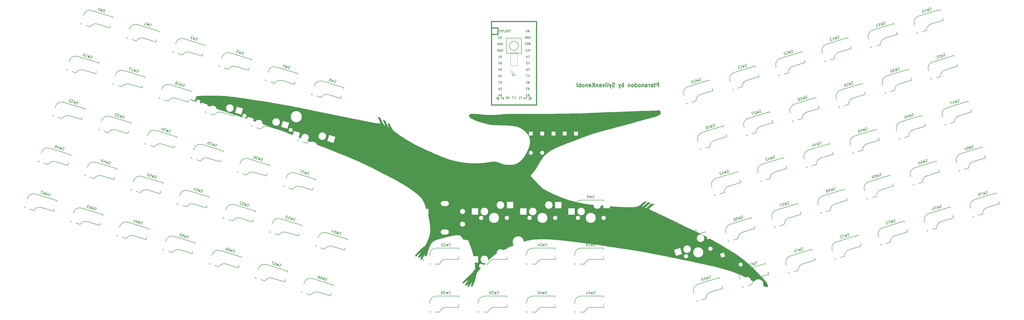
<source format=gbo>
G04 #@! TF.GenerationSoftware,KiCad,Pcbnew,8.0.6*
G04 #@! TF.CreationDate,2024-10-28T13:20:39+01:00*
G04 #@! TF.ProjectId,pteranodon,70746572-616e-46f6-946f-6e2e6b696361,rev?*
G04 #@! TF.SameCoordinates,Original*
G04 #@! TF.FileFunction,Legend,Bot*
G04 #@! TF.FilePolarity,Positive*
%FSLAX46Y46*%
G04 Gerber Fmt 4.6, Leading zero omitted, Abs format (unit mm)*
G04 Created by KiCad (PCBNEW 8.0.6) date 2024-10-28 13:20:39*
%MOMM*%
%LPD*%
G01*
G04 APERTURE LIST*
G04 Aperture macros list*
%AMHorizOval*
0 Thick line with rounded ends*
0 $1 width*
0 $2 $3 position (X,Y) of the first rounded end (center of the circle)*
0 $4 $5 position (X,Y) of the second rounded end (center of the circle)*
0 Add line between two ends*
20,1,$1,$2,$3,$4,$5,0*
0 Add two circle primitives to create the rounded ends*
1,1,$1,$2,$3*
1,1,$1,$4,$5*%
%AMRotRect*
0 Rectangle, with rotation*
0 The origin of the aperture is its center*
0 $1 length*
0 $2 width*
0 $3 Rotation angle, in degrees counterclockwise*
0 Add horizontal line*
21,1,$1,$2,0,0,$3*%
G04 Aperture macros list end*
%ADD10C,0.300000*%
%ADD11C,0.150000*%
%ADD12C,0.381000*%
%ADD13C,0.000000*%
%ADD14C,0.120000*%
%ADD15R,1.752600X1.752600*%
%ADD16C,1.752600*%
%ADD17R,1.600000X1.600000*%
%ADD18O,1.600000X1.600000*%
%ADD19RotRect,1.600000X1.600000X73.000000*%
%ADD20HorizOval,1.600000X0.000000X0.000000X0.000000X0.000000X0*%
%ADD21RotRect,1.600000X1.600000X197.000000*%
%ADD22HorizOval,1.600000X0.000000X0.000000X0.000000X0.000000X0*%
%ADD23RotRect,1.600000X1.600000X107.000000*%
%ADD24HorizOval,1.600000X0.000000X0.000000X0.000000X0.000000X0*%
%ADD25RotRect,1.600000X1.600000X163.000000*%
%ADD26HorizOval,1.600000X0.000000X0.000000X0.000000X0.000000X0*%
%ADD27O,3.200000X2.000000*%
%ADD28R,2.000000X2.000000*%
%ADD29C,2.000000*%
%ADD30C,1.701800*%
%ADD31C,3.000000*%
%ADD32C,3.987800*%
%ADD33R,2.550000X2.500000*%
%ADD34RotRect,2.550000X2.500000X17.000000*%
%ADD35RotRect,2.550000X2.500000X343.000000*%
%ADD36C,4.400000*%
%ADD37R,1.700000X1.700000*%
%ADD38O,1.700000X1.700000*%
G04 APERTURE END LIST*
D10*
X266760011Y-118650606D02*
X266760011Y-117150606D01*
X266760011Y-117150606D02*
X266188582Y-117150606D01*
X266188582Y-117150606D02*
X266045725Y-117222035D01*
X266045725Y-117222035D02*
X265974296Y-117293463D01*
X265974296Y-117293463D02*
X265902868Y-117436320D01*
X265902868Y-117436320D02*
X265902868Y-117650606D01*
X265902868Y-117650606D02*
X265974296Y-117793463D01*
X265974296Y-117793463D02*
X266045725Y-117864892D01*
X266045725Y-117864892D02*
X266188582Y-117936320D01*
X266188582Y-117936320D02*
X266760011Y-117936320D01*
X265474296Y-117650606D02*
X264902868Y-117650606D01*
X265260011Y-117150606D02*
X265260011Y-118436320D01*
X265260011Y-118436320D02*
X265188582Y-118579178D01*
X265188582Y-118579178D02*
X265045725Y-118650606D01*
X265045725Y-118650606D02*
X264902868Y-118650606D01*
X263831439Y-118579178D02*
X263974296Y-118650606D01*
X263974296Y-118650606D02*
X264260011Y-118650606D01*
X264260011Y-118650606D02*
X264402868Y-118579178D01*
X264402868Y-118579178D02*
X264474296Y-118436320D01*
X264474296Y-118436320D02*
X264474296Y-117864892D01*
X264474296Y-117864892D02*
X264402868Y-117722035D01*
X264402868Y-117722035D02*
X264260011Y-117650606D01*
X264260011Y-117650606D02*
X263974296Y-117650606D01*
X263974296Y-117650606D02*
X263831439Y-117722035D01*
X263831439Y-117722035D02*
X263760011Y-117864892D01*
X263760011Y-117864892D02*
X263760011Y-118007749D01*
X263760011Y-118007749D02*
X264474296Y-118150606D01*
X263117154Y-118650606D02*
X263117154Y-117650606D01*
X263117154Y-117936320D02*
X263045725Y-117793463D01*
X263045725Y-117793463D02*
X262974297Y-117722035D01*
X262974297Y-117722035D02*
X262831439Y-117650606D01*
X262831439Y-117650606D02*
X262688582Y-117650606D01*
X261545726Y-118650606D02*
X261545726Y-117864892D01*
X261545726Y-117864892D02*
X261617154Y-117722035D01*
X261617154Y-117722035D02*
X261760011Y-117650606D01*
X261760011Y-117650606D02*
X262045726Y-117650606D01*
X262045726Y-117650606D02*
X262188583Y-117722035D01*
X261545726Y-118579178D02*
X261688583Y-118650606D01*
X261688583Y-118650606D02*
X262045726Y-118650606D01*
X262045726Y-118650606D02*
X262188583Y-118579178D01*
X262188583Y-118579178D02*
X262260011Y-118436320D01*
X262260011Y-118436320D02*
X262260011Y-118293463D01*
X262260011Y-118293463D02*
X262188583Y-118150606D01*
X262188583Y-118150606D02*
X262045726Y-118079178D01*
X262045726Y-118079178D02*
X261688583Y-118079178D01*
X261688583Y-118079178D02*
X261545726Y-118007749D01*
X260831440Y-117650606D02*
X260831440Y-118650606D01*
X260831440Y-117793463D02*
X260760011Y-117722035D01*
X260760011Y-117722035D02*
X260617154Y-117650606D01*
X260617154Y-117650606D02*
X260402868Y-117650606D01*
X260402868Y-117650606D02*
X260260011Y-117722035D01*
X260260011Y-117722035D02*
X260188583Y-117864892D01*
X260188583Y-117864892D02*
X260188583Y-118650606D01*
X259260011Y-118650606D02*
X259402868Y-118579178D01*
X259402868Y-118579178D02*
X259474297Y-118507749D01*
X259474297Y-118507749D02*
X259545725Y-118364892D01*
X259545725Y-118364892D02*
X259545725Y-117936320D01*
X259545725Y-117936320D02*
X259474297Y-117793463D01*
X259474297Y-117793463D02*
X259402868Y-117722035D01*
X259402868Y-117722035D02*
X259260011Y-117650606D01*
X259260011Y-117650606D02*
X259045725Y-117650606D01*
X259045725Y-117650606D02*
X258902868Y-117722035D01*
X258902868Y-117722035D02*
X258831440Y-117793463D01*
X258831440Y-117793463D02*
X258760011Y-117936320D01*
X258760011Y-117936320D02*
X258760011Y-118364892D01*
X258760011Y-118364892D02*
X258831440Y-118507749D01*
X258831440Y-118507749D02*
X258902868Y-118579178D01*
X258902868Y-118579178D02*
X259045725Y-118650606D01*
X259045725Y-118650606D02*
X259260011Y-118650606D01*
X257474297Y-118650606D02*
X257474297Y-117150606D01*
X257474297Y-118579178D02*
X257617154Y-118650606D01*
X257617154Y-118650606D02*
X257902868Y-118650606D01*
X257902868Y-118650606D02*
X258045725Y-118579178D01*
X258045725Y-118579178D02*
X258117154Y-118507749D01*
X258117154Y-118507749D02*
X258188582Y-118364892D01*
X258188582Y-118364892D02*
X258188582Y-117936320D01*
X258188582Y-117936320D02*
X258117154Y-117793463D01*
X258117154Y-117793463D02*
X258045725Y-117722035D01*
X258045725Y-117722035D02*
X257902868Y-117650606D01*
X257902868Y-117650606D02*
X257617154Y-117650606D01*
X257617154Y-117650606D02*
X257474297Y-117722035D01*
X256545725Y-118650606D02*
X256688582Y-118579178D01*
X256688582Y-118579178D02*
X256760011Y-118507749D01*
X256760011Y-118507749D02*
X256831439Y-118364892D01*
X256831439Y-118364892D02*
X256831439Y-117936320D01*
X256831439Y-117936320D02*
X256760011Y-117793463D01*
X256760011Y-117793463D02*
X256688582Y-117722035D01*
X256688582Y-117722035D02*
X256545725Y-117650606D01*
X256545725Y-117650606D02*
X256331439Y-117650606D01*
X256331439Y-117650606D02*
X256188582Y-117722035D01*
X256188582Y-117722035D02*
X256117154Y-117793463D01*
X256117154Y-117793463D02*
X256045725Y-117936320D01*
X256045725Y-117936320D02*
X256045725Y-118364892D01*
X256045725Y-118364892D02*
X256117154Y-118507749D01*
X256117154Y-118507749D02*
X256188582Y-118579178D01*
X256188582Y-118579178D02*
X256331439Y-118650606D01*
X256331439Y-118650606D02*
X256545725Y-118650606D01*
X255402868Y-117650606D02*
X255402868Y-118650606D01*
X255402868Y-117793463D02*
X255331439Y-117722035D01*
X255331439Y-117722035D02*
X255188582Y-117650606D01*
X255188582Y-117650606D02*
X254974296Y-117650606D01*
X254974296Y-117650606D02*
X254831439Y-117722035D01*
X254831439Y-117722035D02*
X254760011Y-117864892D01*
X254760011Y-117864892D02*
X254760011Y-118650606D01*
X252902868Y-118650606D02*
X252902868Y-117150606D01*
X252902868Y-117722035D02*
X252760011Y-117650606D01*
X252760011Y-117650606D02*
X252474296Y-117650606D01*
X252474296Y-117650606D02*
X252331439Y-117722035D01*
X252331439Y-117722035D02*
X252260011Y-117793463D01*
X252260011Y-117793463D02*
X252188582Y-117936320D01*
X252188582Y-117936320D02*
X252188582Y-118364892D01*
X252188582Y-118364892D02*
X252260011Y-118507749D01*
X252260011Y-118507749D02*
X252331439Y-118579178D01*
X252331439Y-118579178D02*
X252474296Y-118650606D01*
X252474296Y-118650606D02*
X252760011Y-118650606D01*
X252760011Y-118650606D02*
X252902868Y-118579178D01*
X251688582Y-117650606D02*
X251331439Y-118650606D01*
X250974296Y-117650606D02*
X251331439Y-118650606D01*
X251331439Y-118650606D02*
X251474296Y-119007749D01*
X251474296Y-119007749D02*
X251545725Y-119079178D01*
X251545725Y-119079178D02*
X251688582Y-119150606D01*
X249331439Y-118579178D02*
X249117154Y-118650606D01*
X249117154Y-118650606D02*
X248760011Y-118650606D01*
X248760011Y-118650606D02*
X248617154Y-118579178D01*
X248617154Y-118579178D02*
X248545725Y-118507749D01*
X248545725Y-118507749D02*
X248474296Y-118364892D01*
X248474296Y-118364892D02*
X248474296Y-118222035D01*
X248474296Y-118222035D02*
X248545725Y-118079178D01*
X248545725Y-118079178D02*
X248617154Y-118007749D01*
X248617154Y-118007749D02*
X248760011Y-117936320D01*
X248760011Y-117936320D02*
X249045725Y-117864892D01*
X249045725Y-117864892D02*
X249188582Y-117793463D01*
X249188582Y-117793463D02*
X249260011Y-117722035D01*
X249260011Y-117722035D02*
X249331439Y-117579178D01*
X249331439Y-117579178D02*
X249331439Y-117436320D01*
X249331439Y-117436320D02*
X249260011Y-117293463D01*
X249260011Y-117293463D02*
X249188582Y-117222035D01*
X249188582Y-117222035D02*
X249045725Y-117150606D01*
X249045725Y-117150606D02*
X248688582Y-117150606D01*
X248688582Y-117150606D02*
X248474296Y-117222035D01*
X247974297Y-117650606D02*
X247617154Y-118650606D01*
X247260011Y-117650606D02*
X247617154Y-118650606D01*
X247617154Y-118650606D02*
X247760011Y-119007749D01*
X247760011Y-119007749D02*
X247831440Y-119079178D01*
X247831440Y-119079178D02*
X247974297Y-119150606D01*
X246474297Y-118650606D02*
X246617154Y-118579178D01*
X246617154Y-118579178D02*
X246688583Y-118436320D01*
X246688583Y-118436320D02*
X246688583Y-117150606D01*
X245902869Y-118650606D02*
X245902869Y-117650606D01*
X245902869Y-117150606D02*
X245974297Y-117222035D01*
X245974297Y-117222035D02*
X245902869Y-117293463D01*
X245902869Y-117293463D02*
X245831440Y-117222035D01*
X245831440Y-117222035D02*
X245902869Y-117150606D01*
X245902869Y-117150606D02*
X245902869Y-117293463D01*
X245331440Y-117650606D02*
X244974297Y-118650606D01*
X244974297Y-118650606D02*
X244617154Y-117650606D01*
X243402869Y-118650606D02*
X243402869Y-117864892D01*
X243402869Y-117864892D02*
X243474297Y-117722035D01*
X243474297Y-117722035D02*
X243617154Y-117650606D01*
X243617154Y-117650606D02*
X243902869Y-117650606D01*
X243902869Y-117650606D02*
X244045726Y-117722035D01*
X243402869Y-118579178D02*
X243545726Y-118650606D01*
X243545726Y-118650606D02*
X243902869Y-118650606D01*
X243902869Y-118650606D02*
X244045726Y-118579178D01*
X244045726Y-118579178D02*
X244117154Y-118436320D01*
X244117154Y-118436320D02*
X244117154Y-118293463D01*
X244117154Y-118293463D02*
X244045726Y-118150606D01*
X244045726Y-118150606D02*
X243902869Y-118079178D01*
X243902869Y-118079178D02*
X243545726Y-118079178D01*
X243545726Y-118079178D02*
X243402869Y-118007749D01*
X242688583Y-117650606D02*
X242688583Y-118650606D01*
X242688583Y-117793463D02*
X242617154Y-117722035D01*
X242617154Y-117722035D02*
X242474297Y-117650606D01*
X242474297Y-117650606D02*
X242260011Y-117650606D01*
X242260011Y-117650606D02*
X242117154Y-117722035D01*
X242117154Y-117722035D02*
X242045726Y-117864892D01*
X242045726Y-117864892D02*
X242045726Y-118650606D01*
X241331440Y-118650606D02*
X241331440Y-117150606D01*
X240474297Y-118650606D02*
X241117154Y-117793463D01*
X240474297Y-117150606D02*
X241331440Y-118007749D01*
X239260011Y-118579178D02*
X239402868Y-118650606D01*
X239402868Y-118650606D02*
X239688583Y-118650606D01*
X239688583Y-118650606D02*
X239831440Y-118579178D01*
X239831440Y-118579178D02*
X239902868Y-118436320D01*
X239902868Y-118436320D02*
X239902868Y-117864892D01*
X239902868Y-117864892D02*
X239831440Y-117722035D01*
X239831440Y-117722035D02*
X239688583Y-117650606D01*
X239688583Y-117650606D02*
X239402868Y-117650606D01*
X239402868Y-117650606D02*
X239260011Y-117722035D01*
X239260011Y-117722035D02*
X239188583Y-117864892D01*
X239188583Y-117864892D02*
X239188583Y-118007749D01*
X239188583Y-118007749D02*
X239902868Y-118150606D01*
X238545726Y-117650606D02*
X238545726Y-118650606D01*
X238545726Y-117793463D02*
X238474297Y-117722035D01*
X238474297Y-117722035D02*
X238331440Y-117650606D01*
X238331440Y-117650606D02*
X238117154Y-117650606D01*
X238117154Y-117650606D02*
X237974297Y-117722035D01*
X237974297Y-117722035D02*
X237902869Y-117864892D01*
X237902869Y-117864892D02*
X237902869Y-118650606D01*
X236974297Y-118650606D02*
X237117154Y-118579178D01*
X237117154Y-118579178D02*
X237188583Y-118507749D01*
X237188583Y-118507749D02*
X237260011Y-118364892D01*
X237260011Y-118364892D02*
X237260011Y-117936320D01*
X237260011Y-117936320D02*
X237188583Y-117793463D01*
X237188583Y-117793463D02*
X237117154Y-117722035D01*
X237117154Y-117722035D02*
X236974297Y-117650606D01*
X236974297Y-117650606D02*
X236760011Y-117650606D01*
X236760011Y-117650606D02*
X236617154Y-117722035D01*
X236617154Y-117722035D02*
X236545726Y-117793463D01*
X236545726Y-117793463D02*
X236474297Y-117936320D01*
X236474297Y-117936320D02*
X236474297Y-118364892D01*
X236474297Y-118364892D02*
X236545726Y-118507749D01*
X236545726Y-118507749D02*
X236617154Y-118579178D01*
X236617154Y-118579178D02*
X236760011Y-118650606D01*
X236760011Y-118650606D02*
X236974297Y-118650606D01*
X235831440Y-118650606D02*
X235831440Y-117150606D01*
X235831440Y-117722035D02*
X235688583Y-117650606D01*
X235688583Y-117650606D02*
X235402868Y-117650606D01*
X235402868Y-117650606D02*
X235260011Y-117722035D01*
X235260011Y-117722035D02*
X235188583Y-117793463D01*
X235188583Y-117793463D02*
X235117154Y-117936320D01*
X235117154Y-117936320D02*
X235117154Y-118364892D01*
X235117154Y-118364892D02*
X235188583Y-118507749D01*
X235188583Y-118507749D02*
X235260011Y-118579178D01*
X235260011Y-118579178D02*
X235402868Y-118650606D01*
X235402868Y-118650606D02*
X235688583Y-118650606D01*
X235688583Y-118650606D02*
X235831440Y-118579178D01*
X234474297Y-118650606D02*
X234474297Y-117650606D01*
X234474297Y-117150606D02*
X234545725Y-117222035D01*
X234545725Y-117222035D02*
X234474297Y-117293463D01*
X234474297Y-117293463D02*
X234402868Y-117222035D01*
X234402868Y-117222035D02*
X234474297Y-117150606D01*
X234474297Y-117150606D02*
X234474297Y-117293463D01*
D11*
X204648593Y-99462073D02*
X204648593Y-98662073D01*
X204648593Y-98662073D02*
X204458117Y-98662073D01*
X204458117Y-98662073D02*
X204343831Y-98700168D01*
X204343831Y-98700168D02*
X204267641Y-98776358D01*
X204267641Y-98776358D02*
X204229546Y-98852549D01*
X204229546Y-98852549D02*
X204191450Y-99004930D01*
X204191450Y-99004930D02*
X204191450Y-99119216D01*
X204191450Y-99119216D02*
X204229546Y-99271597D01*
X204229546Y-99271597D02*
X204267641Y-99347787D01*
X204267641Y-99347787D02*
X204343831Y-99423978D01*
X204343831Y-99423978D02*
X204458117Y-99462073D01*
X204458117Y-99462073D02*
X204648593Y-99462073D01*
X203886689Y-98738263D02*
X203848593Y-98700168D01*
X203848593Y-98700168D02*
X203772403Y-98662073D01*
X203772403Y-98662073D02*
X203581927Y-98662073D01*
X203581927Y-98662073D02*
X203505736Y-98700168D01*
X203505736Y-98700168D02*
X203467641Y-98738263D01*
X203467641Y-98738263D02*
X203429546Y-98814454D01*
X203429546Y-98814454D02*
X203429546Y-98890644D01*
X203429546Y-98890644D02*
X203467641Y-99004930D01*
X203467641Y-99004930D02*
X203924784Y-99462073D01*
X203924784Y-99462073D02*
X203429546Y-99462073D01*
X204648593Y-109622073D02*
X204648593Y-108822073D01*
X204648593Y-108822073D02*
X204458117Y-108822073D01*
X204458117Y-108822073D02*
X204343831Y-108860168D01*
X204343831Y-108860168D02*
X204267641Y-108936358D01*
X204267641Y-108936358D02*
X204229546Y-109012549D01*
X204229546Y-109012549D02*
X204191450Y-109164930D01*
X204191450Y-109164930D02*
X204191450Y-109279216D01*
X204191450Y-109279216D02*
X204229546Y-109431597D01*
X204229546Y-109431597D02*
X204267641Y-109507787D01*
X204267641Y-109507787D02*
X204343831Y-109583978D01*
X204343831Y-109583978D02*
X204458117Y-109622073D01*
X204458117Y-109622073D02*
X204648593Y-109622073D01*
X203696212Y-108822073D02*
X203620022Y-108822073D01*
X203620022Y-108822073D02*
X203543831Y-108860168D01*
X203543831Y-108860168D02*
X203505736Y-108898263D01*
X203505736Y-108898263D02*
X203467641Y-108974454D01*
X203467641Y-108974454D02*
X203429546Y-109126835D01*
X203429546Y-109126835D02*
X203429546Y-109317311D01*
X203429546Y-109317311D02*
X203467641Y-109469692D01*
X203467641Y-109469692D02*
X203505736Y-109545882D01*
X203505736Y-109545882D02*
X203543831Y-109583978D01*
X203543831Y-109583978D02*
X203620022Y-109622073D01*
X203620022Y-109622073D02*
X203696212Y-109622073D01*
X203696212Y-109622073D02*
X203772403Y-109583978D01*
X203772403Y-109583978D02*
X203810498Y-109545882D01*
X203810498Y-109545882D02*
X203848593Y-109469692D01*
X203848593Y-109469692D02*
X203886689Y-109317311D01*
X203886689Y-109317311D02*
X203886689Y-109126835D01*
X203886689Y-109126835D02*
X203848593Y-108974454D01*
X203848593Y-108974454D02*
X203810498Y-108898263D01*
X203810498Y-108898263D02*
X203772403Y-108860168D01*
X203772403Y-108860168D02*
X203696212Y-108822073D01*
X204648593Y-107082073D02*
X204648593Y-106282073D01*
X204648593Y-106282073D02*
X204458117Y-106282073D01*
X204458117Y-106282073D02*
X204343831Y-106320168D01*
X204343831Y-106320168D02*
X204267641Y-106396358D01*
X204267641Y-106396358D02*
X204229546Y-106472549D01*
X204229546Y-106472549D02*
X204191450Y-106624930D01*
X204191450Y-106624930D02*
X204191450Y-106739216D01*
X204191450Y-106739216D02*
X204229546Y-106891597D01*
X204229546Y-106891597D02*
X204267641Y-106967787D01*
X204267641Y-106967787D02*
X204343831Y-107043978D01*
X204343831Y-107043978D02*
X204458117Y-107082073D01*
X204458117Y-107082073D02*
X204648593Y-107082073D01*
X203429546Y-107082073D02*
X203886689Y-107082073D01*
X203658117Y-107082073D02*
X203658117Y-106282073D01*
X203658117Y-106282073D02*
X203734308Y-106396358D01*
X203734308Y-106396358D02*
X203810498Y-106472549D01*
X203810498Y-106472549D02*
X203886689Y-106510644D01*
X204667641Y-103780168D02*
X204743831Y-103742073D01*
X204743831Y-103742073D02*
X204858117Y-103742073D01*
X204858117Y-103742073D02*
X204972403Y-103780168D01*
X204972403Y-103780168D02*
X205048593Y-103856358D01*
X205048593Y-103856358D02*
X205086688Y-103932549D01*
X205086688Y-103932549D02*
X205124784Y-104084930D01*
X205124784Y-104084930D02*
X205124784Y-104199216D01*
X205124784Y-104199216D02*
X205086688Y-104351597D01*
X205086688Y-104351597D02*
X205048593Y-104427787D01*
X205048593Y-104427787D02*
X204972403Y-104503978D01*
X204972403Y-104503978D02*
X204858117Y-104542073D01*
X204858117Y-104542073D02*
X204781926Y-104542073D01*
X204781926Y-104542073D02*
X204667641Y-104503978D01*
X204667641Y-104503978D02*
X204629545Y-104465882D01*
X204629545Y-104465882D02*
X204629545Y-104199216D01*
X204629545Y-104199216D02*
X204781926Y-104199216D01*
X204286688Y-104542073D02*
X204286688Y-103742073D01*
X204286688Y-103742073D02*
X203829545Y-104542073D01*
X203829545Y-104542073D02*
X203829545Y-103742073D01*
X203448593Y-104542073D02*
X203448593Y-103742073D01*
X203448593Y-103742073D02*
X203258117Y-103742073D01*
X203258117Y-103742073D02*
X203143831Y-103780168D01*
X203143831Y-103780168D02*
X203067641Y-103856358D01*
X203067641Y-103856358D02*
X203029546Y-103932549D01*
X203029546Y-103932549D02*
X202991450Y-104084930D01*
X202991450Y-104084930D02*
X202991450Y-104199216D01*
X202991450Y-104199216D02*
X203029546Y-104351597D01*
X203029546Y-104351597D02*
X203067641Y-104427787D01*
X203067641Y-104427787D02*
X203143831Y-104503978D01*
X203143831Y-104503978D02*
X203258117Y-104542073D01*
X203258117Y-104542073D02*
X203448593Y-104542073D01*
X204667641Y-101240168D02*
X204743831Y-101202073D01*
X204743831Y-101202073D02*
X204858117Y-101202073D01*
X204858117Y-101202073D02*
X204972403Y-101240168D01*
X204972403Y-101240168D02*
X205048593Y-101316358D01*
X205048593Y-101316358D02*
X205086688Y-101392549D01*
X205086688Y-101392549D02*
X205124784Y-101544930D01*
X205124784Y-101544930D02*
X205124784Y-101659216D01*
X205124784Y-101659216D02*
X205086688Y-101811597D01*
X205086688Y-101811597D02*
X205048593Y-101887787D01*
X205048593Y-101887787D02*
X204972403Y-101963978D01*
X204972403Y-101963978D02*
X204858117Y-102002073D01*
X204858117Y-102002073D02*
X204781926Y-102002073D01*
X204781926Y-102002073D02*
X204667641Y-101963978D01*
X204667641Y-101963978D02*
X204629545Y-101925882D01*
X204629545Y-101925882D02*
X204629545Y-101659216D01*
X204629545Y-101659216D02*
X204781926Y-101659216D01*
X204286688Y-102002073D02*
X204286688Y-101202073D01*
X204286688Y-101202073D02*
X203829545Y-102002073D01*
X203829545Y-102002073D02*
X203829545Y-101202073D01*
X203448593Y-102002073D02*
X203448593Y-101202073D01*
X203448593Y-101202073D02*
X203258117Y-101202073D01*
X203258117Y-101202073D02*
X203143831Y-101240168D01*
X203143831Y-101240168D02*
X203067641Y-101316358D01*
X203067641Y-101316358D02*
X203029546Y-101392549D01*
X203029546Y-101392549D02*
X202991450Y-101544930D01*
X202991450Y-101544930D02*
X202991450Y-101659216D01*
X202991450Y-101659216D02*
X203029546Y-101811597D01*
X203029546Y-101811597D02*
X203067641Y-101887787D01*
X203067641Y-101887787D02*
X203143831Y-101963978D01*
X203143831Y-101963978D02*
X203258117Y-102002073D01*
X203258117Y-102002073D02*
X203448593Y-102002073D01*
X204648593Y-112162073D02*
X204648593Y-111362073D01*
X204648593Y-111362073D02*
X204458117Y-111362073D01*
X204458117Y-111362073D02*
X204343831Y-111400168D01*
X204343831Y-111400168D02*
X204267641Y-111476358D01*
X204267641Y-111476358D02*
X204229546Y-111552549D01*
X204229546Y-111552549D02*
X204191450Y-111704930D01*
X204191450Y-111704930D02*
X204191450Y-111819216D01*
X204191450Y-111819216D02*
X204229546Y-111971597D01*
X204229546Y-111971597D02*
X204267641Y-112047787D01*
X204267641Y-112047787D02*
X204343831Y-112123978D01*
X204343831Y-112123978D02*
X204458117Y-112162073D01*
X204458117Y-112162073D02*
X204648593Y-112162073D01*
X203505736Y-111628739D02*
X203505736Y-112162073D01*
X203696212Y-111323978D02*
X203886689Y-111895406D01*
X203886689Y-111895406D02*
X203391450Y-111895406D01*
X204191450Y-114625882D02*
X204229546Y-114663978D01*
X204229546Y-114663978D02*
X204343831Y-114702073D01*
X204343831Y-114702073D02*
X204420022Y-114702073D01*
X204420022Y-114702073D02*
X204534308Y-114663978D01*
X204534308Y-114663978D02*
X204610498Y-114587787D01*
X204610498Y-114587787D02*
X204648593Y-114511597D01*
X204648593Y-114511597D02*
X204686689Y-114359216D01*
X204686689Y-114359216D02*
X204686689Y-114244930D01*
X204686689Y-114244930D02*
X204648593Y-114092549D01*
X204648593Y-114092549D02*
X204610498Y-114016358D01*
X204610498Y-114016358D02*
X204534308Y-113940168D01*
X204534308Y-113940168D02*
X204420022Y-113902073D01*
X204420022Y-113902073D02*
X204343831Y-113902073D01*
X204343831Y-113902073D02*
X204229546Y-113940168D01*
X204229546Y-113940168D02*
X204191450Y-113978263D01*
X203505736Y-113902073D02*
X203658117Y-113902073D01*
X203658117Y-113902073D02*
X203734308Y-113940168D01*
X203734308Y-113940168D02*
X203772403Y-113978263D01*
X203772403Y-113978263D02*
X203848593Y-114092549D01*
X203848593Y-114092549D02*
X203886689Y-114244930D01*
X203886689Y-114244930D02*
X203886689Y-114549692D01*
X203886689Y-114549692D02*
X203848593Y-114625882D01*
X203848593Y-114625882D02*
X203810498Y-114663978D01*
X203810498Y-114663978D02*
X203734308Y-114702073D01*
X203734308Y-114702073D02*
X203581927Y-114702073D01*
X203581927Y-114702073D02*
X203505736Y-114663978D01*
X203505736Y-114663978D02*
X203467641Y-114625882D01*
X203467641Y-114625882D02*
X203429546Y-114549692D01*
X203429546Y-114549692D02*
X203429546Y-114359216D01*
X203429546Y-114359216D02*
X203467641Y-114283025D01*
X203467641Y-114283025D02*
X203505736Y-114244930D01*
X203505736Y-114244930D02*
X203581927Y-114206835D01*
X203581927Y-114206835D02*
X203734308Y-114206835D01*
X203734308Y-114206835D02*
X203810498Y-114244930D01*
X203810498Y-114244930D02*
X203848593Y-114283025D01*
X203848593Y-114283025D02*
X203886689Y-114359216D01*
X204648593Y-117242073D02*
X204648593Y-116442073D01*
X204648593Y-116442073D02*
X204458117Y-116442073D01*
X204458117Y-116442073D02*
X204343831Y-116480168D01*
X204343831Y-116480168D02*
X204267641Y-116556358D01*
X204267641Y-116556358D02*
X204229546Y-116632549D01*
X204229546Y-116632549D02*
X204191450Y-116784930D01*
X204191450Y-116784930D02*
X204191450Y-116899216D01*
X204191450Y-116899216D02*
X204229546Y-117051597D01*
X204229546Y-117051597D02*
X204267641Y-117127787D01*
X204267641Y-117127787D02*
X204343831Y-117203978D01*
X204343831Y-117203978D02*
X204458117Y-117242073D01*
X204458117Y-117242073D02*
X204648593Y-117242073D01*
X203924784Y-116442073D02*
X203391450Y-116442073D01*
X203391450Y-116442073D02*
X203734308Y-117242073D01*
X204610498Y-119363025D02*
X204343832Y-119363025D01*
X204229546Y-119782073D02*
X204610498Y-119782073D01*
X204610498Y-119782073D02*
X204610498Y-118982073D01*
X204610498Y-118982073D02*
X204229546Y-118982073D01*
X203543831Y-118982073D02*
X203696212Y-118982073D01*
X203696212Y-118982073D02*
X203772403Y-119020168D01*
X203772403Y-119020168D02*
X203810498Y-119058263D01*
X203810498Y-119058263D02*
X203886688Y-119172549D01*
X203886688Y-119172549D02*
X203924784Y-119324930D01*
X203924784Y-119324930D02*
X203924784Y-119629692D01*
X203924784Y-119629692D02*
X203886688Y-119705882D01*
X203886688Y-119705882D02*
X203848593Y-119743978D01*
X203848593Y-119743978D02*
X203772403Y-119782073D01*
X203772403Y-119782073D02*
X203620022Y-119782073D01*
X203620022Y-119782073D02*
X203543831Y-119743978D01*
X203543831Y-119743978D02*
X203505736Y-119705882D01*
X203505736Y-119705882D02*
X203467641Y-119629692D01*
X203467641Y-119629692D02*
X203467641Y-119439216D01*
X203467641Y-119439216D02*
X203505736Y-119363025D01*
X203505736Y-119363025D02*
X203543831Y-119324930D01*
X203543831Y-119324930D02*
X203620022Y-119286835D01*
X203620022Y-119286835D02*
X203772403Y-119286835D01*
X203772403Y-119286835D02*
X203848593Y-119324930D01*
X203848593Y-119324930D02*
X203886688Y-119363025D01*
X203886688Y-119363025D02*
X203924784Y-119439216D01*
X204381927Y-121903025D02*
X204267641Y-121941120D01*
X204267641Y-121941120D02*
X204229546Y-121979216D01*
X204229546Y-121979216D02*
X204191450Y-122055406D01*
X204191450Y-122055406D02*
X204191450Y-122169692D01*
X204191450Y-122169692D02*
X204229546Y-122245882D01*
X204229546Y-122245882D02*
X204267641Y-122283978D01*
X204267641Y-122283978D02*
X204343831Y-122322073D01*
X204343831Y-122322073D02*
X204648593Y-122322073D01*
X204648593Y-122322073D02*
X204648593Y-121522073D01*
X204648593Y-121522073D02*
X204381927Y-121522073D01*
X204381927Y-121522073D02*
X204305736Y-121560168D01*
X204305736Y-121560168D02*
X204267641Y-121598263D01*
X204267641Y-121598263D02*
X204229546Y-121674454D01*
X204229546Y-121674454D02*
X204229546Y-121750644D01*
X204229546Y-121750644D02*
X204267641Y-121826835D01*
X204267641Y-121826835D02*
X204305736Y-121864930D01*
X204305736Y-121864930D02*
X204381927Y-121903025D01*
X204381927Y-121903025D02*
X204648593Y-121903025D01*
X203505736Y-121788739D02*
X203505736Y-122322073D01*
X203696212Y-121483978D02*
X203886689Y-122055406D01*
X203886689Y-122055406D02*
X203391450Y-122055406D01*
X203355267Y-123394321D02*
X203260986Y-123347181D01*
X203260986Y-123347181D02*
X203213846Y-123347181D01*
X203213846Y-123347181D02*
X203143135Y-123370751D01*
X203143135Y-123370751D02*
X203072425Y-123441461D01*
X203072425Y-123441461D02*
X203048854Y-123512172D01*
X203048854Y-123512172D02*
X203048854Y-123559313D01*
X203048854Y-123559313D02*
X203072425Y-123630023D01*
X203072425Y-123630023D02*
X203260986Y-123818585D01*
X203260986Y-123818585D02*
X203755961Y-123323610D01*
X203755961Y-123323610D02*
X203590970Y-123158619D01*
X203590970Y-123158619D02*
X203520259Y-123135049D01*
X203520259Y-123135049D02*
X203473118Y-123135049D01*
X203473118Y-123135049D02*
X203402408Y-123158619D01*
X203402408Y-123158619D02*
X203355267Y-123205759D01*
X203355267Y-123205759D02*
X203331697Y-123276470D01*
X203331697Y-123276470D02*
X203331697Y-123323610D01*
X203331697Y-123323610D02*
X203355267Y-123394321D01*
X203355267Y-123394321D02*
X203520259Y-123559313D01*
X203025284Y-122592933D02*
X203260986Y-122828636D01*
X203260986Y-122828636D02*
X203048854Y-123087908D01*
X203048854Y-123087908D02*
X203048854Y-123040768D01*
X203048854Y-123040768D02*
X203025284Y-122970057D01*
X203025284Y-122970057D02*
X202907433Y-122852206D01*
X202907433Y-122852206D02*
X202836722Y-122828636D01*
X202836722Y-122828636D02*
X202789582Y-122828636D01*
X202789582Y-122828636D02*
X202718871Y-122852206D01*
X202718871Y-122852206D02*
X202601020Y-122970057D01*
X202601020Y-122970057D02*
X202577450Y-123040768D01*
X202577450Y-123040768D02*
X202577450Y-123087908D01*
X202577450Y-123087908D02*
X202601020Y-123158619D01*
X202601020Y-123158619D02*
X202718871Y-123276470D01*
X202718871Y-123276470D02*
X202789582Y-123300040D01*
X202789582Y-123300040D02*
X202836722Y-123300040D01*
X215303927Y-119363025D02*
X215189641Y-119401120D01*
X215189641Y-119401120D02*
X215151546Y-119439216D01*
X215151546Y-119439216D02*
X215113450Y-119515406D01*
X215113450Y-119515406D02*
X215113450Y-119629692D01*
X215113450Y-119629692D02*
X215151546Y-119705882D01*
X215151546Y-119705882D02*
X215189641Y-119743978D01*
X215189641Y-119743978D02*
X215265831Y-119782073D01*
X215265831Y-119782073D02*
X215570593Y-119782073D01*
X215570593Y-119782073D02*
X215570593Y-118982073D01*
X215570593Y-118982073D02*
X215303927Y-118982073D01*
X215303927Y-118982073D02*
X215227736Y-119020168D01*
X215227736Y-119020168D02*
X215189641Y-119058263D01*
X215189641Y-119058263D02*
X215151546Y-119134454D01*
X215151546Y-119134454D02*
X215151546Y-119210644D01*
X215151546Y-119210644D02*
X215189641Y-119286835D01*
X215189641Y-119286835D02*
X215227736Y-119324930D01*
X215227736Y-119324930D02*
X215303927Y-119363025D01*
X215303927Y-119363025D02*
X215570593Y-119363025D01*
X214846784Y-118982073D02*
X214351546Y-118982073D01*
X214351546Y-118982073D02*
X214618212Y-119286835D01*
X214618212Y-119286835D02*
X214503927Y-119286835D01*
X214503927Y-119286835D02*
X214427736Y-119324930D01*
X214427736Y-119324930D02*
X214389641Y-119363025D01*
X214389641Y-119363025D02*
X214351546Y-119439216D01*
X214351546Y-119439216D02*
X214351546Y-119629692D01*
X214351546Y-119629692D02*
X214389641Y-119705882D01*
X214389641Y-119705882D02*
X214427736Y-119743978D01*
X214427736Y-119743978D02*
X214503927Y-119782073D01*
X214503927Y-119782073D02*
X214732498Y-119782073D01*
X214732498Y-119782073D02*
X214808689Y-119743978D01*
X214808689Y-119743978D02*
X214846784Y-119705882D01*
X215303927Y-116823025D02*
X215189641Y-116861120D01*
X215189641Y-116861120D02*
X215151546Y-116899216D01*
X215151546Y-116899216D02*
X215113450Y-116975406D01*
X215113450Y-116975406D02*
X215113450Y-117089692D01*
X215113450Y-117089692D02*
X215151546Y-117165882D01*
X215151546Y-117165882D02*
X215189641Y-117203978D01*
X215189641Y-117203978D02*
X215265831Y-117242073D01*
X215265831Y-117242073D02*
X215570593Y-117242073D01*
X215570593Y-117242073D02*
X215570593Y-116442073D01*
X215570593Y-116442073D02*
X215303927Y-116442073D01*
X215303927Y-116442073D02*
X215227736Y-116480168D01*
X215227736Y-116480168D02*
X215189641Y-116518263D01*
X215189641Y-116518263D02*
X215151546Y-116594454D01*
X215151546Y-116594454D02*
X215151546Y-116670644D01*
X215151546Y-116670644D02*
X215189641Y-116746835D01*
X215189641Y-116746835D02*
X215227736Y-116784930D01*
X215227736Y-116784930D02*
X215303927Y-116823025D01*
X215303927Y-116823025D02*
X215570593Y-116823025D01*
X214351546Y-117242073D02*
X214808689Y-117242073D01*
X214580117Y-117242073D02*
X214580117Y-116442073D01*
X214580117Y-116442073D02*
X214656308Y-116556358D01*
X214656308Y-116556358D02*
X214732498Y-116632549D01*
X214732498Y-116632549D02*
X214808689Y-116670644D01*
X215246784Y-106663025D02*
X215513450Y-106663025D01*
X215513450Y-107082073D02*
X215513450Y-106282073D01*
X215513450Y-106282073D02*
X215132498Y-106282073D01*
X214484879Y-106548739D02*
X214484879Y-107082073D01*
X214675355Y-106243978D02*
X214865832Y-106815406D01*
X214865832Y-106815406D02*
X214370593Y-106815406D01*
X216046784Y-103742073D02*
X215780117Y-104542073D01*
X215780117Y-104542073D02*
X215513451Y-103742073D01*
X214789641Y-104465882D02*
X214827737Y-104503978D01*
X214827737Y-104503978D02*
X214942022Y-104542073D01*
X214942022Y-104542073D02*
X215018213Y-104542073D01*
X215018213Y-104542073D02*
X215132499Y-104503978D01*
X215132499Y-104503978D02*
X215208689Y-104427787D01*
X215208689Y-104427787D02*
X215246784Y-104351597D01*
X215246784Y-104351597D02*
X215284880Y-104199216D01*
X215284880Y-104199216D02*
X215284880Y-104084930D01*
X215284880Y-104084930D02*
X215246784Y-103932549D01*
X215246784Y-103932549D02*
X215208689Y-103856358D01*
X215208689Y-103856358D02*
X215132499Y-103780168D01*
X215132499Y-103780168D02*
X215018213Y-103742073D01*
X215018213Y-103742073D02*
X214942022Y-103742073D01*
X214942022Y-103742073D02*
X214827737Y-103780168D01*
X214827737Y-103780168D02*
X214789641Y-103818263D01*
X213989641Y-104465882D02*
X214027737Y-104503978D01*
X214027737Y-104503978D02*
X214142022Y-104542073D01*
X214142022Y-104542073D02*
X214218213Y-104542073D01*
X214218213Y-104542073D02*
X214332499Y-104503978D01*
X214332499Y-104503978D02*
X214408689Y-104427787D01*
X214408689Y-104427787D02*
X214446784Y-104351597D01*
X214446784Y-104351597D02*
X214484880Y-104199216D01*
X214484880Y-104199216D02*
X214484880Y-104084930D01*
X214484880Y-104084930D02*
X214446784Y-103932549D01*
X214446784Y-103932549D02*
X214408689Y-103856358D01*
X214408689Y-103856358D02*
X214332499Y-103780168D01*
X214332499Y-103780168D02*
X214218213Y-103742073D01*
X214218213Y-103742073D02*
X214142022Y-103742073D01*
X214142022Y-103742073D02*
X214027737Y-103780168D01*
X214027737Y-103780168D02*
X213989641Y-103818263D01*
X215589641Y-98700168D02*
X215665831Y-98662073D01*
X215665831Y-98662073D02*
X215780117Y-98662073D01*
X215780117Y-98662073D02*
X215894403Y-98700168D01*
X215894403Y-98700168D02*
X215970593Y-98776358D01*
X215970593Y-98776358D02*
X216008688Y-98852549D01*
X216008688Y-98852549D02*
X216046784Y-99004930D01*
X216046784Y-99004930D02*
X216046784Y-99119216D01*
X216046784Y-99119216D02*
X216008688Y-99271597D01*
X216008688Y-99271597D02*
X215970593Y-99347787D01*
X215970593Y-99347787D02*
X215894403Y-99423978D01*
X215894403Y-99423978D02*
X215780117Y-99462073D01*
X215780117Y-99462073D02*
X215703926Y-99462073D01*
X215703926Y-99462073D02*
X215589641Y-99423978D01*
X215589641Y-99423978D02*
X215551545Y-99385882D01*
X215551545Y-99385882D02*
X215551545Y-99119216D01*
X215551545Y-99119216D02*
X215703926Y-99119216D01*
X215208688Y-99462073D02*
X215208688Y-98662073D01*
X215208688Y-98662073D02*
X214751545Y-99462073D01*
X214751545Y-99462073D02*
X214751545Y-98662073D01*
X214370593Y-99462073D02*
X214370593Y-98662073D01*
X214370593Y-98662073D02*
X214180117Y-98662073D01*
X214180117Y-98662073D02*
X214065831Y-98700168D01*
X214065831Y-98700168D02*
X213989641Y-98776358D01*
X213989641Y-98776358D02*
X213951546Y-98852549D01*
X213951546Y-98852549D02*
X213913450Y-99004930D01*
X213913450Y-99004930D02*
X213913450Y-99119216D01*
X213913450Y-99119216D02*
X213951546Y-99271597D01*
X213951546Y-99271597D02*
X213989641Y-99347787D01*
X213989641Y-99347787D02*
X214065831Y-99423978D01*
X214065831Y-99423978D02*
X214180117Y-99462073D01*
X214180117Y-99462073D02*
X214370593Y-99462073D01*
X215303927Y-96503025D02*
X215189641Y-96541120D01*
X215189641Y-96541120D02*
X215151546Y-96579216D01*
X215151546Y-96579216D02*
X215113450Y-96655406D01*
X215113450Y-96655406D02*
X215113450Y-96769692D01*
X215113450Y-96769692D02*
X215151546Y-96845882D01*
X215151546Y-96845882D02*
X215189641Y-96883978D01*
X215189641Y-96883978D02*
X215265831Y-96922073D01*
X215265831Y-96922073D02*
X215570593Y-96922073D01*
X215570593Y-96922073D02*
X215570593Y-96122073D01*
X215570593Y-96122073D02*
X215303927Y-96122073D01*
X215303927Y-96122073D02*
X215227736Y-96160168D01*
X215227736Y-96160168D02*
X215189641Y-96198263D01*
X215189641Y-96198263D02*
X215151546Y-96274454D01*
X215151546Y-96274454D02*
X215151546Y-96350644D01*
X215151546Y-96350644D02*
X215189641Y-96426835D01*
X215189641Y-96426835D02*
X215227736Y-96464930D01*
X215227736Y-96464930D02*
X215303927Y-96503025D01*
X215303927Y-96503025D02*
X215570593Y-96503025D01*
X214618212Y-96122073D02*
X214542022Y-96122073D01*
X214542022Y-96122073D02*
X214465831Y-96160168D01*
X214465831Y-96160168D02*
X214427736Y-96198263D01*
X214427736Y-96198263D02*
X214389641Y-96274454D01*
X214389641Y-96274454D02*
X214351546Y-96426835D01*
X214351546Y-96426835D02*
X214351546Y-96617311D01*
X214351546Y-96617311D02*
X214389641Y-96769692D01*
X214389641Y-96769692D02*
X214427736Y-96845882D01*
X214427736Y-96845882D02*
X214465831Y-96883978D01*
X214465831Y-96883978D02*
X214542022Y-96922073D01*
X214542022Y-96922073D02*
X214618212Y-96922073D01*
X214618212Y-96922073D02*
X214694403Y-96883978D01*
X214694403Y-96883978D02*
X214732498Y-96845882D01*
X214732498Y-96845882D02*
X214770593Y-96769692D01*
X214770593Y-96769692D02*
X214808689Y-96617311D01*
X214808689Y-96617311D02*
X214808689Y-96426835D01*
X214808689Y-96426835D02*
X214770593Y-96274454D01*
X214770593Y-96274454D02*
X214732498Y-96198263D01*
X214732498Y-96198263D02*
X214694403Y-96160168D01*
X214694403Y-96160168D02*
X214618212Y-96122073D01*
X215246784Y-109203025D02*
X215513450Y-109203025D01*
X215513450Y-109622073D02*
X215513450Y-108822073D01*
X215513450Y-108822073D02*
X215132498Y-108822073D01*
X214446784Y-108822073D02*
X214827736Y-108822073D01*
X214827736Y-108822073D02*
X214865832Y-109203025D01*
X214865832Y-109203025D02*
X214827736Y-109164930D01*
X214827736Y-109164930D02*
X214751546Y-109126835D01*
X214751546Y-109126835D02*
X214561070Y-109126835D01*
X214561070Y-109126835D02*
X214484879Y-109164930D01*
X214484879Y-109164930D02*
X214446784Y-109203025D01*
X214446784Y-109203025D02*
X214408689Y-109279216D01*
X214408689Y-109279216D02*
X214408689Y-109469692D01*
X214408689Y-109469692D02*
X214446784Y-109545882D01*
X214446784Y-109545882D02*
X214484879Y-109583978D01*
X214484879Y-109583978D02*
X214561070Y-109622073D01*
X214561070Y-109622073D02*
X214751546Y-109622073D01*
X214751546Y-109622073D02*
X214827736Y-109583978D01*
X214827736Y-109583978D02*
X214865832Y-109545882D01*
X215246784Y-111743025D02*
X215513450Y-111743025D01*
X215513450Y-112162073D02*
X215513450Y-111362073D01*
X215513450Y-111362073D02*
X215132498Y-111362073D01*
X214484879Y-111362073D02*
X214637260Y-111362073D01*
X214637260Y-111362073D02*
X214713451Y-111400168D01*
X214713451Y-111400168D02*
X214751546Y-111438263D01*
X214751546Y-111438263D02*
X214827736Y-111552549D01*
X214827736Y-111552549D02*
X214865832Y-111704930D01*
X214865832Y-111704930D02*
X214865832Y-112009692D01*
X214865832Y-112009692D02*
X214827736Y-112085882D01*
X214827736Y-112085882D02*
X214789641Y-112123978D01*
X214789641Y-112123978D02*
X214713451Y-112162073D01*
X214713451Y-112162073D02*
X214561070Y-112162073D01*
X214561070Y-112162073D02*
X214484879Y-112123978D01*
X214484879Y-112123978D02*
X214446784Y-112085882D01*
X214446784Y-112085882D02*
X214408689Y-112009692D01*
X214408689Y-112009692D02*
X214408689Y-111819216D01*
X214408689Y-111819216D02*
X214446784Y-111743025D01*
X214446784Y-111743025D02*
X214484879Y-111704930D01*
X214484879Y-111704930D02*
X214561070Y-111666835D01*
X214561070Y-111666835D02*
X214713451Y-111666835D01*
X214713451Y-111666835D02*
X214789641Y-111704930D01*
X214789641Y-111704930D02*
X214827736Y-111743025D01*
X214827736Y-111743025D02*
X214865832Y-111819216D01*
X215246784Y-114283025D02*
X215513450Y-114283025D01*
X215513450Y-114702073D02*
X215513450Y-113902073D01*
X215513450Y-113902073D02*
X215132498Y-113902073D01*
X214903927Y-113902073D02*
X214370593Y-113902073D01*
X214370593Y-113902073D02*
X214713451Y-114702073D01*
X215303927Y-121903025D02*
X215189641Y-121941120D01*
X215189641Y-121941120D02*
X215151546Y-121979216D01*
X215151546Y-121979216D02*
X215113450Y-122055406D01*
X215113450Y-122055406D02*
X215113450Y-122169692D01*
X215113450Y-122169692D02*
X215151546Y-122245882D01*
X215151546Y-122245882D02*
X215189641Y-122283978D01*
X215189641Y-122283978D02*
X215265831Y-122322073D01*
X215265831Y-122322073D02*
X215570593Y-122322073D01*
X215570593Y-122322073D02*
X215570593Y-121522073D01*
X215570593Y-121522073D02*
X215303927Y-121522073D01*
X215303927Y-121522073D02*
X215227736Y-121560168D01*
X215227736Y-121560168D02*
X215189641Y-121598263D01*
X215189641Y-121598263D02*
X215151546Y-121674454D01*
X215151546Y-121674454D02*
X215151546Y-121750644D01*
X215151546Y-121750644D02*
X215189641Y-121826835D01*
X215189641Y-121826835D02*
X215227736Y-121864930D01*
X215227736Y-121864930D02*
X215303927Y-121903025D01*
X215303927Y-121903025D02*
X215570593Y-121903025D01*
X214808689Y-121598263D02*
X214770593Y-121560168D01*
X214770593Y-121560168D02*
X214694403Y-121522073D01*
X214694403Y-121522073D02*
X214503927Y-121522073D01*
X214503927Y-121522073D02*
X214427736Y-121560168D01*
X214427736Y-121560168D02*
X214389641Y-121598263D01*
X214389641Y-121598263D02*
X214351546Y-121674454D01*
X214351546Y-121674454D02*
X214351546Y-121750644D01*
X214351546Y-121750644D02*
X214389641Y-121864930D01*
X214389641Y-121864930D02*
X214846784Y-122322073D01*
X214846784Y-122322073D02*
X214351546Y-122322073D01*
X208137722Y-96122073D02*
X207680579Y-96122073D01*
X207909151Y-96922073D02*
X207909151Y-96122073D01*
X207490103Y-96122073D02*
X206956769Y-96922073D01*
X206956769Y-96122073D02*
X207490103Y-96922073D01*
X206499626Y-96122073D02*
X206423436Y-96122073D01*
X206423436Y-96122073D02*
X206347245Y-96160168D01*
X206347245Y-96160168D02*
X206309150Y-96198263D01*
X206309150Y-96198263D02*
X206271055Y-96274454D01*
X206271055Y-96274454D02*
X206232960Y-96426835D01*
X206232960Y-96426835D02*
X206232960Y-96617311D01*
X206232960Y-96617311D02*
X206271055Y-96769692D01*
X206271055Y-96769692D02*
X206309150Y-96845882D01*
X206309150Y-96845882D02*
X206347245Y-96883978D01*
X206347245Y-96883978D02*
X206423436Y-96922073D01*
X206423436Y-96922073D02*
X206499626Y-96922073D01*
X206499626Y-96922073D02*
X206575817Y-96883978D01*
X206575817Y-96883978D02*
X206613912Y-96845882D01*
X206613912Y-96845882D02*
X206652007Y-96769692D01*
X206652007Y-96769692D02*
X206690103Y-96617311D01*
X206690103Y-96617311D02*
X206690103Y-96426835D01*
X206690103Y-96426835D02*
X206652007Y-96274454D01*
X206652007Y-96274454D02*
X206613912Y-96198263D01*
X206613912Y-96198263D02*
X206575817Y-96160168D01*
X206575817Y-96160168D02*
X206499626Y-96122073D01*
X205318674Y-96083978D02*
X206004388Y-97112549D01*
X205052007Y-96922073D02*
X205052007Y-96122073D01*
X205052007Y-96122073D02*
X204861531Y-96122073D01*
X204861531Y-96122073D02*
X204747245Y-96160168D01*
X204747245Y-96160168D02*
X204671055Y-96236358D01*
X204671055Y-96236358D02*
X204632960Y-96312549D01*
X204632960Y-96312549D02*
X204594864Y-96464930D01*
X204594864Y-96464930D02*
X204594864Y-96579216D01*
X204594864Y-96579216D02*
X204632960Y-96731597D01*
X204632960Y-96731597D02*
X204671055Y-96807787D01*
X204671055Y-96807787D02*
X204747245Y-96883978D01*
X204747245Y-96883978D02*
X204861531Y-96922073D01*
X204861531Y-96922073D02*
X205052007Y-96922073D01*
X204328198Y-96122073D02*
X203832960Y-96122073D01*
X203832960Y-96122073D02*
X204099626Y-96426835D01*
X204099626Y-96426835D02*
X203985341Y-96426835D01*
X203985341Y-96426835D02*
X203909150Y-96464930D01*
X203909150Y-96464930D02*
X203871055Y-96503025D01*
X203871055Y-96503025D02*
X203832960Y-96579216D01*
X203832960Y-96579216D02*
X203832960Y-96769692D01*
X203832960Y-96769692D02*
X203871055Y-96845882D01*
X203871055Y-96845882D02*
X203909150Y-96883978D01*
X203909150Y-96883978D02*
X203985341Y-96922073D01*
X203985341Y-96922073D02*
X204213912Y-96922073D01*
X204213912Y-96922073D02*
X204290103Y-96883978D01*
X204290103Y-96883978D02*
X204328198Y-96845882D01*
X215092451Y-101943978D02*
X214978165Y-101982073D01*
X214978165Y-101982073D02*
X214787689Y-101982073D01*
X214787689Y-101982073D02*
X214711498Y-101943978D01*
X214711498Y-101943978D02*
X214673403Y-101905882D01*
X214673403Y-101905882D02*
X214635308Y-101829692D01*
X214635308Y-101829692D02*
X214635308Y-101753501D01*
X214635308Y-101753501D02*
X214673403Y-101677311D01*
X214673403Y-101677311D02*
X214711498Y-101639216D01*
X214711498Y-101639216D02*
X214787689Y-101601120D01*
X214787689Y-101601120D02*
X214940070Y-101563025D01*
X214940070Y-101563025D02*
X215016260Y-101524930D01*
X215016260Y-101524930D02*
X215054355Y-101486835D01*
X215054355Y-101486835D02*
X215092451Y-101410644D01*
X215092451Y-101410644D02*
X215092451Y-101334454D01*
X215092451Y-101334454D02*
X215054355Y-101258263D01*
X215054355Y-101258263D02*
X215016260Y-101220168D01*
X215016260Y-101220168D02*
X214940070Y-101182073D01*
X214940070Y-101182073D02*
X214749593Y-101182073D01*
X214749593Y-101182073D02*
X214635308Y-101220168D01*
X214406736Y-101182073D02*
X213949593Y-101182073D01*
X214178165Y-101982073D02*
X214178165Y-101182073D01*
X205302451Y-123079144D02*
X205202451Y-123112478D01*
X205202451Y-123112478D02*
X205169117Y-123145811D01*
X205169117Y-123145811D02*
X205135784Y-123212478D01*
X205135784Y-123212478D02*
X205135784Y-123312478D01*
X205135784Y-123312478D02*
X205169117Y-123379144D01*
X205169117Y-123379144D02*
X205202451Y-123412478D01*
X205202451Y-123412478D02*
X205269117Y-123445811D01*
X205269117Y-123445811D02*
X205535784Y-123445811D01*
X205535784Y-123445811D02*
X205535784Y-122745811D01*
X205535784Y-122745811D02*
X205302451Y-122745811D01*
X205302451Y-122745811D02*
X205235784Y-122779144D01*
X205235784Y-122779144D02*
X205202451Y-122812478D01*
X205202451Y-122812478D02*
X205169117Y-122879144D01*
X205169117Y-122879144D02*
X205169117Y-122945811D01*
X205169117Y-122945811D02*
X205202451Y-123012478D01*
X205202451Y-123012478D02*
X205235784Y-123045811D01*
X205235784Y-123045811D02*
X205302451Y-123079144D01*
X205302451Y-123079144D02*
X205535784Y-123079144D01*
X204902451Y-122745811D02*
X204435784Y-122745811D01*
X204435784Y-122745811D02*
X204735784Y-123445811D01*
X214252451Y-123079144D02*
X214485784Y-123079144D01*
X214485784Y-123445811D02*
X214485784Y-122745811D01*
X214485784Y-122745811D02*
X214152451Y-122745811D01*
X213752451Y-122745811D02*
X213685784Y-122745811D01*
X213685784Y-122745811D02*
X213619117Y-122779144D01*
X213619117Y-122779144D02*
X213585784Y-122812478D01*
X213585784Y-122812478D02*
X213552451Y-122879144D01*
X213552451Y-122879144D02*
X213519117Y-123012478D01*
X213519117Y-123012478D02*
X213519117Y-123179144D01*
X213519117Y-123179144D02*
X213552451Y-123312478D01*
X213552451Y-123312478D02*
X213585784Y-123379144D01*
X213585784Y-123379144D02*
X213619117Y-123412478D01*
X213619117Y-123412478D02*
X213685784Y-123445811D01*
X213685784Y-123445811D02*
X213752451Y-123445811D01*
X213752451Y-123445811D02*
X213819117Y-123412478D01*
X213819117Y-123412478D02*
X213852451Y-123379144D01*
X213852451Y-123379144D02*
X213885784Y-123312478D01*
X213885784Y-123312478D02*
X213919117Y-123179144D01*
X213919117Y-123179144D02*
X213919117Y-123012478D01*
X213919117Y-123012478D02*
X213885784Y-122879144D01*
X213885784Y-122879144D02*
X213852451Y-122812478D01*
X213852451Y-122812478D02*
X213819117Y-122779144D01*
X213819117Y-122779144D02*
X213752451Y-122745811D01*
X216083661Y-122993628D02*
X216036521Y-123087909D01*
X216036521Y-123087909D02*
X216036521Y-123135049D01*
X216036521Y-123135049D02*
X216060091Y-123205760D01*
X216060091Y-123205760D02*
X216130801Y-123276470D01*
X216130801Y-123276470D02*
X216201512Y-123300041D01*
X216201512Y-123300041D02*
X216248653Y-123300041D01*
X216248653Y-123300041D02*
X216319363Y-123276470D01*
X216319363Y-123276470D02*
X216507925Y-123087909D01*
X216507925Y-123087909D02*
X216012950Y-122592934D01*
X216012950Y-122592934D02*
X215847959Y-122757925D01*
X215847959Y-122757925D02*
X215824389Y-122828636D01*
X215824389Y-122828636D02*
X215824389Y-122875777D01*
X215824389Y-122875777D02*
X215847959Y-122946487D01*
X215847959Y-122946487D02*
X215895099Y-122993628D01*
X215895099Y-122993628D02*
X215965810Y-123017198D01*
X215965810Y-123017198D02*
X216012950Y-123017198D01*
X216012950Y-123017198D02*
X216083661Y-122993628D01*
X216083661Y-122993628D02*
X216248653Y-122828636D01*
X215305844Y-123300041D02*
X215400124Y-123205760D01*
X215400124Y-123205760D02*
X215470835Y-123182189D01*
X215470835Y-123182189D02*
X215517976Y-123182189D01*
X215517976Y-123182189D02*
X215635827Y-123205760D01*
X215635827Y-123205760D02*
X215753678Y-123276470D01*
X215753678Y-123276470D02*
X215942240Y-123465032D01*
X215942240Y-123465032D02*
X215965810Y-123535743D01*
X215965810Y-123535743D02*
X215965810Y-123582883D01*
X215965810Y-123582883D02*
X215942240Y-123653594D01*
X215942240Y-123653594D02*
X215847959Y-123747875D01*
X215847959Y-123747875D02*
X215777248Y-123771445D01*
X215777248Y-123771445D02*
X215730108Y-123771445D01*
X215730108Y-123771445D02*
X215659397Y-123747875D01*
X215659397Y-123747875D02*
X215541546Y-123630024D01*
X215541546Y-123630024D02*
X215517976Y-123559313D01*
X215517976Y-123559313D02*
X215517976Y-123512173D01*
X215517976Y-123512173D02*
X215541546Y-123441462D01*
X215541546Y-123441462D02*
X215635827Y-123347181D01*
X215635827Y-123347181D02*
X215706537Y-123323611D01*
X215706537Y-123323611D02*
X215753678Y-123323611D01*
X215753678Y-123323611D02*
X215824389Y-123347181D01*
X209652450Y-123215882D02*
X209690546Y-123253978D01*
X209690546Y-123253978D02*
X209804831Y-123292073D01*
X209804831Y-123292073D02*
X209881022Y-123292073D01*
X209881022Y-123292073D02*
X209995308Y-123253978D01*
X209995308Y-123253978D02*
X210071498Y-123177787D01*
X210071498Y-123177787D02*
X210109593Y-123101597D01*
X210109593Y-123101597D02*
X210147689Y-122949216D01*
X210147689Y-122949216D02*
X210147689Y-122834930D01*
X210147689Y-122834930D02*
X210109593Y-122682549D01*
X210109593Y-122682549D02*
X210071498Y-122606358D01*
X210071498Y-122606358D02*
X209995308Y-122530168D01*
X209995308Y-122530168D02*
X209881022Y-122492073D01*
X209881022Y-122492073D02*
X209804831Y-122492073D01*
X209804831Y-122492073D02*
X209690546Y-122530168D01*
X209690546Y-122530168D02*
X209652450Y-122568263D01*
X209385784Y-122492073D02*
X208852450Y-122492073D01*
X208852450Y-122492073D02*
X209195308Y-123292073D01*
X212325784Y-122873025D02*
X212592450Y-122873025D01*
X212592450Y-123292073D02*
X212592450Y-122492073D01*
X212592450Y-122492073D02*
X212211498Y-122492073D01*
X211487689Y-123292073D02*
X211944832Y-123292073D01*
X211716260Y-123292073D02*
X211716260Y-122492073D01*
X211716260Y-122492073D02*
X211792451Y-122606358D01*
X211792451Y-122606358D02*
X211868641Y-122682549D01*
X211868641Y-122682549D02*
X211944832Y-122720644D01*
X207569593Y-123292073D02*
X207569593Y-122492073D01*
X207569593Y-122492073D02*
X207379117Y-122492073D01*
X207379117Y-122492073D02*
X207264831Y-122530168D01*
X207264831Y-122530168D02*
X207188641Y-122606358D01*
X207188641Y-122606358D02*
X207150546Y-122682549D01*
X207150546Y-122682549D02*
X207112450Y-122834930D01*
X207112450Y-122834930D02*
X207112450Y-122949216D01*
X207112450Y-122949216D02*
X207150546Y-123101597D01*
X207150546Y-123101597D02*
X207188641Y-123177787D01*
X207188641Y-123177787D02*
X207264831Y-123253978D01*
X207264831Y-123253978D02*
X207379117Y-123292073D01*
X207379117Y-123292073D02*
X207569593Y-123292073D01*
X206388641Y-122492073D02*
X206769593Y-122492073D01*
X206769593Y-122492073D02*
X206807689Y-122873025D01*
X206807689Y-122873025D02*
X206769593Y-122834930D01*
X206769593Y-122834930D02*
X206693403Y-122796835D01*
X206693403Y-122796835D02*
X206502927Y-122796835D01*
X206502927Y-122796835D02*
X206426736Y-122834930D01*
X206426736Y-122834930D02*
X206388641Y-122873025D01*
X206388641Y-122873025D02*
X206350546Y-122949216D01*
X206350546Y-122949216D02*
X206350546Y-123139692D01*
X206350546Y-123139692D02*
X206388641Y-123215882D01*
X206388641Y-123215882D02*
X206426736Y-123253978D01*
X206426736Y-123253978D02*
X206502927Y-123292073D01*
X206502927Y-123292073D02*
X206693403Y-123292073D01*
X206693403Y-123292073D02*
X206769593Y-123253978D01*
X206769593Y-123253978D02*
X206807689Y-123215882D01*
X241213853Y-162569478D02*
X241070996Y-162617097D01*
X241070996Y-162617097D02*
X240832901Y-162617097D01*
X240832901Y-162617097D02*
X240737663Y-162569478D01*
X240737663Y-162569478D02*
X240690044Y-162521858D01*
X240690044Y-162521858D02*
X240642425Y-162426620D01*
X240642425Y-162426620D02*
X240642425Y-162331382D01*
X240642425Y-162331382D02*
X240690044Y-162236144D01*
X240690044Y-162236144D02*
X240737663Y-162188525D01*
X240737663Y-162188525D02*
X240832901Y-162140906D01*
X240832901Y-162140906D02*
X241023377Y-162093287D01*
X241023377Y-162093287D02*
X241118615Y-162045668D01*
X241118615Y-162045668D02*
X241166234Y-161998049D01*
X241166234Y-161998049D02*
X241213853Y-161902811D01*
X241213853Y-161902811D02*
X241213853Y-161807573D01*
X241213853Y-161807573D02*
X241166234Y-161712335D01*
X241166234Y-161712335D02*
X241118615Y-161664716D01*
X241118615Y-161664716D02*
X241023377Y-161617097D01*
X241023377Y-161617097D02*
X240785282Y-161617097D01*
X240785282Y-161617097D02*
X240642425Y-161664716D01*
X240309091Y-161617097D02*
X240070996Y-162617097D01*
X240070996Y-162617097D02*
X239880520Y-161902811D01*
X239880520Y-161902811D02*
X239690044Y-162617097D01*
X239690044Y-162617097D02*
X239451949Y-161617097D01*
X239023377Y-162617097D02*
X238832901Y-162617097D01*
X238832901Y-162617097D02*
X238737663Y-162569478D01*
X238737663Y-162569478D02*
X238690044Y-162521858D01*
X238690044Y-162521858D02*
X238594806Y-162379001D01*
X238594806Y-162379001D02*
X238547187Y-162188525D01*
X238547187Y-162188525D02*
X238547187Y-161807573D01*
X238547187Y-161807573D02*
X238594806Y-161712335D01*
X238594806Y-161712335D02*
X238642425Y-161664716D01*
X238642425Y-161664716D02*
X238737663Y-161617097D01*
X238737663Y-161617097D02*
X238928139Y-161617097D01*
X238928139Y-161617097D02*
X239023377Y-161664716D01*
X239023377Y-161664716D02*
X239070996Y-161712335D01*
X239070996Y-161712335D02*
X239118615Y-161807573D01*
X239118615Y-161807573D02*
X239118615Y-162045668D01*
X239118615Y-162045668D02*
X239070996Y-162140906D01*
X239070996Y-162140906D02*
X239023377Y-162188525D01*
X239023377Y-162188525D02*
X238928139Y-162236144D01*
X238928139Y-162236144D02*
X238737663Y-162236144D01*
X238737663Y-162236144D02*
X238642425Y-162188525D01*
X238642425Y-162188525D02*
X238594806Y-162140906D01*
X238594806Y-162140906D02*
X238547187Y-162045668D01*
X241690045Y-200514478D02*
X241547188Y-200562097D01*
X241547188Y-200562097D02*
X241309093Y-200562097D01*
X241309093Y-200562097D02*
X241213855Y-200514478D01*
X241213855Y-200514478D02*
X241166236Y-200466858D01*
X241166236Y-200466858D02*
X241118617Y-200371620D01*
X241118617Y-200371620D02*
X241118617Y-200276382D01*
X241118617Y-200276382D02*
X241166236Y-200181144D01*
X241166236Y-200181144D02*
X241213855Y-200133525D01*
X241213855Y-200133525D02*
X241309093Y-200085906D01*
X241309093Y-200085906D02*
X241499569Y-200038287D01*
X241499569Y-200038287D02*
X241594807Y-199990668D01*
X241594807Y-199990668D02*
X241642426Y-199943049D01*
X241642426Y-199943049D02*
X241690045Y-199847811D01*
X241690045Y-199847811D02*
X241690045Y-199752573D01*
X241690045Y-199752573D02*
X241642426Y-199657335D01*
X241642426Y-199657335D02*
X241594807Y-199609716D01*
X241594807Y-199609716D02*
X241499569Y-199562097D01*
X241499569Y-199562097D02*
X241261474Y-199562097D01*
X241261474Y-199562097D02*
X241118617Y-199609716D01*
X240785283Y-199562097D02*
X240547188Y-200562097D01*
X240547188Y-200562097D02*
X240356712Y-199847811D01*
X240356712Y-199847811D02*
X240166236Y-200562097D01*
X240166236Y-200562097D02*
X239928141Y-199562097D01*
X239118617Y-199895430D02*
X239118617Y-200562097D01*
X239356712Y-199514478D02*
X239594807Y-200228763D01*
X239594807Y-200228763D02*
X238975760Y-200228763D01*
X238070998Y-200562097D02*
X238642426Y-200562097D01*
X238356712Y-200562097D02*
X238356712Y-199562097D01*
X238356712Y-199562097D02*
X238451950Y-199704954D01*
X238451950Y-199704954D02*
X238547188Y-199800192D01*
X238547188Y-199800192D02*
X238642426Y-199847811D01*
X287399171Y-194212703D02*
X287276479Y-194300009D01*
X287276479Y-194300009D02*
X287048787Y-194369621D01*
X287048787Y-194369621D02*
X286943788Y-194351928D01*
X286943788Y-194351928D02*
X286884327Y-194320312D01*
X286884327Y-194320312D02*
X286810944Y-194243158D01*
X286810944Y-194243158D02*
X286783099Y-194152081D01*
X286783099Y-194152081D02*
X286800793Y-194047082D01*
X286800793Y-194047082D02*
X286832409Y-193987621D01*
X286832409Y-193987621D02*
X286909563Y-193914238D01*
X286909563Y-193914238D02*
X287077794Y-193813010D01*
X287077794Y-193813010D02*
X287154948Y-193739627D01*
X287154948Y-193739627D02*
X287186564Y-193680166D01*
X287186564Y-193680166D02*
X287204257Y-193575167D01*
X287204257Y-193575167D02*
X287176412Y-193484090D01*
X287176412Y-193484090D02*
X287103029Y-193406936D01*
X287103029Y-193406936D02*
X287043568Y-193375320D01*
X287043568Y-193375320D02*
X286938569Y-193357627D01*
X286938569Y-193357627D02*
X286710877Y-193427239D01*
X286710877Y-193427239D02*
X286588185Y-193514545D01*
X286255494Y-193566464D02*
X286320174Y-194592381D01*
X286320174Y-194592381D02*
X285929184Y-193964996D01*
X285929184Y-193964996D02*
X285955868Y-194703760D01*
X285955868Y-194703760D02*
X285435804Y-193817068D01*
X284661653Y-194053750D02*
X284843806Y-193998060D01*
X284843806Y-193998060D02*
X284948805Y-194015753D01*
X284948805Y-194015753D02*
X285008266Y-194047369D01*
X285008266Y-194047369D02*
X285141110Y-194156139D01*
X285141110Y-194156139D02*
X285242338Y-194324370D01*
X285242338Y-194324370D02*
X285353718Y-194688677D01*
X285353718Y-194688677D02*
X285336025Y-194793676D01*
X285336025Y-194793676D02*
X285304409Y-194853136D01*
X285304409Y-194853136D02*
X285227255Y-194926520D01*
X285227255Y-194926520D02*
X285045101Y-194982210D01*
X285045101Y-194982210D02*
X284940102Y-194964516D01*
X284940102Y-194964516D02*
X284880641Y-194932900D01*
X284880641Y-194932900D02*
X284807258Y-194855746D01*
X284807258Y-194855746D02*
X284737646Y-194628055D01*
X284737646Y-194628055D02*
X284755339Y-194523055D01*
X284755339Y-194523055D02*
X284786955Y-194463595D01*
X284786955Y-194463595D02*
X284864109Y-194390211D01*
X284864109Y-194390211D02*
X285046263Y-194334522D01*
X285046263Y-194334522D02*
X285151262Y-194352215D01*
X285151262Y-194352215D02*
X285210722Y-194383831D01*
X285210722Y-194383831D02*
X285284106Y-194460985D01*
X284407565Y-195177124D02*
X284225411Y-195232814D01*
X284225411Y-195232814D02*
X284120412Y-195215120D01*
X284120412Y-195215120D02*
X284060952Y-195183505D01*
X284060952Y-195183505D02*
X283928108Y-195074735D01*
X283928108Y-195074735D02*
X283826879Y-194906504D01*
X283826879Y-194906504D02*
X283715500Y-194542197D01*
X283715500Y-194542197D02*
X283733193Y-194437198D01*
X283733193Y-194437198D02*
X283764809Y-194377737D01*
X283764809Y-194377737D02*
X283841963Y-194304354D01*
X283841963Y-194304354D02*
X284024116Y-194248664D01*
X284024116Y-194248664D02*
X284129116Y-194266358D01*
X284129116Y-194266358D02*
X284188576Y-194297973D01*
X284188576Y-194297973D02*
X284261960Y-194375128D01*
X284261960Y-194375128D02*
X284331572Y-194602819D01*
X284331572Y-194602819D02*
X284313878Y-194707818D01*
X284313878Y-194707818D02*
X284282263Y-194767279D01*
X284282263Y-194767279D02*
X284205108Y-194840662D01*
X284205108Y-194840662D02*
X284022955Y-194896352D01*
X284022955Y-194896352D02*
X283917956Y-194878659D01*
X283917956Y-194878659D02*
X283858495Y-194847043D01*
X283858495Y-194847043D02*
X283785112Y-194769889D01*
X115561568Y-129701555D02*
X115411031Y-129705326D01*
X115411031Y-129705326D02*
X115183339Y-129635714D01*
X115183339Y-129635714D02*
X115106185Y-129562331D01*
X115106185Y-129562331D02*
X115074569Y-129502870D01*
X115074569Y-129502870D02*
X115056875Y-129397871D01*
X115056875Y-129397871D02*
X115084720Y-129306794D01*
X115084720Y-129306794D02*
X115158104Y-129229640D01*
X115158104Y-129229640D02*
X115217564Y-129198024D01*
X115217564Y-129198024D02*
X115322564Y-129180331D01*
X115322564Y-129180331D02*
X115518639Y-129190482D01*
X115518639Y-129190482D02*
X115623638Y-129172789D01*
X115623638Y-129172789D02*
X115683099Y-129141173D01*
X115683099Y-129141173D02*
X115756482Y-129064019D01*
X115756482Y-129064019D02*
X115784327Y-128972942D01*
X115784327Y-128972942D02*
X115766634Y-128867943D01*
X115766634Y-128867943D02*
X115735018Y-128808482D01*
X115735018Y-128808482D02*
X115657864Y-128735099D01*
X115657864Y-128735099D02*
X115430172Y-128665487D01*
X115430172Y-128665487D02*
X115279635Y-128669258D01*
X114974789Y-128526262D02*
X114454726Y-129412955D01*
X114454726Y-129412955D02*
X114481409Y-128674190D01*
X114481409Y-128674190D02*
X114090419Y-129301575D01*
X114090419Y-129301575D02*
X114155099Y-128275658D01*
X113808486Y-128269277D02*
X113776870Y-128209816D01*
X113776870Y-128209816D02*
X113699716Y-128136433D01*
X113699716Y-128136433D02*
X113472025Y-128066821D01*
X113472025Y-128066821D02*
X113367025Y-128084514D01*
X113367025Y-128084514D02*
X113307565Y-128116130D01*
X113307565Y-128116130D02*
X113234181Y-128193284D01*
X113234181Y-128193284D02*
X113206337Y-128284361D01*
X113206337Y-128284361D02*
X113210107Y-128434898D01*
X113210107Y-128434898D02*
X113589498Y-129148428D01*
X113589498Y-129148428D02*
X112997500Y-128967436D01*
X112697873Y-127830139D02*
X112606796Y-127802294D01*
X112606796Y-127802294D02*
X112501797Y-127819988D01*
X112501797Y-127819988D02*
X112442337Y-127851603D01*
X112442337Y-127851603D02*
X112368953Y-127928758D01*
X112368953Y-127928758D02*
X112267725Y-128096988D01*
X112267725Y-128096988D02*
X112198113Y-128324680D01*
X112198113Y-128324680D02*
X112187961Y-128520756D01*
X112187961Y-128520756D02*
X112205655Y-128625755D01*
X112205655Y-128625755D02*
X112237271Y-128685216D01*
X112237271Y-128685216D02*
X112314425Y-128758599D01*
X112314425Y-128758599D02*
X112405501Y-128786444D01*
X112405501Y-128786444D02*
X112510500Y-128768750D01*
X112510500Y-128768750D02*
X112569961Y-128737135D01*
X112569961Y-128737135D02*
X112643344Y-128659980D01*
X112643344Y-128659980D02*
X112744573Y-128491750D01*
X112744573Y-128491750D02*
X112814185Y-128264058D01*
X112814185Y-128264058D02*
X112824336Y-128067982D01*
X112824336Y-128067982D02*
X112806643Y-127962983D01*
X112806643Y-127962983D02*
X112775027Y-127903522D01*
X112775027Y-127903522D02*
X112697873Y-127830139D01*
X318379164Y-164901782D02*
X318256472Y-164989088D01*
X318256472Y-164989088D02*
X318028780Y-165058700D01*
X318028780Y-165058700D02*
X317923781Y-165041007D01*
X317923781Y-165041007D02*
X317864320Y-165009391D01*
X317864320Y-165009391D02*
X317790937Y-164932237D01*
X317790937Y-164932237D02*
X317763092Y-164841160D01*
X317763092Y-164841160D02*
X317780786Y-164736161D01*
X317780786Y-164736161D02*
X317812402Y-164676700D01*
X317812402Y-164676700D02*
X317889556Y-164603317D01*
X317889556Y-164603317D02*
X318057787Y-164502089D01*
X318057787Y-164502089D02*
X318134941Y-164428706D01*
X318134941Y-164428706D02*
X318166557Y-164369245D01*
X318166557Y-164369245D02*
X318184250Y-164264246D01*
X318184250Y-164264246D02*
X318156405Y-164173169D01*
X318156405Y-164173169D02*
X318083022Y-164096015D01*
X318083022Y-164096015D02*
X318023561Y-164064399D01*
X318023561Y-164064399D02*
X317918562Y-164046706D01*
X317918562Y-164046706D02*
X317690870Y-164116318D01*
X317690870Y-164116318D02*
X317568178Y-164203624D01*
X317235487Y-164255543D02*
X317300167Y-165281460D01*
X317300167Y-165281460D02*
X316909177Y-164654075D01*
X316909177Y-164654075D02*
X316935861Y-165392839D01*
X316935861Y-165392839D02*
X316415797Y-164506147D01*
X315596108Y-164756751D02*
X316051491Y-164617527D01*
X316051491Y-164617527D02*
X316236254Y-165058987D01*
X316236254Y-165058987D02*
X316176793Y-165027371D01*
X316176793Y-165027371D02*
X316071794Y-165009678D01*
X316071794Y-165009678D02*
X315844102Y-165079290D01*
X315844102Y-165079290D02*
X315766948Y-165152674D01*
X315766948Y-165152674D02*
X315735332Y-165212134D01*
X315735332Y-165212134D02*
X315717639Y-165317134D01*
X315717639Y-165317134D02*
X315787251Y-165544825D01*
X315787251Y-165544825D02*
X315860634Y-165621979D01*
X315860634Y-165621979D02*
X315920095Y-165653595D01*
X315920095Y-165653595D02*
X316025094Y-165671289D01*
X316025094Y-165671289D02*
X316252786Y-165601676D01*
X316252786Y-165601676D02*
X316329940Y-165528293D01*
X316329940Y-165528293D02*
X316361556Y-165468832D01*
X315231801Y-164868131D02*
X314594265Y-165063045D01*
X314594265Y-165063045D02*
X315296481Y-165894048D01*
X91751039Y-142261333D02*
X91600502Y-142265104D01*
X91600502Y-142265104D02*
X91372810Y-142195492D01*
X91372810Y-142195492D02*
X91295656Y-142122109D01*
X91295656Y-142122109D02*
X91264040Y-142062648D01*
X91264040Y-142062648D02*
X91246346Y-141957649D01*
X91246346Y-141957649D02*
X91274191Y-141866572D01*
X91274191Y-141866572D02*
X91347575Y-141789418D01*
X91347575Y-141789418D02*
X91407035Y-141757802D01*
X91407035Y-141757802D02*
X91512035Y-141740109D01*
X91512035Y-141740109D02*
X91708110Y-141750260D01*
X91708110Y-141750260D02*
X91813109Y-141732567D01*
X91813109Y-141732567D02*
X91872570Y-141700951D01*
X91872570Y-141700951D02*
X91945953Y-141623797D01*
X91945953Y-141623797D02*
X91973798Y-141532720D01*
X91973798Y-141532720D02*
X91956105Y-141427721D01*
X91956105Y-141427721D02*
X91924489Y-141368260D01*
X91924489Y-141368260D02*
X91847335Y-141294877D01*
X91847335Y-141294877D02*
X91619643Y-141225265D01*
X91619643Y-141225265D02*
X91469106Y-141229036D01*
X91164260Y-141086040D02*
X90644197Y-141972733D01*
X90644197Y-141972733D02*
X90670880Y-141233968D01*
X90670880Y-141233968D02*
X90279890Y-141861353D01*
X90279890Y-141861353D02*
X90344570Y-140835436D01*
X90071340Y-140751901D02*
X89479342Y-140570909D01*
X89479342Y-140570909D02*
X89686731Y-141032673D01*
X89686731Y-141032673D02*
X89550116Y-140990905D01*
X89550116Y-140990905D02*
X89445117Y-141008599D01*
X89445117Y-141008599D02*
X89385656Y-141040215D01*
X89385656Y-141040215D02*
X89312273Y-141117369D01*
X89312273Y-141117369D02*
X89242660Y-141345061D01*
X89242660Y-141345061D02*
X89260354Y-141450060D01*
X89260354Y-141450060D02*
X89291970Y-141509520D01*
X89291970Y-141509520D02*
X89369124Y-141582904D01*
X89369124Y-141582904D02*
X89642354Y-141666438D01*
X89642354Y-141666438D02*
X89747353Y-141648745D01*
X89747353Y-141648745D02*
X89806814Y-141617129D01*
X88614114Y-140306382D02*
X89069497Y-140445607D01*
X89069497Y-140445607D02*
X88975811Y-140914913D01*
X88975811Y-140914913D02*
X88944195Y-140855452D01*
X88944195Y-140855452D02*
X88867041Y-140782069D01*
X88867041Y-140782069D02*
X88639349Y-140712456D01*
X88639349Y-140712456D02*
X88534350Y-140730150D01*
X88534350Y-140730150D02*
X88474890Y-140761765D01*
X88474890Y-140761765D02*
X88401506Y-140838920D01*
X88401506Y-140838920D02*
X88331894Y-141066611D01*
X88331894Y-141066611D02*
X88349587Y-141171610D01*
X88349587Y-141171610D02*
X88381203Y-141231071D01*
X88381203Y-141231071D02*
X88458357Y-141304454D01*
X88458357Y-141304454D02*
X88686049Y-141374067D01*
X88686049Y-141374067D02*
X88791048Y-141356373D01*
X88791048Y-141356373D02*
X88850509Y-141324757D01*
X138916716Y-117002557D02*
X138766179Y-117006328D01*
X138766179Y-117006328D02*
X138538487Y-116936715D01*
X138538487Y-116936715D02*
X138461333Y-116863332D01*
X138461333Y-116863332D02*
X138429717Y-116803871D01*
X138429717Y-116803871D02*
X138412024Y-116698872D01*
X138412024Y-116698872D02*
X138439869Y-116607795D01*
X138439869Y-116607795D02*
X138513252Y-116530641D01*
X138513252Y-116530641D02*
X138572713Y-116499025D01*
X138572713Y-116499025D02*
X138677712Y-116481332D01*
X138677712Y-116481332D02*
X138873788Y-116491484D01*
X138873788Y-116491484D02*
X138978787Y-116473790D01*
X138978787Y-116473790D02*
X139038247Y-116442174D01*
X139038247Y-116442174D02*
X139111631Y-116365020D01*
X139111631Y-116365020D02*
X139139476Y-116273943D01*
X139139476Y-116273943D02*
X139121782Y-116168944D01*
X139121782Y-116168944D02*
X139090166Y-116109484D01*
X139090166Y-116109484D02*
X139013012Y-116036100D01*
X139013012Y-116036100D02*
X138785321Y-115966488D01*
X138785321Y-115966488D02*
X138634783Y-115970259D01*
X138329937Y-115827263D02*
X137809874Y-116713956D01*
X137809874Y-116713956D02*
X137836558Y-115975191D01*
X137836558Y-115975191D02*
X137445567Y-116602576D01*
X137445567Y-116602576D02*
X137510248Y-115576659D01*
X136690558Y-115326055D02*
X137145941Y-115465279D01*
X137145941Y-115465279D02*
X137052255Y-115934585D01*
X137052255Y-115934585D02*
X137020639Y-115875124D01*
X137020639Y-115875124D02*
X136943485Y-115801741D01*
X136943485Y-115801741D02*
X136715793Y-115732129D01*
X136715793Y-115732129D02*
X136610794Y-115749822D01*
X136610794Y-115749822D02*
X136551333Y-115781438D01*
X136551333Y-115781438D02*
X136477950Y-115858592D01*
X136477950Y-115858592D02*
X136408338Y-116086284D01*
X136408338Y-116086284D02*
X136426031Y-116191283D01*
X136426031Y-116191283D02*
X136457647Y-116250744D01*
X136457647Y-116250744D02*
X136534801Y-116324127D01*
X136534801Y-116324127D02*
X136762493Y-116393739D01*
X136762493Y-116393739D02*
X136867492Y-116376046D01*
X136867492Y-116376046D02*
X136926953Y-116344430D01*
X281852147Y-176069211D02*
X281729455Y-176156517D01*
X281729455Y-176156517D02*
X281501763Y-176226129D01*
X281501763Y-176226129D02*
X281396764Y-176208436D01*
X281396764Y-176208436D02*
X281337303Y-176176820D01*
X281337303Y-176176820D02*
X281263920Y-176099666D01*
X281263920Y-176099666D02*
X281236075Y-176008589D01*
X281236075Y-176008589D02*
X281253769Y-175903590D01*
X281253769Y-175903590D02*
X281285385Y-175844129D01*
X281285385Y-175844129D02*
X281362539Y-175770746D01*
X281362539Y-175770746D02*
X281530770Y-175669518D01*
X281530770Y-175669518D02*
X281607924Y-175596135D01*
X281607924Y-175596135D02*
X281639540Y-175536674D01*
X281639540Y-175536674D02*
X281657233Y-175431675D01*
X281657233Y-175431675D02*
X281629388Y-175340598D01*
X281629388Y-175340598D02*
X281556005Y-175263444D01*
X281556005Y-175263444D02*
X281496544Y-175231828D01*
X281496544Y-175231828D02*
X281391545Y-175214135D01*
X281391545Y-175214135D02*
X281163853Y-175283747D01*
X281163853Y-175283747D02*
X281041161Y-175371053D01*
X280708470Y-175422972D02*
X280773150Y-176448889D01*
X280773150Y-176448889D02*
X280382160Y-175821504D01*
X280382160Y-175821504D02*
X280408844Y-176560268D01*
X280408844Y-176560268D02*
X279888780Y-175673576D01*
X279069091Y-175924180D02*
X279524474Y-175784956D01*
X279524474Y-175784956D02*
X279709237Y-176226416D01*
X279709237Y-176226416D02*
X279649776Y-176194800D01*
X279649776Y-176194800D02*
X279544777Y-176177107D01*
X279544777Y-176177107D02*
X279317085Y-176246719D01*
X279317085Y-176246719D02*
X279239931Y-176320103D01*
X279239931Y-176320103D02*
X279208315Y-176379563D01*
X279208315Y-176379563D02*
X279190622Y-176484563D01*
X279190622Y-176484563D02*
X279260234Y-176712254D01*
X279260234Y-176712254D02*
X279333617Y-176789408D01*
X279333617Y-176789408D02*
X279393078Y-176821024D01*
X279393078Y-176821024D02*
X279498077Y-176838718D01*
X279498077Y-176838718D02*
X279725769Y-176769105D01*
X279725769Y-176769105D02*
X279802923Y-176695722D01*
X279802923Y-176695722D02*
X279834539Y-176636261D01*
X278158324Y-176202629D02*
X278613707Y-176063405D01*
X278613707Y-176063405D02*
X278798470Y-176504866D01*
X278798470Y-176504866D02*
X278739010Y-176473250D01*
X278739010Y-176473250D02*
X278634010Y-176455556D01*
X278634010Y-176455556D02*
X278406319Y-176525169D01*
X278406319Y-176525169D02*
X278329165Y-176598552D01*
X278329165Y-176598552D02*
X278297549Y-176658013D01*
X278297549Y-176658013D02*
X278279855Y-176763012D01*
X278279855Y-176763012D02*
X278349468Y-176990703D01*
X278349468Y-176990703D02*
X278422851Y-177067858D01*
X278422851Y-177067858D02*
X278482312Y-177099473D01*
X278482312Y-177099473D02*
X278587311Y-177117167D01*
X278587311Y-177117167D02*
X278815002Y-177047555D01*
X278815002Y-177047555D02*
X278892157Y-176974171D01*
X278892157Y-176974171D02*
X278923772Y-176914710D01*
X110014546Y-147845047D02*
X109864009Y-147848818D01*
X109864009Y-147848818D02*
X109636317Y-147779206D01*
X109636317Y-147779206D02*
X109559163Y-147705823D01*
X109559163Y-147705823D02*
X109527547Y-147646362D01*
X109527547Y-147646362D02*
X109509853Y-147541363D01*
X109509853Y-147541363D02*
X109537698Y-147450286D01*
X109537698Y-147450286D02*
X109611082Y-147373132D01*
X109611082Y-147373132D02*
X109670542Y-147341516D01*
X109670542Y-147341516D02*
X109775542Y-147323823D01*
X109775542Y-147323823D02*
X109971617Y-147333974D01*
X109971617Y-147333974D02*
X110076616Y-147316281D01*
X110076616Y-147316281D02*
X110136077Y-147284665D01*
X110136077Y-147284665D02*
X110209460Y-147207511D01*
X110209460Y-147207511D02*
X110237305Y-147116434D01*
X110237305Y-147116434D02*
X110219612Y-147011435D01*
X110219612Y-147011435D02*
X110187996Y-146951974D01*
X110187996Y-146951974D02*
X110110842Y-146878591D01*
X110110842Y-146878591D02*
X109883150Y-146808979D01*
X109883150Y-146808979D02*
X109732613Y-146812750D01*
X109427767Y-146669754D02*
X108907704Y-147556447D01*
X108907704Y-147556447D02*
X108934387Y-146817682D01*
X108934387Y-146817682D02*
X108543397Y-147445067D01*
X108543397Y-147445067D02*
X108608077Y-146419150D01*
X108334847Y-146335615D02*
X107742849Y-146154623D01*
X107742849Y-146154623D02*
X107950238Y-146616387D01*
X107950238Y-146616387D02*
X107813623Y-146574619D01*
X107813623Y-146574619D02*
X107708624Y-146592313D01*
X107708624Y-146592313D02*
X107649163Y-146623929D01*
X107649163Y-146623929D02*
X107575780Y-146701083D01*
X107575780Y-146701083D02*
X107506167Y-146928775D01*
X107506167Y-146928775D02*
X107523861Y-147033774D01*
X107523861Y-147033774D02*
X107555477Y-147093234D01*
X107555477Y-147093234D02*
X107632631Y-147166618D01*
X107632631Y-147166618D02*
X107905861Y-147250152D01*
X107905861Y-147250152D02*
X108010860Y-147232459D01*
X108010860Y-147232459D02*
X108070321Y-147200843D01*
X106923159Y-145904019D02*
X107105313Y-145959709D01*
X107105313Y-145959709D02*
X107182467Y-146033092D01*
X107182467Y-146033092D02*
X107214083Y-146092553D01*
X107214083Y-146092553D02*
X107263392Y-146257013D01*
X107263392Y-146257013D02*
X107253241Y-146453088D01*
X107253241Y-146453088D02*
X107141861Y-146817395D01*
X107141861Y-146817395D02*
X107068478Y-146894549D01*
X107068478Y-146894549D02*
X107009017Y-146926165D01*
X107009017Y-146926165D02*
X106904018Y-146943858D01*
X106904018Y-146943858D02*
X106721864Y-146888168D01*
X106721864Y-146888168D02*
X106644710Y-146814785D01*
X106644710Y-146814785D02*
X106613094Y-146755324D01*
X106613094Y-146755324D02*
X106595401Y-146650325D01*
X106595401Y-146650325D02*
X106665013Y-146422634D01*
X106665013Y-146422634D02*
X106738397Y-146345479D01*
X106738397Y-146345479D02*
X106797857Y-146313864D01*
X106797857Y-146313864D02*
X106902856Y-146296170D01*
X106902856Y-146296170D02*
X107085010Y-146351860D01*
X107085010Y-146351860D02*
X107162164Y-146425243D01*
X107162164Y-146425243D02*
X107193780Y-146484704D01*
X107193780Y-146484704D02*
X107211473Y-146589703D01*
X49676997Y-149237396D02*
X49526460Y-149241167D01*
X49526460Y-149241167D02*
X49298768Y-149171555D01*
X49298768Y-149171555D02*
X49221614Y-149098172D01*
X49221614Y-149098172D02*
X49189998Y-149038711D01*
X49189998Y-149038711D02*
X49172304Y-148933712D01*
X49172304Y-148933712D02*
X49200149Y-148842635D01*
X49200149Y-148842635D02*
X49273533Y-148765481D01*
X49273533Y-148765481D02*
X49332993Y-148733865D01*
X49332993Y-148733865D02*
X49437993Y-148716172D01*
X49437993Y-148716172D02*
X49634068Y-148726323D01*
X49634068Y-148726323D02*
X49739067Y-148708630D01*
X49739067Y-148708630D02*
X49798528Y-148677014D01*
X49798528Y-148677014D02*
X49871911Y-148599860D01*
X49871911Y-148599860D02*
X49899756Y-148508783D01*
X49899756Y-148508783D02*
X49882063Y-148403784D01*
X49882063Y-148403784D02*
X49850447Y-148344323D01*
X49850447Y-148344323D02*
X49773293Y-148270940D01*
X49773293Y-148270940D02*
X49545601Y-148201328D01*
X49545601Y-148201328D02*
X49395064Y-148205099D01*
X49090218Y-148062103D02*
X48570155Y-148948796D01*
X48570155Y-148948796D02*
X48596838Y-148210031D01*
X48596838Y-148210031D02*
X48205848Y-148837416D01*
X48205848Y-148837416D02*
X48270528Y-147811499D01*
X47398920Y-147893585D02*
X47204005Y-148531122D01*
X47737991Y-147598891D02*
X47756846Y-148351578D01*
X47756846Y-148351578D02*
X47164847Y-148170586D01*
X46657545Y-148364052D02*
X46475392Y-148308362D01*
X46475392Y-148308362D02*
X46398238Y-148234979D01*
X46398238Y-148234979D02*
X46366622Y-148175518D01*
X46366622Y-148175518D02*
X46317313Y-148011058D01*
X46317313Y-148011058D02*
X46327464Y-147814983D01*
X46327464Y-147814983D02*
X46438844Y-147450676D01*
X46438844Y-147450676D02*
X46512227Y-147373522D01*
X46512227Y-147373522D02*
X46571688Y-147341906D01*
X46571688Y-147341906D02*
X46676687Y-147324213D01*
X46676687Y-147324213D02*
X46858840Y-147379903D01*
X46858840Y-147379903D02*
X46935995Y-147453286D01*
X46935995Y-147453286D02*
X46967610Y-147512747D01*
X46967610Y-147512747D02*
X46985304Y-147617746D01*
X46985304Y-147617746D02*
X46915692Y-147845437D01*
X46915692Y-147845437D02*
X46842308Y-147922591D01*
X46842308Y-147922591D02*
X46782847Y-147954207D01*
X46782847Y-147954207D02*
X46677848Y-147971901D01*
X46677848Y-147971901D02*
X46495695Y-147916211D01*
X46495695Y-147916211D02*
X46418541Y-147842828D01*
X46418541Y-147842828D02*
X46386925Y-147783367D01*
X46386925Y-147783367D02*
X46369232Y-147678368D01*
X307285121Y-128614798D02*
X307162429Y-128702104D01*
X307162429Y-128702104D02*
X306934737Y-128771716D01*
X306934737Y-128771716D02*
X306829738Y-128754023D01*
X306829738Y-128754023D02*
X306770277Y-128722407D01*
X306770277Y-128722407D02*
X306696894Y-128645253D01*
X306696894Y-128645253D02*
X306669049Y-128554176D01*
X306669049Y-128554176D02*
X306686743Y-128449177D01*
X306686743Y-128449177D02*
X306718359Y-128389716D01*
X306718359Y-128389716D02*
X306795513Y-128316333D01*
X306795513Y-128316333D02*
X306963744Y-128215105D01*
X306963744Y-128215105D02*
X307040898Y-128141722D01*
X307040898Y-128141722D02*
X307072514Y-128082261D01*
X307072514Y-128082261D02*
X307090207Y-127977262D01*
X307090207Y-127977262D02*
X307062362Y-127886185D01*
X307062362Y-127886185D02*
X306988979Y-127809031D01*
X306988979Y-127809031D02*
X306929518Y-127777415D01*
X306929518Y-127777415D02*
X306824519Y-127759722D01*
X306824519Y-127759722D02*
X306596827Y-127829334D01*
X306596827Y-127829334D02*
X306474135Y-127916640D01*
X306141444Y-127968559D02*
X306206124Y-128994476D01*
X306206124Y-128994476D02*
X305815134Y-128367091D01*
X305815134Y-128367091D02*
X305841818Y-129105855D01*
X305841818Y-129105855D02*
X305321754Y-128219163D01*
X305030831Y-128407697D02*
X304971370Y-128376081D01*
X304971370Y-128376081D02*
X304866371Y-128358387D01*
X304866371Y-128358387D02*
X304638680Y-128428000D01*
X304638680Y-128428000D02*
X304561525Y-128501383D01*
X304561525Y-128501383D02*
X304529910Y-128560844D01*
X304529910Y-128560844D02*
X304512216Y-128665843D01*
X304512216Y-128665843D02*
X304540061Y-128756920D01*
X304540061Y-128756920D02*
X304627367Y-128879612D01*
X304627367Y-128879612D02*
X305340896Y-129259002D01*
X305340896Y-129259002D02*
X304748898Y-129439994D01*
X304137758Y-128581147D02*
X303500222Y-128776061D01*
X303500222Y-128776061D02*
X304202438Y-129607064D01*
X300115657Y-170485495D02*
X299992965Y-170572801D01*
X299992965Y-170572801D02*
X299765273Y-170642413D01*
X299765273Y-170642413D02*
X299660274Y-170624720D01*
X299660274Y-170624720D02*
X299600813Y-170593104D01*
X299600813Y-170593104D02*
X299527430Y-170515950D01*
X299527430Y-170515950D02*
X299499585Y-170424873D01*
X299499585Y-170424873D02*
X299517279Y-170319874D01*
X299517279Y-170319874D02*
X299548895Y-170260413D01*
X299548895Y-170260413D02*
X299626049Y-170187030D01*
X299626049Y-170187030D02*
X299794280Y-170085802D01*
X299794280Y-170085802D02*
X299871434Y-170012419D01*
X299871434Y-170012419D02*
X299903050Y-169952958D01*
X299903050Y-169952958D02*
X299920743Y-169847959D01*
X299920743Y-169847959D02*
X299892898Y-169756882D01*
X299892898Y-169756882D02*
X299819515Y-169679728D01*
X299819515Y-169679728D02*
X299760054Y-169648112D01*
X299760054Y-169648112D02*
X299655055Y-169630419D01*
X299655055Y-169630419D02*
X299427363Y-169700031D01*
X299427363Y-169700031D02*
X299304671Y-169787337D01*
X298971980Y-169839256D02*
X299036660Y-170865173D01*
X299036660Y-170865173D02*
X298645670Y-170237788D01*
X298645670Y-170237788D02*
X298672354Y-170976552D01*
X298672354Y-170976552D02*
X298152290Y-170089860D01*
X297332601Y-170340464D02*
X297787984Y-170201240D01*
X297787984Y-170201240D02*
X297972747Y-170642700D01*
X297972747Y-170642700D02*
X297913286Y-170611084D01*
X297913286Y-170611084D02*
X297808287Y-170593391D01*
X297808287Y-170593391D02*
X297580595Y-170663003D01*
X297580595Y-170663003D02*
X297503441Y-170736387D01*
X297503441Y-170736387D02*
X297471825Y-170795847D01*
X297471825Y-170795847D02*
X297454132Y-170900847D01*
X297454132Y-170900847D02*
X297523744Y-171128538D01*
X297523744Y-171128538D02*
X297597127Y-171205692D01*
X297597127Y-171205692D02*
X297656588Y-171237308D01*
X297656588Y-171237308D02*
X297761587Y-171255002D01*
X297761587Y-171255002D02*
X297989279Y-171185389D01*
X297989279Y-171185389D02*
X298066433Y-171112006D01*
X298066433Y-171112006D02*
X298098049Y-171052545D01*
X296467372Y-170604991D02*
X296649526Y-170549301D01*
X296649526Y-170549301D02*
X296754525Y-170566995D01*
X296754525Y-170566995D02*
X296813986Y-170598610D01*
X296813986Y-170598610D02*
X296946830Y-170707380D01*
X296946830Y-170707380D02*
X297048058Y-170875611D01*
X297048058Y-170875611D02*
X297159438Y-171239918D01*
X297159438Y-171239918D02*
X297141744Y-171344917D01*
X297141744Y-171344917D02*
X297110128Y-171404378D01*
X297110128Y-171404378D02*
X297032974Y-171477761D01*
X297032974Y-171477761D02*
X296850821Y-171533451D01*
X296850821Y-171533451D02*
X296745822Y-171515757D01*
X296745822Y-171515757D02*
X296686361Y-171484142D01*
X296686361Y-171484142D02*
X296612978Y-171406987D01*
X296612978Y-171406987D02*
X296543365Y-171179296D01*
X296543365Y-171179296D02*
X296561059Y-171074297D01*
X296561059Y-171074297D02*
X296592675Y-171014836D01*
X296592675Y-171014836D02*
X296669829Y-170941453D01*
X296669829Y-170941453D02*
X296851982Y-170885763D01*
X296851982Y-170885763D02*
X296956981Y-170903456D01*
X296956981Y-170903456D02*
X297016442Y-170935072D01*
X297016442Y-170935072D02*
X297089825Y-171012226D01*
X84126190Y-100251410D02*
X83975653Y-100255181D01*
X83975653Y-100255181D02*
X83747961Y-100185568D01*
X83747961Y-100185568D02*
X83670807Y-100112185D01*
X83670807Y-100112185D02*
X83639191Y-100052724D01*
X83639191Y-100052724D02*
X83621498Y-99947725D01*
X83621498Y-99947725D02*
X83649343Y-99856648D01*
X83649343Y-99856648D02*
X83722726Y-99779494D01*
X83722726Y-99779494D02*
X83782187Y-99747878D01*
X83782187Y-99747878D02*
X83887186Y-99730185D01*
X83887186Y-99730185D02*
X84083262Y-99740337D01*
X84083262Y-99740337D02*
X84188261Y-99722643D01*
X84188261Y-99722643D02*
X84247721Y-99691027D01*
X84247721Y-99691027D02*
X84321105Y-99613873D01*
X84321105Y-99613873D02*
X84348950Y-99522796D01*
X84348950Y-99522796D02*
X84331256Y-99417797D01*
X84331256Y-99417797D02*
X84299640Y-99358337D01*
X84299640Y-99358337D02*
X84222486Y-99284953D01*
X84222486Y-99284953D02*
X83994795Y-99215341D01*
X83994795Y-99215341D02*
X83844257Y-99219112D01*
X83539411Y-99076116D02*
X83019348Y-99962809D01*
X83019348Y-99962809D02*
X83046032Y-99224044D01*
X83046032Y-99224044D02*
X82655041Y-99851429D01*
X82655041Y-99851429D02*
X82719722Y-98825512D01*
X82373109Y-98819131D02*
X82341493Y-98759671D01*
X82341493Y-98759671D02*
X82264338Y-98686287D01*
X82264338Y-98686287D02*
X82036647Y-98616675D01*
X82036647Y-98616675D02*
X81931648Y-98634369D01*
X81931648Y-98634369D02*
X81872187Y-98665984D01*
X81872187Y-98665984D02*
X81798804Y-98743139D01*
X81798804Y-98743139D02*
X81770959Y-98834215D01*
X81770959Y-98834215D02*
X81774730Y-98984753D01*
X81774730Y-98984753D02*
X82154120Y-99698282D01*
X82154120Y-99698282D02*
X81562122Y-99517290D01*
X31413491Y-143653680D02*
X31262954Y-143657451D01*
X31262954Y-143657451D02*
X31035262Y-143587839D01*
X31035262Y-143587839D02*
X30958108Y-143514456D01*
X30958108Y-143514456D02*
X30926492Y-143454995D01*
X30926492Y-143454995D02*
X30908798Y-143349996D01*
X30908798Y-143349996D02*
X30936643Y-143258919D01*
X30936643Y-143258919D02*
X31010027Y-143181765D01*
X31010027Y-143181765D02*
X31069487Y-143150149D01*
X31069487Y-143150149D02*
X31174487Y-143132456D01*
X31174487Y-143132456D02*
X31370562Y-143142607D01*
X31370562Y-143142607D02*
X31475561Y-143124914D01*
X31475561Y-143124914D02*
X31535022Y-143093298D01*
X31535022Y-143093298D02*
X31608405Y-143016144D01*
X31608405Y-143016144D02*
X31636250Y-142925067D01*
X31636250Y-142925067D02*
X31618557Y-142820068D01*
X31618557Y-142820068D02*
X31586941Y-142760607D01*
X31586941Y-142760607D02*
X31509787Y-142687224D01*
X31509787Y-142687224D02*
X31282095Y-142617612D01*
X31282095Y-142617612D02*
X31131558Y-142621383D01*
X30826712Y-142478387D02*
X30306649Y-143365080D01*
X30306649Y-143365080D02*
X30333332Y-142626315D01*
X30333332Y-142626315D02*
X29942342Y-143253700D01*
X29942342Y-143253700D02*
X30007022Y-142227783D01*
X29135414Y-142309869D02*
X28940499Y-142947406D01*
X29474485Y-142015175D02*
X29493340Y-142767862D01*
X29493340Y-142767862D02*
X28901341Y-142586870D01*
X28470032Y-142206031D02*
X28575031Y-142188338D01*
X28575031Y-142188338D02*
X28634492Y-142156722D01*
X28634492Y-142156722D02*
X28707875Y-142079568D01*
X28707875Y-142079568D02*
X28721798Y-142034030D01*
X28721798Y-142034030D02*
X28704104Y-141929031D01*
X28704104Y-141929031D02*
X28672489Y-141869570D01*
X28672489Y-141869570D02*
X28595334Y-141796187D01*
X28595334Y-141796187D02*
X28413181Y-141740497D01*
X28413181Y-141740497D02*
X28308182Y-141758190D01*
X28308182Y-141758190D02*
X28248721Y-141789806D01*
X28248721Y-141789806D02*
X28175338Y-141866960D01*
X28175338Y-141866960D02*
X28161415Y-141912498D01*
X28161415Y-141912498D02*
X28179109Y-142017498D01*
X28179109Y-142017498D02*
X28210725Y-142076958D01*
X28210725Y-142076958D02*
X28287879Y-142150342D01*
X28287879Y-142150342D02*
X28470032Y-142206031D01*
X28470032Y-142206031D02*
X28547186Y-142279415D01*
X28547186Y-142279415D02*
X28578802Y-142338875D01*
X28578802Y-142338875D02*
X28596496Y-142443875D01*
X28596496Y-142443875D02*
X28540806Y-142626028D01*
X28540806Y-142626028D02*
X28467423Y-142703182D01*
X28467423Y-142703182D02*
X28407962Y-142734798D01*
X28407962Y-142734798D02*
X28302963Y-142752491D01*
X28302963Y-142752491D02*
X28120809Y-142696801D01*
X28120809Y-142696801D02*
X28043655Y-142623418D01*
X28043655Y-142623418D02*
X28012039Y-142563957D01*
X28012039Y-142563957D02*
X27994346Y-142458958D01*
X27994346Y-142458958D02*
X28050036Y-142276805D01*
X28050036Y-142276805D02*
X28123419Y-142199651D01*
X28123419Y-142199651D02*
X28182880Y-142168035D01*
X28182880Y-142168035D02*
X28287879Y-142150342D01*
X356453648Y-93743083D02*
X356330956Y-93830389D01*
X356330956Y-93830389D02*
X356103264Y-93900001D01*
X356103264Y-93900001D02*
X355998265Y-93882308D01*
X355998265Y-93882308D02*
X355938804Y-93850692D01*
X355938804Y-93850692D02*
X355865421Y-93773538D01*
X355865421Y-93773538D02*
X355837576Y-93682461D01*
X355837576Y-93682461D02*
X355855270Y-93577462D01*
X355855270Y-93577462D02*
X355886886Y-93518001D01*
X355886886Y-93518001D02*
X355964040Y-93444618D01*
X355964040Y-93444618D02*
X356132271Y-93343390D01*
X356132271Y-93343390D02*
X356209425Y-93270007D01*
X356209425Y-93270007D02*
X356241041Y-93210546D01*
X356241041Y-93210546D02*
X356258734Y-93105547D01*
X356258734Y-93105547D02*
X356230889Y-93014470D01*
X356230889Y-93014470D02*
X356157506Y-92937316D01*
X356157506Y-92937316D02*
X356098045Y-92905700D01*
X356098045Y-92905700D02*
X355993046Y-92888007D01*
X355993046Y-92888007D02*
X355765354Y-92957619D01*
X355765354Y-92957619D02*
X355642662Y-93044925D01*
X355309971Y-93096844D02*
X355374651Y-94122761D01*
X355374651Y-94122761D02*
X354983661Y-93495376D01*
X354983661Y-93495376D02*
X355010345Y-94234140D01*
X355010345Y-94234140D02*
X354490281Y-93347448D01*
X353917425Y-94568279D02*
X354463885Y-94401210D01*
X354190655Y-94484745D02*
X353898283Y-93528440D01*
X353898283Y-93528440D02*
X354031127Y-93637210D01*
X354031127Y-93637210D02*
X354150049Y-93700442D01*
X354150049Y-93700442D02*
X354255048Y-93718135D01*
X352902821Y-94181347D02*
X353097735Y-94818884D01*
X353019133Y-93747428D02*
X353455661Y-94360891D01*
X353455661Y-94360891D02*
X352863663Y-94541883D01*
X305662679Y-188628986D02*
X305539987Y-188716292D01*
X305539987Y-188716292D02*
X305312295Y-188785904D01*
X305312295Y-188785904D02*
X305207296Y-188768211D01*
X305207296Y-188768211D02*
X305147835Y-188736595D01*
X305147835Y-188736595D02*
X305074452Y-188659441D01*
X305074452Y-188659441D02*
X305046607Y-188568364D01*
X305046607Y-188568364D02*
X305064301Y-188463365D01*
X305064301Y-188463365D02*
X305095917Y-188403904D01*
X305095917Y-188403904D02*
X305173071Y-188330521D01*
X305173071Y-188330521D02*
X305341302Y-188229293D01*
X305341302Y-188229293D02*
X305418456Y-188155910D01*
X305418456Y-188155910D02*
X305450072Y-188096449D01*
X305450072Y-188096449D02*
X305467765Y-187991450D01*
X305467765Y-187991450D02*
X305439920Y-187900373D01*
X305439920Y-187900373D02*
X305366537Y-187823219D01*
X305366537Y-187823219D02*
X305307076Y-187791603D01*
X305307076Y-187791603D02*
X305202077Y-187773910D01*
X305202077Y-187773910D02*
X304974385Y-187843522D01*
X304974385Y-187843522D02*
X304851693Y-187930828D01*
X304519002Y-187982747D02*
X304583682Y-189008664D01*
X304583682Y-189008664D02*
X304192692Y-188381279D01*
X304192692Y-188381279D02*
X304219376Y-189120043D01*
X304219376Y-189120043D02*
X303699312Y-188233351D01*
X303426082Y-188316886D02*
X302788546Y-188511800D01*
X302788546Y-188511800D02*
X303490763Y-189342803D01*
X302242086Y-188678870D02*
X302151009Y-188706715D01*
X302151009Y-188706715D02*
X302073855Y-188780098D01*
X302073855Y-188780098D02*
X302042239Y-188839559D01*
X302042239Y-188839559D02*
X302024546Y-188944558D01*
X302024546Y-188944558D02*
X302034698Y-189140633D01*
X302034698Y-189140633D02*
X302104310Y-189368325D01*
X302104310Y-189368325D02*
X302205538Y-189536556D01*
X302205538Y-189536556D02*
X302278921Y-189613710D01*
X302278921Y-189613710D02*
X302338382Y-189645326D01*
X302338382Y-189645326D02*
X302443381Y-189663019D01*
X302443381Y-189663019D02*
X302534458Y-189635174D01*
X302534458Y-189635174D02*
X302611612Y-189561791D01*
X302611612Y-189561791D02*
X302643228Y-189502330D01*
X302643228Y-189502330D02*
X302660921Y-189397331D01*
X302660921Y-189397331D02*
X302650770Y-189201256D01*
X302650770Y-189201256D02*
X302581157Y-188973564D01*
X302581157Y-188973564D02*
X302479929Y-188805333D01*
X302479929Y-188805333D02*
X302406546Y-188728179D01*
X302406546Y-188728179D02*
X302347085Y-188696563D01*
X302347085Y-188696563D02*
X302242086Y-188678870D01*
X391339479Y-142595575D02*
X391216787Y-142682881D01*
X391216787Y-142682881D02*
X390989095Y-142752493D01*
X390989095Y-142752493D02*
X390884096Y-142734800D01*
X390884096Y-142734800D02*
X390824635Y-142703184D01*
X390824635Y-142703184D02*
X390751252Y-142626030D01*
X390751252Y-142626030D02*
X390723407Y-142534953D01*
X390723407Y-142534953D02*
X390741101Y-142429954D01*
X390741101Y-142429954D02*
X390772717Y-142370493D01*
X390772717Y-142370493D02*
X390849871Y-142297110D01*
X390849871Y-142297110D02*
X391018102Y-142195882D01*
X391018102Y-142195882D02*
X391095256Y-142122499D01*
X391095256Y-142122499D02*
X391126872Y-142063038D01*
X391126872Y-142063038D02*
X391144565Y-141958039D01*
X391144565Y-141958039D02*
X391116720Y-141866962D01*
X391116720Y-141866962D02*
X391043337Y-141789808D01*
X391043337Y-141789808D02*
X390983876Y-141758192D01*
X390983876Y-141758192D02*
X390878877Y-141740499D01*
X390878877Y-141740499D02*
X390651185Y-141810111D01*
X390651185Y-141810111D02*
X390528493Y-141897417D01*
X390195802Y-141949336D02*
X390260482Y-142975253D01*
X390260482Y-142975253D02*
X389869492Y-142347868D01*
X389869492Y-142347868D02*
X389896176Y-143086632D01*
X389896176Y-143086632D02*
X389376112Y-142199940D01*
X388601961Y-142436622D02*
X388784114Y-142380932D01*
X388784114Y-142380932D02*
X388889113Y-142398625D01*
X388889113Y-142398625D02*
X388948574Y-142430241D01*
X388948574Y-142430241D02*
X389081418Y-142539011D01*
X389081418Y-142539011D02*
X389182646Y-142707242D01*
X389182646Y-142707242D02*
X389294026Y-143071549D01*
X389294026Y-143071549D02*
X389276333Y-143176548D01*
X389276333Y-143176548D02*
X389244717Y-143236008D01*
X389244717Y-143236008D02*
X389167563Y-143309392D01*
X389167563Y-143309392D02*
X388985409Y-143365082D01*
X388985409Y-143365082D02*
X388880410Y-143347388D01*
X388880410Y-143347388D02*
X388820949Y-143315772D01*
X388820949Y-143315772D02*
X388747566Y-143238618D01*
X388747566Y-143238618D02*
X388677954Y-143010927D01*
X388677954Y-143010927D02*
X388695647Y-142905927D01*
X388695647Y-142905927D02*
X388727263Y-142846467D01*
X388727263Y-142846467D02*
X388804417Y-142773083D01*
X388804417Y-142773083D02*
X388986571Y-142717394D01*
X388986571Y-142717394D02*
X389091570Y-142735087D01*
X389091570Y-142735087D02*
X389151030Y-142766703D01*
X389151030Y-142766703D02*
X389224414Y-142843857D01*
X387892490Y-143699221D02*
X388438949Y-143532151D01*
X388165719Y-143615686D02*
X387873348Y-142659381D01*
X387873348Y-142659381D02*
X388006192Y-142768151D01*
X388006192Y-142768151D02*
X388125113Y-142831383D01*
X388125113Y-142831383D02*
X388230112Y-142849076D01*
X222592046Y-200514478D02*
X222449189Y-200562097D01*
X222449189Y-200562097D02*
X222211094Y-200562097D01*
X222211094Y-200562097D02*
X222115856Y-200514478D01*
X222115856Y-200514478D02*
X222068237Y-200466858D01*
X222068237Y-200466858D02*
X222020618Y-200371620D01*
X222020618Y-200371620D02*
X222020618Y-200276382D01*
X222020618Y-200276382D02*
X222068237Y-200181144D01*
X222068237Y-200181144D02*
X222115856Y-200133525D01*
X222115856Y-200133525D02*
X222211094Y-200085906D01*
X222211094Y-200085906D02*
X222401570Y-200038287D01*
X222401570Y-200038287D02*
X222496808Y-199990668D01*
X222496808Y-199990668D02*
X222544427Y-199943049D01*
X222544427Y-199943049D02*
X222592046Y-199847811D01*
X222592046Y-199847811D02*
X222592046Y-199752573D01*
X222592046Y-199752573D02*
X222544427Y-199657335D01*
X222544427Y-199657335D02*
X222496808Y-199609716D01*
X222496808Y-199609716D02*
X222401570Y-199562097D01*
X222401570Y-199562097D02*
X222163475Y-199562097D01*
X222163475Y-199562097D02*
X222020618Y-199609716D01*
X221687284Y-199562097D02*
X221449189Y-200562097D01*
X221449189Y-200562097D02*
X221258713Y-199847811D01*
X221258713Y-199847811D02*
X221068237Y-200562097D01*
X221068237Y-200562097D02*
X220830142Y-199562097D01*
X220020618Y-199895430D02*
X220020618Y-200562097D01*
X220258713Y-199514478D02*
X220496808Y-200228763D01*
X220496808Y-200228763D02*
X219877761Y-200228763D01*
X219306332Y-199562097D02*
X219211094Y-199562097D01*
X219211094Y-199562097D02*
X219115856Y-199609716D01*
X219115856Y-199609716D02*
X219068237Y-199657335D01*
X219068237Y-199657335D02*
X219020618Y-199752573D01*
X219020618Y-199752573D02*
X218972999Y-199943049D01*
X218972999Y-199943049D02*
X218972999Y-200181144D01*
X218972999Y-200181144D02*
X219020618Y-200371620D01*
X219020618Y-200371620D02*
X219068237Y-200466858D01*
X219068237Y-200466858D02*
X219115856Y-200514478D01*
X219115856Y-200514478D02*
X219211094Y-200562097D01*
X219211094Y-200562097D02*
X219306332Y-200562097D01*
X219306332Y-200562097D02*
X219401570Y-200514478D01*
X219401570Y-200514478D02*
X219449189Y-200466858D01*
X219449189Y-200466858D02*
X219496808Y-200371620D01*
X219496808Y-200371620D02*
X219544427Y-200181144D01*
X219544427Y-200181144D02*
X219544427Y-199943049D01*
X219544427Y-199943049D02*
X219496808Y-199752573D01*
X219496808Y-199752573D02*
X219449189Y-199657335D01*
X219449189Y-199657335D02*
X219401570Y-199609716D01*
X219401570Y-199609716D02*
X219306332Y-199562097D01*
X36960513Y-125510189D02*
X36809976Y-125513960D01*
X36809976Y-125513960D02*
X36582284Y-125444348D01*
X36582284Y-125444348D02*
X36505130Y-125370965D01*
X36505130Y-125370965D02*
X36473514Y-125311504D01*
X36473514Y-125311504D02*
X36455820Y-125206505D01*
X36455820Y-125206505D02*
X36483665Y-125115428D01*
X36483665Y-125115428D02*
X36557049Y-125038274D01*
X36557049Y-125038274D02*
X36616509Y-125006658D01*
X36616509Y-125006658D02*
X36721509Y-124988965D01*
X36721509Y-124988965D02*
X36917584Y-124999116D01*
X36917584Y-124999116D02*
X37022583Y-124981423D01*
X37022583Y-124981423D02*
X37082044Y-124949807D01*
X37082044Y-124949807D02*
X37155427Y-124872653D01*
X37155427Y-124872653D02*
X37183272Y-124781576D01*
X37183272Y-124781576D02*
X37165579Y-124676577D01*
X37165579Y-124676577D02*
X37133963Y-124617116D01*
X37133963Y-124617116D02*
X37056809Y-124543733D01*
X37056809Y-124543733D02*
X36829117Y-124474121D01*
X36829117Y-124474121D02*
X36678580Y-124477892D01*
X36373734Y-124334896D02*
X35853671Y-125221589D01*
X35853671Y-125221589D02*
X35880354Y-124482824D01*
X35880354Y-124482824D02*
X35489364Y-125110209D01*
X35489364Y-125110209D02*
X35554044Y-124084292D01*
X35280814Y-124000757D02*
X34688816Y-123819765D01*
X34688816Y-123819765D02*
X34896205Y-124281529D01*
X34896205Y-124281529D02*
X34759590Y-124239761D01*
X34759590Y-124239761D02*
X34654591Y-124257455D01*
X34654591Y-124257455D02*
X34595130Y-124289071D01*
X34595130Y-124289071D02*
X34521747Y-124366225D01*
X34521747Y-124366225D02*
X34452134Y-124593917D01*
X34452134Y-124593917D02*
X34469828Y-124698916D01*
X34469828Y-124698916D02*
X34501444Y-124758376D01*
X34501444Y-124758376D02*
X34578598Y-124831760D01*
X34578598Y-124831760D02*
X34851828Y-124915294D01*
X34851828Y-124915294D02*
X34956827Y-124897601D01*
X34956827Y-124897601D02*
X35016288Y-124865985D01*
X34296665Y-123799462D02*
X34265049Y-123740001D01*
X34265049Y-123740001D02*
X34187895Y-123666618D01*
X34187895Y-123666618D02*
X33960203Y-123597006D01*
X33960203Y-123597006D02*
X33855204Y-123614699D01*
X33855204Y-123614699D02*
X33795743Y-123646315D01*
X33795743Y-123646315D02*
X33722360Y-123723469D01*
X33722360Y-123723469D02*
X33694515Y-123814546D01*
X33694515Y-123814546D02*
X33698286Y-123965083D01*
X33698286Y-123965083D02*
X34077676Y-124678613D01*
X34077676Y-124678613D02*
X33485678Y-124497621D01*
X203494045Y-181541978D02*
X203351188Y-181589597D01*
X203351188Y-181589597D02*
X203113093Y-181589597D01*
X203113093Y-181589597D02*
X203017855Y-181541978D01*
X203017855Y-181541978D02*
X202970236Y-181494358D01*
X202970236Y-181494358D02*
X202922617Y-181399120D01*
X202922617Y-181399120D02*
X202922617Y-181303882D01*
X202922617Y-181303882D02*
X202970236Y-181208644D01*
X202970236Y-181208644D02*
X203017855Y-181161025D01*
X203017855Y-181161025D02*
X203113093Y-181113406D01*
X203113093Y-181113406D02*
X203303569Y-181065787D01*
X203303569Y-181065787D02*
X203398807Y-181018168D01*
X203398807Y-181018168D02*
X203446426Y-180970549D01*
X203446426Y-180970549D02*
X203494045Y-180875311D01*
X203494045Y-180875311D02*
X203494045Y-180780073D01*
X203494045Y-180780073D02*
X203446426Y-180684835D01*
X203446426Y-180684835D02*
X203398807Y-180637216D01*
X203398807Y-180637216D02*
X203303569Y-180589597D01*
X203303569Y-180589597D02*
X203065474Y-180589597D01*
X203065474Y-180589597D02*
X202922617Y-180637216D01*
X202589283Y-180589597D02*
X202351188Y-181589597D01*
X202351188Y-181589597D02*
X202160712Y-180875311D01*
X202160712Y-180875311D02*
X201970236Y-181589597D01*
X201970236Y-181589597D02*
X201732141Y-180589597D01*
X201398807Y-180684835D02*
X201351188Y-180637216D01*
X201351188Y-180637216D02*
X201255950Y-180589597D01*
X201255950Y-180589597D02*
X201017855Y-180589597D01*
X201017855Y-180589597D02*
X200922617Y-180637216D01*
X200922617Y-180637216D02*
X200874998Y-180684835D01*
X200874998Y-180684835D02*
X200827379Y-180780073D01*
X200827379Y-180780073D02*
X200827379Y-180875311D01*
X200827379Y-180875311D02*
X200874998Y-181018168D01*
X200874998Y-181018168D02*
X201446426Y-181589597D01*
X201446426Y-181589597D02*
X200827379Y-181589597D01*
X200494045Y-180589597D02*
X199874998Y-180589597D01*
X199874998Y-180589597D02*
X200208331Y-180970549D01*
X200208331Y-180970549D02*
X200065474Y-180970549D01*
X200065474Y-180970549D02*
X199970236Y-181018168D01*
X199970236Y-181018168D02*
X199922617Y-181065787D01*
X199922617Y-181065787D02*
X199874998Y-181161025D01*
X199874998Y-181161025D02*
X199874998Y-181399120D01*
X199874998Y-181399120D02*
X199922617Y-181494358D01*
X199922617Y-181494358D02*
X199970236Y-181541978D01*
X199970236Y-181541978D02*
X200065474Y-181589597D01*
X200065474Y-181589597D02*
X200351188Y-181589597D01*
X200351188Y-181589597D02*
X200446426Y-181541978D01*
X200446426Y-181541978D02*
X200494045Y-181494358D01*
X319964118Y-104899052D02*
X319841426Y-104986358D01*
X319841426Y-104986358D02*
X319613734Y-105055970D01*
X319613734Y-105055970D02*
X319508735Y-105038277D01*
X319508735Y-105038277D02*
X319449274Y-105006661D01*
X319449274Y-105006661D02*
X319375891Y-104929507D01*
X319375891Y-104929507D02*
X319348046Y-104838430D01*
X319348046Y-104838430D02*
X319365740Y-104733431D01*
X319365740Y-104733431D02*
X319397356Y-104673970D01*
X319397356Y-104673970D02*
X319474510Y-104600587D01*
X319474510Y-104600587D02*
X319642741Y-104499359D01*
X319642741Y-104499359D02*
X319719895Y-104425976D01*
X319719895Y-104425976D02*
X319751511Y-104366515D01*
X319751511Y-104366515D02*
X319769204Y-104261516D01*
X319769204Y-104261516D02*
X319741359Y-104170439D01*
X319741359Y-104170439D02*
X319667976Y-104093285D01*
X319667976Y-104093285D02*
X319608515Y-104061669D01*
X319608515Y-104061669D02*
X319503516Y-104043976D01*
X319503516Y-104043976D02*
X319275824Y-104113588D01*
X319275824Y-104113588D02*
X319153132Y-104200894D01*
X318820441Y-104252813D02*
X318885121Y-105278730D01*
X318885121Y-105278730D02*
X318494131Y-104651345D01*
X318494131Y-104651345D02*
X318520815Y-105390109D01*
X318520815Y-105390109D02*
X318000751Y-104503417D01*
X317427895Y-105724248D02*
X317974355Y-105557179D01*
X317701125Y-105640714D02*
X317408753Y-104684409D01*
X317408753Y-104684409D02*
X317541597Y-104793179D01*
X317541597Y-104793179D02*
X317660519Y-104856411D01*
X317660519Y-104856411D02*
X317765518Y-104874104D01*
X316799062Y-104970400D02*
X316739601Y-104938784D01*
X316739601Y-104938784D02*
X316634602Y-104921091D01*
X316634602Y-104921091D02*
X316406910Y-104990703D01*
X316406910Y-104990703D02*
X316329756Y-105064086D01*
X316329756Y-105064086D02*
X316298140Y-105123547D01*
X316298140Y-105123547D02*
X316280447Y-105228546D01*
X316280447Y-105228546D02*
X316308292Y-105319623D01*
X316308292Y-105319623D02*
X316395597Y-105442315D01*
X316395597Y-105442315D02*
X317109127Y-105821706D01*
X317109127Y-105821706D02*
X316517129Y-106002698D01*
X120653207Y-111418840D02*
X120502670Y-111422611D01*
X120502670Y-111422611D02*
X120274978Y-111352998D01*
X120274978Y-111352998D02*
X120197824Y-111279615D01*
X120197824Y-111279615D02*
X120166208Y-111220154D01*
X120166208Y-111220154D02*
X120148515Y-111115155D01*
X120148515Y-111115155D02*
X120176360Y-111024078D01*
X120176360Y-111024078D02*
X120249743Y-110946924D01*
X120249743Y-110946924D02*
X120309204Y-110915308D01*
X120309204Y-110915308D02*
X120414203Y-110897615D01*
X120414203Y-110897615D02*
X120610279Y-110907767D01*
X120610279Y-110907767D02*
X120715278Y-110890073D01*
X120715278Y-110890073D02*
X120774738Y-110858457D01*
X120774738Y-110858457D02*
X120848122Y-110781303D01*
X120848122Y-110781303D02*
X120875967Y-110690226D01*
X120875967Y-110690226D02*
X120858273Y-110585227D01*
X120858273Y-110585227D02*
X120826657Y-110525767D01*
X120826657Y-110525767D02*
X120749503Y-110452383D01*
X120749503Y-110452383D02*
X120521812Y-110382771D01*
X120521812Y-110382771D02*
X120371274Y-110386542D01*
X120066428Y-110243546D02*
X119546365Y-111130239D01*
X119546365Y-111130239D02*
X119573049Y-110391474D01*
X119573049Y-110391474D02*
X119182058Y-111018859D01*
X119182058Y-111018859D02*
X119246739Y-109992942D01*
X118375130Y-110075028D02*
X118180216Y-110712565D01*
X118714201Y-109780334D02*
X118733056Y-110533021D01*
X118733056Y-110533021D02*
X118141058Y-110352029D01*
X312832143Y-146758289D02*
X312709451Y-146845595D01*
X312709451Y-146845595D02*
X312481759Y-146915207D01*
X312481759Y-146915207D02*
X312376760Y-146897514D01*
X312376760Y-146897514D02*
X312317299Y-146865898D01*
X312317299Y-146865898D02*
X312243916Y-146788744D01*
X312243916Y-146788744D02*
X312216071Y-146697667D01*
X312216071Y-146697667D02*
X312233765Y-146592668D01*
X312233765Y-146592668D02*
X312265381Y-146533207D01*
X312265381Y-146533207D02*
X312342535Y-146459824D01*
X312342535Y-146459824D02*
X312510766Y-146358596D01*
X312510766Y-146358596D02*
X312587920Y-146285213D01*
X312587920Y-146285213D02*
X312619536Y-146225752D01*
X312619536Y-146225752D02*
X312637229Y-146120753D01*
X312637229Y-146120753D02*
X312609384Y-146029676D01*
X312609384Y-146029676D02*
X312536001Y-145952522D01*
X312536001Y-145952522D02*
X312476540Y-145920906D01*
X312476540Y-145920906D02*
X312371541Y-145903213D01*
X312371541Y-145903213D02*
X312143849Y-145972825D01*
X312143849Y-145972825D02*
X312021157Y-146060131D01*
X311688466Y-146112050D02*
X311753146Y-147137967D01*
X311753146Y-147137967D02*
X311362156Y-146510582D01*
X311362156Y-146510582D02*
X311388840Y-147249346D01*
X311388840Y-147249346D02*
X310868776Y-146362654D01*
X310192082Y-146918104D02*
X310386997Y-147555640D01*
X310308394Y-146484185D02*
X310744923Y-147097648D01*
X310744923Y-147097648D02*
X310152924Y-147278640D01*
X309684780Y-146724638D02*
X309092782Y-146905630D01*
X309092782Y-146905630D02*
X309522930Y-147172479D01*
X309522930Y-147172479D02*
X309386315Y-147214247D01*
X309386315Y-147214247D02*
X309309161Y-147287630D01*
X309309161Y-147287630D02*
X309277545Y-147347091D01*
X309277545Y-147347091D02*
X309259851Y-147452090D01*
X309259851Y-147452090D02*
X309329464Y-147679781D01*
X309329464Y-147679781D02*
X309402847Y-147756936D01*
X309402847Y-147756936D02*
X309462308Y-147788551D01*
X309462308Y-147788551D02*
X309567307Y-147806245D01*
X309567307Y-147806245D02*
X309840537Y-147722710D01*
X309840537Y-147722710D02*
X309917691Y-147649327D01*
X309917691Y-147649327D02*
X309949307Y-147589866D01*
X42507534Y-107366697D02*
X42356997Y-107370468D01*
X42356997Y-107370468D02*
X42129305Y-107300856D01*
X42129305Y-107300856D02*
X42052151Y-107227473D01*
X42052151Y-107227473D02*
X42020535Y-107168012D01*
X42020535Y-107168012D02*
X42002841Y-107063013D01*
X42002841Y-107063013D02*
X42030686Y-106971936D01*
X42030686Y-106971936D02*
X42104070Y-106894782D01*
X42104070Y-106894782D02*
X42163530Y-106863166D01*
X42163530Y-106863166D02*
X42268530Y-106845473D01*
X42268530Y-106845473D02*
X42464605Y-106855624D01*
X42464605Y-106855624D02*
X42569604Y-106837931D01*
X42569604Y-106837931D02*
X42629065Y-106806315D01*
X42629065Y-106806315D02*
X42702448Y-106729161D01*
X42702448Y-106729161D02*
X42730293Y-106638084D01*
X42730293Y-106638084D02*
X42712600Y-106533085D01*
X42712600Y-106533085D02*
X42680984Y-106473624D01*
X42680984Y-106473624D02*
X42603830Y-106400241D01*
X42603830Y-106400241D02*
X42376138Y-106330629D01*
X42376138Y-106330629D02*
X42225601Y-106334400D01*
X41920755Y-106191404D02*
X41400692Y-107078097D01*
X41400692Y-107078097D02*
X41427375Y-106339332D01*
X41427375Y-106339332D02*
X41036385Y-106966717D01*
X41036385Y-106966717D02*
X41101065Y-105940800D01*
X39943466Y-106632578D02*
X40489925Y-106799647D01*
X40216696Y-106716113D02*
X40509067Y-105759808D01*
X40509067Y-105759808D02*
X40558376Y-105924268D01*
X40558376Y-105924268D02*
X40621608Y-106043189D01*
X40621608Y-106043189D02*
X40698762Y-106116573D01*
X39416147Y-105425669D02*
X39598301Y-105481359D01*
X39598301Y-105481359D02*
X39675455Y-105554742D01*
X39675455Y-105554742D02*
X39707071Y-105614203D01*
X39707071Y-105614203D02*
X39756380Y-105778663D01*
X39756380Y-105778663D02*
X39746229Y-105974738D01*
X39746229Y-105974738D02*
X39634849Y-106339045D01*
X39634849Y-106339045D02*
X39561466Y-106416199D01*
X39561466Y-106416199D02*
X39502005Y-106447815D01*
X39502005Y-106447815D02*
X39397006Y-106465508D01*
X39397006Y-106465508D02*
X39214852Y-106409818D01*
X39214852Y-106409818D02*
X39137698Y-106336435D01*
X39137698Y-106336435D02*
X39106082Y-106276974D01*
X39106082Y-106276974D02*
X39088389Y-106171975D01*
X39088389Y-106171975D02*
X39158001Y-105944284D01*
X39158001Y-105944284D02*
X39231385Y-105867129D01*
X39231385Y-105867129D02*
X39290845Y-105835514D01*
X39290845Y-105835514D02*
X39395844Y-105817820D01*
X39395844Y-105817820D02*
X39577998Y-105873510D01*
X39577998Y-105873510D02*
X39655152Y-105946893D01*
X39655152Y-105946893D02*
X39686768Y-106006354D01*
X39686768Y-106006354D02*
X39704461Y-106111353D01*
X135353799Y-195270810D02*
X135203262Y-195274581D01*
X135203262Y-195274581D02*
X134975570Y-195204969D01*
X134975570Y-195204969D02*
X134898416Y-195131586D01*
X134898416Y-195131586D02*
X134866800Y-195072125D01*
X134866800Y-195072125D02*
X134849106Y-194967126D01*
X134849106Y-194967126D02*
X134876951Y-194876049D01*
X134876951Y-194876049D02*
X134950335Y-194798895D01*
X134950335Y-194798895D02*
X135009795Y-194767279D01*
X135009795Y-194767279D02*
X135114795Y-194749586D01*
X135114795Y-194749586D02*
X135310870Y-194759737D01*
X135310870Y-194759737D02*
X135415869Y-194742044D01*
X135415869Y-194742044D02*
X135475330Y-194710428D01*
X135475330Y-194710428D02*
X135548713Y-194633274D01*
X135548713Y-194633274D02*
X135576558Y-194542197D01*
X135576558Y-194542197D02*
X135558865Y-194437198D01*
X135558865Y-194437198D02*
X135527249Y-194377737D01*
X135527249Y-194377737D02*
X135450095Y-194304354D01*
X135450095Y-194304354D02*
X135222403Y-194234742D01*
X135222403Y-194234742D02*
X135071866Y-194238513D01*
X134767020Y-194095517D02*
X134246957Y-194982210D01*
X134246957Y-194982210D02*
X134273640Y-194243445D01*
X134273640Y-194243445D02*
X133882650Y-194870830D01*
X133882650Y-194870830D02*
X133947330Y-193844913D01*
X133173179Y-193608231D02*
X133355332Y-193663921D01*
X133355332Y-193663921D02*
X133432486Y-193737304D01*
X133432486Y-193737304D02*
X133464102Y-193796765D01*
X133464102Y-193796765D02*
X133513412Y-193961225D01*
X133513412Y-193961225D02*
X133503260Y-194157301D01*
X133503260Y-194157301D02*
X133391880Y-194521607D01*
X133391880Y-194521607D02*
X133318497Y-194598761D01*
X133318497Y-194598761D02*
X133259036Y-194630377D01*
X133259036Y-194630377D02*
X133154037Y-194648071D01*
X133154037Y-194648071D02*
X132971884Y-194592381D01*
X132971884Y-194592381D02*
X132894730Y-194518997D01*
X132894730Y-194518997D02*
X132863114Y-194459537D01*
X132863114Y-194459537D02*
X132845420Y-194354538D01*
X132845420Y-194354538D02*
X132915033Y-194126846D01*
X132915033Y-194126846D02*
X132988416Y-194049692D01*
X132988416Y-194049692D02*
X133047877Y-194018076D01*
X133047877Y-194018076D02*
X133152876Y-194000382D01*
X133152876Y-194000382D02*
X133335029Y-194056072D01*
X133335029Y-194056072D02*
X133412183Y-194129456D01*
X133412183Y-194129456D02*
X133443799Y-194188916D01*
X133443799Y-194188916D02*
X133461493Y-194293915D01*
X132410340Y-193823161D02*
X132515339Y-193805468D01*
X132515339Y-193805468D02*
X132574800Y-193773852D01*
X132574800Y-193773852D02*
X132648183Y-193696698D01*
X132648183Y-193696698D02*
X132662106Y-193651160D01*
X132662106Y-193651160D02*
X132644412Y-193546161D01*
X132644412Y-193546161D02*
X132612797Y-193486700D01*
X132612797Y-193486700D02*
X132535642Y-193413317D01*
X132535642Y-193413317D02*
X132353489Y-193357627D01*
X132353489Y-193357627D02*
X132248490Y-193375320D01*
X132248490Y-193375320D02*
X132189029Y-193406936D01*
X132189029Y-193406936D02*
X132115646Y-193484090D01*
X132115646Y-193484090D02*
X132101723Y-193529628D01*
X132101723Y-193529628D02*
X132119417Y-193634628D01*
X132119417Y-193634628D02*
X132151033Y-193694088D01*
X132151033Y-193694088D02*
X132228187Y-193767472D01*
X132228187Y-193767472D02*
X132410340Y-193823161D01*
X132410340Y-193823161D02*
X132487494Y-193896545D01*
X132487494Y-193896545D02*
X132519110Y-193956005D01*
X132519110Y-193956005D02*
X132536804Y-194061005D01*
X132536804Y-194061005D02*
X132481114Y-194243158D01*
X132481114Y-194243158D02*
X132407731Y-194320312D01*
X132407731Y-194320312D02*
X132348270Y-194351928D01*
X132348270Y-194351928D02*
X132243271Y-194369621D01*
X132243271Y-194369621D02*
X132061117Y-194313931D01*
X132061117Y-194313931D02*
X131983963Y-194240548D01*
X131983963Y-194240548D02*
X131952347Y-194181087D01*
X131952347Y-194181087D02*
X131934654Y-194076088D01*
X131934654Y-194076088D02*
X131990344Y-193893935D01*
X131990344Y-193893935D02*
X132063727Y-193816781D01*
X132063727Y-193816781D02*
X132123188Y-193785165D01*
X132123188Y-193785165D02*
X132228187Y-193767472D01*
X396886500Y-160739066D02*
X396763808Y-160826372D01*
X396763808Y-160826372D02*
X396536116Y-160895984D01*
X396536116Y-160895984D02*
X396431117Y-160878291D01*
X396431117Y-160878291D02*
X396371656Y-160846675D01*
X396371656Y-160846675D02*
X396298273Y-160769521D01*
X396298273Y-160769521D02*
X396270428Y-160678444D01*
X396270428Y-160678444D02*
X396288122Y-160573445D01*
X396288122Y-160573445D02*
X396319738Y-160513984D01*
X396319738Y-160513984D02*
X396396892Y-160440601D01*
X396396892Y-160440601D02*
X396565123Y-160339373D01*
X396565123Y-160339373D02*
X396642277Y-160265990D01*
X396642277Y-160265990D02*
X396673893Y-160206529D01*
X396673893Y-160206529D02*
X396691586Y-160101530D01*
X396691586Y-160101530D02*
X396663741Y-160010453D01*
X396663741Y-160010453D02*
X396590358Y-159933299D01*
X396590358Y-159933299D02*
X396530897Y-159901683D01*
X396530897Y-159901683D02*
X396425898Y-159883990D01*
X396425898Y-159883990D02*
X396198206Y-159953602D01*
X396198206Y-159953602D02*
X396075514Y-160040908D01*
X395742823Y-160092827D02*
X395807503Y-161118744D01*
X395807503Y-161118744D02*
X395416513Y-160491359D01*
X395416513Y-160491359D02*
X395443197Y-161230123D01*
X395443197Y-161230123D02*
X394923133Y-160343431D01*
X394649903Y-160426966D02*
X394012367Y-160621880D01*
X394012367Y-160621880D02*
X394714584Y-161452883D01*
X393192677Y-160872484D02*
X393648060Y-160733260D01*
X393648060Y-160733260D02*
X393832823Y-161174721D01*
X393832823Y-161174721D02*
X393773363Y-161143105D01*
X393773363Y-161143105D02*
X393668363Y-161125411D01*
X393668363Y-161125411D02*
X393440672Y-161195024D01*
X393440672Y-161195024D02*
X393363518Y-161268407D01*
X393363518Y-161268407D02*
X393331902Y-161327868D01*
X393331902Y-161327868D02*
X393314208Y-161432867D01*
X393314208Y-161432867D02*
X393383821Y-161660558D01*
X393383821Y-161660558D02*
X393457204Y-161737713D01*
X393457204Y-161737713D02*
X393516665Y-161769328D01*
X393516665Y-161769328D02*
X393621664Y-161787022D01*
X393621664Y-161787022D02*
X393849355Y-161717410D01*
X393849355Y-161717410D02*
X393926510Y-161644026D01*
X393926510Y-161644026D02*
X393958125Y-161584565D01*
X128278053Y-153428762D02*
X128127516Y-153432533D01*
X128127516Y-153432533D02*
X127899824Y-153362921D01*
X127899824Y-153362921D02*
X127822670Y-153289538D01*
X127822670Y-153289538D02*
X127791054Y-153230077D01*
X127791054Y-153230077D02*
X127773360Y-153125078D01*
X127773360Y-153125078D02*
X127801205Y-153034001D01*
X127801205Y-153034001D02*
X127874589Y-152956847D01*
X127874589Y-152956847D02*
X127934049Y-152925231D01*
X127934049Y-152925231D02*
X128039049Y-152907538D01*
X128039049Y-152907538D02*
X128235124Y-152917689D01*
X128235124Y-152917689D02*
X128340123Y-152899996D01*
X128340123Y-152899996D02*
X128399584Y-152868380D01*
X128399584Y-152868380D02*
X128472967Y-152791226D01*
X128472967Y-152791226D02*
X128500812Y-152700149D01*
X128500812Y-152700149D02*
X128483119Y-152595150D01*
X128483119Y-152595150D02*
X128451503Y-152535689D01*
X128451503Y-152535689D02*
X128374349Y-152462306D01*
X128374349Y-152462306D02*
X128146657Y-152392694D01*
X128146657Y-152392694D02*
X127996120Y-152396465D01*
X127691274Y-152253469D02*
X127171211Y-153140162D01*
X127171211Y-153140162D02*
X127197894Y-152401397D01*
X127197894Y-152401397D02*
X126806904Y-153028782D01*
X126806904Y-153028782D02*
X126871584Y-152002865D01*
X126598354Y-151919330D02*
X126006356Y-151738338D01*
X126006356Y-151738338D02*
X126213745Y-152200102D01*
X126213745Y-152200102D02*
X126077130Y-152158334D01*
X126077130Y-152158334D02*
X125972131Y-152176028D01*
X125972131Y-152176028D02*
X125912670Y-152207644D01*
X125912670Y-152207644D02*
X125839287Y-152284798D01*
X125839287Y-152284798D02*
X125769674Y-152512490D01*
X125769674Y-152512490D02*
X125787368Y-152617489D01*
X125787368Y-152617489D02*
X125818984Y-152676949D01*
X125818984Y-152676949D02*
X125896138Y-152750333D01*
X125896138Y-152750333D02*
X126169368Y-152833867D01*
X126169368Y-152833867D02*
X126274367Y-152816174D01*
X126274367Y-152816174D02*
X126333828Y-152784558D01*
X125687588Y-151640881D02*
X125050051Y-151445966D01*
X125050051Y-151445966D02*
X125167525Y-152527573D01*
X55224021Y-131093904D02*
X55073484Y-131097675D01*
X55073484Y-131097675D02*
X54845792Y-131028063D01*
X54845792Y-131028063D02*
X54768638Y-130954680D01*
X54768638Y-130954680D02*
X54737022Y-130895219D01*
X54737022Y-130895219D02*
X54719328Y-130790220D01*
X54719328Y-130790220D02*
X54747173Y-130699143D01*
X54747173Y-130699143D02*
X54820557Y-130621989D01*
X54820557Y-130621989D02*
X54880017Y-130590373D01*
X54880017Y-130590373D02*
X54985017Y-130572680D01*
X54985017Y-130572680D02*
X55181092Y-130582831D01*
X55181092Y-130582831D02*
X55286091Y-130565138D01*
X55286091Y-130565138D02*
X55345552Y-130533522D01*
X55345552Y-130533522D02*
X55418935Y-130456368D01*
X55418935Y-130456368D02*
X55446780Y-130365291D01*
X55446780Y-130365291D02*
X55429087Y-130260292D01*
X55429087Y-130260292D02*
X55397471Y-130200831D01*
X55397471Y-130200831D02*
X55320317Y-130127448D01*
X55320317Y-130127448D02*
X55092625Y-130057836D01*
X55092625Y-130057836D02*
X54942088Y-130061607D01*
X54637242Y-129918611D02*
X54117179Y-130805304D01*
X54117179Y-130805304D02*
X54143862Y-130066539D01*
X54143862Y-130066539D02*
X53752872Y-130693924D01*
X53752872Y-130693924D02*
X53817552Y-129668007D01*
X53544322Y-129584472D02*
X52952324Y-129403480D01*
X52952324Y-129403480D02*
X53159713Y-129865244D01*
X53159713Y-129865244D02*
X53023098Y-129823476D01*
X53023098Y-129823476D02*
X52918099Y-129841170D01*
X52918099Y-129841170D02*
X52858638Y-129872786D01*
X52858638Y-129872786D02*
X52785255Y-129949940D01*
X52785255Y-129949940D02*
X52715642Y-130177632D01*
X52715642Y-130177632D02*
X52733336Y-130282631D01*
X52733336Y-130282631D02*
X52764952Y-130342091D01*
X52764952Y-130342091D02*
X52842106Y-130415475D01*
X52842106Y-130415475D02*
X53115336Y-130499009D01*
X53115336Y-130499009D02*
X53220335Y-130481316D01*
X53220335Y-130481316D02*
X53279796Y-130449700D01*
X52633556Y-129306023D02*
X52041558Y-129125031D01*
X52041558Y-129125031D02*
X52248946Y-129586795D01*
X52248946Y-129586795D02*
X52112331Y-129545027D01*
X52112331Y-129545027D02*
X52007332Y-129562721D01*
X52007332Y-129562721D02*
X51947872Y-129594336D01*
X51947872Y-129594336D02*
X51874488Y-129671491D01*
X51874488Y-129671491D02*
X51804876Y-129899182D01*
X51804876Y-129899182D02*
X51822569Y-130004181D01*
X51822569Y-130004181D02*
X51854185Y-130063642D01*
X51854185Y-130063642D02*
X51931339Y-130137025D01*
X51931339Y-130137025D02*
X52204569Y-130220560D01*
X52204569Y-130220560D02*
X52309568Y-130202867D01*
X52309568Y-130202867D02*
X52369029Y-130171251D01*
X294568635Y-152342003D02*
X294445943Y-152429309D01*
X294445943Y-152429309D02*
X294218251Y-152498921D01*
X294218251Y-152498921D02*
X294113252Y-152481228D01*
X294113252Y-152481228D02*
X294053791Y-152449612D01*
X294053791Y-152449612D02*
X293980408Y-152372458D01*
X293980408Y-152372458D02*
X293952563Y-152281381D01*
X293952563Y-152281381D02*
X293970257Y-152176382D01*
X293970257Y-152176382D02*
X294001873Y-152116921D01*
X294001873Y-152116921D02*
X294079027Y-152043538D01*
X294079027Y-152043538D02*
X294247258Y-151942310D01*
X294247258Y-151942310D02*
X294324412Y-151868927D01*
X294324412Y-151868927D02*
X294356028Y-151809466D01*
X294356028Y-151809466D02*
X294373721Y-151704467D01*
X294373721Y-151704467D02*
X294345876Y-151613390D01*
X294345876Y-151613390D02*
X294272493Y-151536236D01*
X294272493Y-151536236D02*
X294213032Y-151504620D01*
X294213032Y-151504620D02*
X294108033Y-151486927D01*
X294108033Y-151486927D02*
X293880341Y-151556539D01*
X293880341Y-151556539D02*
X293757649Y-151643845D01*
X293424958Y-151695764D02*
X293489638Y-152721681D01*
X293489638Y-152721681D02*
X293098648Y-152094296D01*
X293098648Y-152094296D02*
X293125332Y-152833060D01*
X293125332Y-152833060D02*
X292605268Y-151946368D01*
X291928574Y-152501818D02*
X292123489Y-153139354D01*
X292044886Y-152067899D02*
X292481415Y-152681362D01*
X292481415Y-152681362D02*
X291889416Y-152862354D01*
X291403579Y-152413351D02*
X291344118Y-152381735D01*
X291344118Y-152381735D02*
X291239119Y-152364042D01*
X291239119Y-152364042D02*
X291011427Y-152433654D01*
X291011427Y-152433654D02*
X290934273Y-152507037D01*
X290934273Y-152507037D02*
X290902657Y-152566498D01*
X290902657Y-152566498D02*
X290884964Y-152671497D01*
X290884964Y-152671497D02*
X290912809Y-152762574D01*
X290912809Y-152762574D02*
X291000114Y-152885266D01*
X291000114Y-152885266D02*
X291713644Y-153264657D01*
X291713644Y-153264657D02*
X291121646Y-153445649D01*
X62393485Y-172964604D02*
X62242948Y-172968375D01*
X62242948Y-172968375D02*
X62015256Y-172898763D01*
X62015256Y-172898763D02*
X61938102Y-172825380D01*
X61938102Y-172825380D02*
X61906486Y-172765919D01*
X61906486Y-172765919D02*
X61888792Y-172660920D01*
X61888792Y-172660920D02*
X61916637Y-172569843D01*
X61916637Y-172569843D02*
X61990021Y-172492689D01*
X61990021Y-172492689D02*
X62049481Y-172461073D01*
X62049481Y-172461073D02*
X62154481Y-172443380D01*
X62154481Y-172443380D02*
X62350556Y-172453531D01*
X62350556Y-172453531D02*
X62455555Y-172435838D01*
X62455555Y-172435838D02*
X62515016Y-172404222D01*
X62515016Y-172404222D02*
X62588399Y-172327068D01*
X62588399Y-172327068D02*
X62616244Y-172235991D01*
X62616244Y-172235991D02*
X62598551Y-172130992D01*
X62598551Y-172130992D02*
X62566935Y-172071531D01*
X62566935Y-172071531D02*
X62489781Y-171998148D01*
X62489781Y-171998148D02*
X62262089Y-171928536D01*
X62262089Y-171928536D02*
X62111552Y-171932307D01*
X61806706Y-171789311D02*
X61286643Y-172676004D01*
X61286643Y-172676004D02*
X61313326Y-171937239D01*
X61313326Y-171937239D02*
X60922336Y-172564624D01*
X60922336Y-172564624D02*
X60987016Y-171538707D01*
X60212865Y-171302025D02*
X60395018Y-171357715D01*
X60395018Y-171357715D02*
X60472172Y-171431098D01*
X60472172Y-171431098D02*
X60503788Y-171490559D01*
X60503788Y-171490559D02*
X60553098Y-171655019D01*
X60553098Y-171655019D02*
X60542946Y-171851095D01*
X60542946Y-171851095D02*
X60431566Y-172215401D01*
X60431566Y-172215401D02*
X60358183Y-172292555D01*
X60358183Y-172292555D02*
X60298722Y-172324171D01*
X60298722Y-172324171D02*
X60193723Y-172341865D01*
X60193723Y-172341865D02*
X60011570Y-172286175D01*
X60011570Y-172286175D02*
X59934416Y-172212791D01*
X59934416Y-172212791D02*
X59902800Y-172153331D01*
X59902800Y-172153331D02*
X59885106Y-172048332D01*
X59885106Y-172048332D02*
X59954719Y-171820640D01*
X59954719Y-171820640D02*
X60028102Y-171743486D01*
X60028102Y-171743486D02*
X60087563Y-171711870D01*
X60087563Y-171711870D02*
X60192562Y-171694176D01*
X60192562Y-171694176D02*
X60374715Y-171749866D01*
X60374715Y-171749866D02*
X60451869Y-171823250D01*
X60451869Y-171823250D02*
X60483485Y-171882710D01*
X60483485Y-171882710D02*
X60501179Y-171987709D01*
X59204641Y-171342344D02*
X59009727Y-171979880D01*
X59543713Y-171047650D02*
X59562567Y-171800337D01*
X59562567Y-171800337D02*
X58970569Y-171619345D01*
X354906179Y-153734351D02*
X354783487Y-153821657D01*
X354783487Y-153821657D02*
X354555795Y-153891269D01*
X354555795Y-153891269D02*
X354450796Y-153873576D01*
X354450796Y-153873576D02*
X354391335Y-153841960D01*
X354391335Y-153841960D02*
X354317952Y-153764806D01*
X354317952Y-153764806D02*
X354290107Y-153673729D01*
X354290107Y-153673729D02*
X354307801Y-153568730D01*
X354307801Y-153568730D02*
X354339417Y-153509269D01*
X354339417Y-153509269D02*
X354416571Y-153435886D01*
X354416571Y-153435886D02*
X354584802Y-153334658D01*
X354584802Y-153334658D02*
X354661956Y-153261275D01*
X354661956Y-153261275D02*
X354693572Y-153201814D01*
X354693572Y-153201814D02*
X354711265Y-153096815D01*
X354711265Y-153096815D02*
X354683420Y-153005738D01*
X354683420Y-153005738D02*
X354610037Y-152928584D01*
X354610037Y-152928584D02*
X354550576Y-152896968D01*
X354550576Y-152896968D02*
X354445577Y-152879275D01*
X354445577Y-152879275D02*
X354217885Y-152948887D01*
X354217885Y-152948887D02*
X354095193Y-153036193D01*
X353762502Y-153088112D02*
X353827182Y-154114029D01*
X353827182Y-154114029D02*
X353436192Y-153486644D01*
X353436192Y-153486644D02*
X353462876Y-154225408D01*
X353462876Y-154225408D02*
X352942812Y-153338716D01*
X352123123Y-153589320D02*
X352578506Y-153450096D01*
X352578506Y-153450096D02*
X352763269Y-153891556D01*
X352763269Y-153891556D02*
X352703808Y-153859940D01*
X352703808Y-153859940D02*
X352598809Y-153842247D01*
X352598809Y-153842247D02*
X352371117Y-153911859D01*
X352371117Y-153911859D02*
X352293963Y-153985243D01*
X352293963Y-153985243D02*
X352262347Y-154044703D01*
X352262347Y-154044703D02*
X352244654Y-154149703D01*
X352244654Y-154149703D02*
X352314266Y-154377394D01*
X352314266Y-154377394D02*
X352387649Y-154454548D01*
X352387649Y-154454548D02*
X352447110Y-154486164D01*
X352447110Y-154486164D02*
X352552109Y-154503858D01*
X352552109Y-154503858D02*
X352779801Y-154434245D01*
X352779801Y-154434245D02*
X352856955Y-154360862D01*
X352856955Y-154360862D02*
X352888571Y-154301401D01*
X351914573Y-154698772D02*
X351732419Y-154754462D01*
X351732419Y-154754462D02*
X351627420Y-154736768D01*
X351627420Y-154736768D02*
X351567960Y-154705153D01*
X351567960Y-154705153D02*
X351435116Y-154596383D01*
X351435116Y-154596383D02*
X351333887Y-154428152D01*
X351333887Y-154428152D02*
X351222508Y-154063845D01*
X351222508Y-154063845D02*
X351240201Y-153958846D01*
X351240201Y-153958846D02*
X351271817Y-153899385D01*
X351271817Y-153899385D02*
X351348971Y-153826002D01*
X351348971Y-153826002D02*
X351531124Y-153770312D01*
X351531124Y-153770312D02*
X351636124Y-153788006D01*
X351636124Y-153788006D02*
X351695584Y-153819621D01*
X351695584Y-153819621D02*
X351768968Y-153896776D01*
X351768968Y-153896776D02*
X351838580Y-154124467D01*
X351838580Y-154124467D02*
X351820886Y-154229466D01*
X351820886Y-154229466D02*
X351789271Y-154288927D01*
X351789271Y-154288927D02*
X351712116Y-154362310D01*
X351712116Y-154362310D02*
X351529963Y-154418000D01*
X351529963Y-154418000D02*
X351424964Y-154400307D01*
X351424964Y-154400307D02*
X351365503Y-154368691D01*
X351365503Y-154368691D02*
X351292120Y-154291537D01*
X374698412Y-88165099D02*
X374575720Y-88252405D01*
X374575720Y-88252405D02*
X374348028Y-88322017D01*
X374348028Y-88322017D02*
X374243029Y-88304324D01*
X374243029Y-88304324D02*
X374183568Y-88272708D01*
X374183568Y-88272708D02*
X374110185Y-88195554D01*
X374110185Y-88195554D02*
X374082340Y-88104477D01*
X374082340Y-88104477D02*
X374100034Y-87999478D01*
X374100034Y-87999478D02*
X374131650Y-87940017D01*
X374131650Y-87940017D02*
X374208804Y-87866634D01*
X374208804Y-87866634D02*
X374377035Y-87765406D01*
X374377035Y-87765406D02*
X374454189Y-87692023D01*
X374454189Y-87692023D02*
X374485805Y-87632562D01*
X374485805Y-87632562D02*
X374503498Y-87527563D01*
X374503498Y-87527563D02*
X374475653Y-87436486D01*
X374475653Y-87436486D02*
X374402270Y-87359332D01*
X374402270Y-87359332D02*
X374342809Y-87327716D01*
X374342809Y-87327716D02*
X374237810Y-87310023D01*
X374237810Y-87310023D02*
X374010118Y-87379635D01*
X374010118Y-87379635D02*
X373887426Y-87466941D01*
X373554735Y-87518860D02*
X373619415Y-88544777D01*
X373619415Y-88544777D02*
X373228425Y-87917392D01*
X373228425Y-87917392D02*
X373255109Y-88656156D01*
X373255109Y-88656156D02*
X372735045Y-87769464D01*
X372162189Y-88990295D02*
X372708649Y-88823226D01*
X372435419Y-88906761D02*
X372143047Y-87950456D01*
X372143047Y-87950456D02*
X372275891Y-88059226D01*
X372275891Y-88059226D02*
X372394813Y-88122458D01*
X372394813Y-88122458D02*
X372499812Y-88140151D01*
X371004589Y-88298517D02*
X371459972Y-88159293D01*
X371459972Y-88159293D02*
X371644735Y-88600754D01*
X371644735Y-88600754D02*
X371585275Y-88569138D01*
X371585275Y-88569138D02*
X371480275Y-88551444D01*
X371480275Y-88551444D02*
X371252584Y-88621057D01*
X371252584Y-88621057D02*
X371175430Y-88694440D01*
X371175430Y-88694440D02*
X371143814Y-88753901D01*
X371143814Y-88753901D02*
X371126120Y-88858900D01*
X371126120Y-88858900D02*
X371195733Y-89086591D01*
X371195733Y-89086591D02*
X371269116Y-89163746D01*
X371269116Y-89163746D02*
X371328577Y-89195361D01*
X371328577Y-89195361D02*
X371433576Y-89213055D01*
X371433576Y-89213055D02*
X371661267Y-89143443D01*
X371661267Y-89143443D02*
X371738422Y-89070059D01*
X371738422Y-89070059D02*
X371770037Y-89010598D01*
X325548629Y-123031082D02*
X325425937Y-123118388D01*
X325425937Y-123118388D02*
X325198245Y-123188000D01*
X325198245Y-123188000D02*
X325093246Y-123170307D01*
X325093246Y-123170307D02*
X325033785Y-123138691D01*
X325033785Y-123138691D02*
X324960402Y-123061537D01*
X324960402Y-123061537D02*
X324932557Y-122970460D01*
X324932557Y-122970460D02*
X324950251Y-122865461D01*
X324950251Y-122865461D02*
X324981867Y-122806000D01*
X324981867Y-122806000D02*
X325059021Y-122732617D01*
X325059021Y-122732617D02*
X325227252Y-122631389D01*
X325227252Y-122631389D02*
X325304406Y-122558006D01*
X325304406Y-122558006D02*
X325336022Y-122498545D01*
X325336022Y-122498545D02*
X325353715Y-122393546D01*
X325353715Y-122393546D02*
X325325870Y-122302469D01*
X325325870Y-122302469D02*
X325252487Y-122225315D01*
X325252487Y-122225315D02*
X325193026Y-122193699D01*
X325193026Y-122193699D02*
X325088027Y-122176006D01*
X325088027Y-122176006D02*
X324860335Y-122245618D01*
X324860335Y-122245618D02*
X324737643Y-122332924D01*
X324404952Y-122384843D02*
X324469632Y-123410760D01*
X324469632Y-123410760D02*
X324078642Y-122783375D01*
X324078642Y-122783375D02*
X324105326Y-123522139D01*
X324105326Y-123522139D02*
X323585262Y-122635447D01*
X323294339Y-122823981D02*
X323234878Y-122792365D01*
X323234878Y-122792365D02*
X323129879Y-122774671D01*
X323129879Y-122774671D02*
X322902188Y-122844284D01*
X322902188Y-122844284D02*
X322825033Y-122917667D01*
X322825033Y-122917667D02*
X322793418Y-122977128D01*
X322793418Y-122977128D02*
X322775724Y-123082127D01*
X322775724Y-123082127D02*
X322803569Y-123173204D01*
X322803569Y-123173204D02*
X322890875Y-123295896D01*
X322890875Y-123295896D02*
X323604404Y-123675286D01*
X323604404Y-123675286D02*
X323012406Y-123856278D01*
X322298877Y-123476888D02*
X322376031Y-123403505D01*
X322376031Y-123403505D02*
X322407647Y-123344044D01*
X322407647Y-123344044D02*
X322425340Y-123239045D01*
X322425340Y-123239045D02*
X322411418Y-123193507D01*
X322411418Y-123193507D02*
X322338034Y-123116352D01*
X322338034Y-123116352D02*
X322278574Y-123084737D01*
X322278574Y-123084737D02*
X322173574Y-123067043D01*
X322173574Y-123067043D02*
X321991421Y-123122733D01*
X321991421Y-123122733D02*
X321914267Y-123196116D01*
X321914267Y-123196116D02*
X321882651Y-123255577D01*
X321882651Y-123255577D02*
X321864958Y-123360576D01*
X321864958Y-123360576D02*
X321878880Y-123406115D01*
X321878880Y-123406115D02*
X321952263Y-123483269D01*
X321952263Y-123483269D02*
X322011724Y-123514885D01*
X322011724Y-123514885D02*
X322116723Y-123532578D01*
X322116723Y-123532578D02*
X322298877Y-123476888D01*
X322298877Y-123476888D02*
X322403876Y-123494582D01*
X322403876Y-123494582D02*
X322463336Y-123526197D01*
X322463336Y-123526197D02*
X322536720Y-123603352D01*
X322536720Y-123603352D02*
X322592410Y-123785505D01*
X322592410Y-123785505D02*
X322574716Y-123890504D01*
X322574716Y-123890504D02*
X322543100Y-123949965D01*
X322543100Y-123949965D02*
X322465946Y-124023348D01*
X322465946Y-124023348D02*
X322283793Y-124079038D01*
X322283793Y-124079038D02*
X322178794Y-124061344D01*
X322178794Y-124061344D02*
X322119333Y-124029729D01*
X322119333Y-124029729D02*
X322045950Y-123952574D01*
X322045950Y-123952574D02*
X321990260Y-123770421D01*
X321990260Y-123770421D02*
X322007953Y-123665422D01*
X322007953Y-123665422D02*
X322039569Y-123605961D01*
X322039569Y-123605961D02*
X322116723Y-123532578D01*
X104467525Y-165988541D02*
X104316988Y-165992312D01*
X104316988Y-165992312D02*
X104089296Y-165922700D01*
X104089296Y-165922700D02*
X104012142Y-165849317D01*
X104012142Y-165849317D02*
X103980526Y-165789856D01*
X103980526Y-165789856D02*
X103962832Y-165684857D01*
X103962832Y-165684857D02*
X103990677Y-165593780D01*
X103990677Y-165593780D02*
X104064061Y-165516626D01*
X104064061Y-165516626D02*
X104123521Y-165485010D01*
X104123521Y-165485010D02*
X104228521Y-165467317D01*
X104228521Y-165467317D02*
X104424596Y-165477468D01*
X104424596Y-165477468D02*
X104529595Y-165459775D01*
X104529595Y-165459775D02*
X104589056Y-165428159D01*
X104589056Y-165428159D02*
X104662439Y-165351005D01*
X104662439Y-165351005D02*
X104690284Y-165259928D01*
X104690284Y-165259928D02*
X104672591Y-165154929D01*
X104672591Y-165154929D02*
X104640975Y-165095468D01*
X104640975Y-165095468D02*
X104563821Y-165022085D01*
X104563821Y-165022085D02*
X104336129Y-164952473D01*
X104336129Y-164952473D02*
X104185592Y-164956244D01*
X103880746Y-164813248D02*
X103360683Y-165699941D01*
X103360683Y-165699941D02*
X103387366Y-164961176D01*
X103387366Y-164961176D02*
X102996376Y-165588561D01*
X102996376Y-165588561D02*
X103061056Y-164562644D01*
X102241367Y-164312040D02*
X102696750Y-164451264D01*
X102696750Y-164451264D02*
X102603064Y-164920570D01*
X102603064Y-164920570D02*
X102571448Y-164861109D01*
X102571448Y-164861109D02*
X102494293Y-164787726D01*
X102494293Y-164787726D02*
X102266602Y-164718113D01*
X102266602Y-164718113D02*
X102161603Y-164735807D01*
X102161603Y-164735807D02*
X102102142Y-164767423D01*
X102102142Y-164767423D02*
X102028759Y-164844577D01*
X102028759Y-164844577D02*
X101959146Y-165072269D01*
X101959146Y-165072269D02*
X101976840Y-165177268D01*
X101976840Y-165177268D02*
X102008456Y-165236728D01*
X102008456Y-165236728D02*
X102085610Y-165310112D01*
X102085610Y-165310112D02*
X102313301Y-165379724D01*
X102313301Y-165379724D02*
X102418301Y-165362031D01*
X102418301Y-165362031D02*
X102477761Y-165330415D01*
X101803677Y-164277814D02*
X101772061Y-164218353D01*
X101772061Y-164218353D02*
X101694907Y-164144970D01*
X101694907Y-164144970D02*
X101467215Y-164075358D01*
X101467215Y-164075358D02*
X101362216Y-164093051D01*
X101362216Y-164093051D02*
X101302755Y-164124667D01*
X101302755Y-164124667D02*
X101229372Y-164201821D01*
X101229372Y-164201821D02*
X101201527Y-164292898D01*
X101201527Y-164292898D02*
X101205298Y-164443435D01*
X101205298Y-164443435D02*
X101584688Y-165156965D01*
X101584688Y-165156965D02*
X100992690Y-164975973D01*
X222115853Y-162569478D02*
X221972996Y-162617097D01*
X221972996Y-162617097D02*
X221734901Y-162617097D01*
X221734901Y-162617097D02*
X221639663Y-162569478D01*
X221639663Y-162569478D02*
X221592044Y-162521858D01*
X221592044Y-162521858D02*
X221544425Y-162426620D01*
X221544425Y-162426620D02*
X221544425Y-162331382D01*
X221544425Y-162331382D02*
X221592044Y-162236144D01*
X221592044Y-162236144D02*
X221639663Y-162188525D01*
X221639663Y-162188525D02*
X221734901Y-162140906D01*
X221734901Y-162140906D02*
X221925377Y-162093287D01*
X221925377Y-162093287D02*
X222020615Y-162045668D01*
X222020615Y-162045668D02*
X222068234Y-161998049D01*
X222068234Y-161998049D02*
X222115853Y-161902811D01*
X222115853Y-161902811D02*
X222115853Y-161807573D01*
X222115853Y-161807573D02*
X222068234Y-161712335D01*
X222068234Y-161712335D02*
X222020615Y-161664716D01*
X222020615Y-161664716D02*
X221925377Y-161617097D01*
X221925377Y-161617097D02*
X221687282Y-161617097D01*
X221687282Y-161617097D02*
X221544425Y-161664716D01*
X221211091Y-161617097D02*
X220972996Y-162617097D01*
X220972996Y-162617097D02*
X220782520Y-161902811D01*
X220782520Y-161902811D02*
X220592044Y-162617097D01*
X220592044Y-162617097D02*
X220353949Y-161617097D01*
X219830139Y-162045668D02*
X219925377Y-161998049D01*
X219925377Y-161998049D02*
X219972996Y-161950430D01*
X219972996Y-161950430D02*
X220020615Y-161855192D01*
X220020615Y-161855192D02*
X220020615Y-161807573D01*
X220020615Y-161807573D02*
X219972996Y-161712335D01*
X219972996Y-161712335D02*
X219925377Y-161664716D01*
X219925377Y-161664716D02*
X219830139Y-161617097D01*
X219830139Y-161617097D02*
X219639663Y-161617097D01*
X219639663Y-161617097D02*
X219544425Y-161664716D01*
X219544425Y-161664716D02*
X219496806Y-161712335D01*
X219496806Y-161712335D02*
X219449187Y-161807573D01*
X219449187Y-161807573D02*
X219449187Y-161855192D01*
X219449187Y-161855192D02*
X219496806Y-161950430D01*
X219496806Y-161950430D02*
X219544425Y-161998049D01*
X219544425Y-161998049D02*
X219639663Y-162045668D01*
X219639663Y-162045668D02*
X219830139Y-162045668D01*
X219830139Y-162045668D02*
X219925377Y-162093287D01*
X219925377Y-162093287D02*
X219972996Y-162140906D01*
X219972996Y-162140906D02*
X220020615Y-162236144D01*
X220020615Y-162236144D02*
X220020615Y-162426620D01*
X220020615Y-162426620D02*
X219972996Y-162521858D01*
X219972996Y-162521858D02*
X219925377Y-162569478D01*
X219925377Y-162569478D02*
X219830139Y-162617097D01*
X219830139Y-162617097D02*
X219639663Y-162617097D01*
X219639663Y-162617097D02*
X219544425Y-162569478D01*
X219544425Y-162569478D02*
X219496806Y-162521858D01*
X219496806Y-162521858D02*
X219449187Y-162426620D01*
X219449187Y-162426620D02*
X219449187Y-162236144D01*
X219449187Y-162236144D02*
X219496806Y-162140906D01*
X219496806Y-162140906D02*
X219544425Y-162093287D01*
X219544425Y-162093287D02*
X219639663Y-162045668D01*
X97298060Y-124117843D02*
X97147523Y-124121614D01*
X97147523Y-124121614D02*
X96919831Y-124052002D01*
X96919831Y-124052002D02*
X96842677Y-123978619D01*
X96842677Y-123978619D02*
X96811061Y-123919158D01*
X96811061Y-123919158D02*
X96793367Y-123814159D01*
X96793367Y-123814159D02*
X96821212Y-123723082D01*
X96821212Y-123723082D02*
X96894596Y-123645928D01*
X96894596Y-123645928D02*
X96954056Y-123614312D01*
X96954056Y-123614312D02*
X97059056Y-123596619D01*
X97059056Y-123596619D02*
X97255131Y-123606770D01*
X97255131Y-123606770D02*
X97360130Y-123589077D01*
X97360130Y-123589077D02*
X97419591Y-123557461D01*
X97419591Y-123557461D02*
X97492974Y-123480307D01*
X97492974Y-123480307D02*
X97520819Y-123389230D01*
X97520819Y-123389230D02*
X97503126Y-123284231D01*
X97503126Y-123284231D02*
X97471510Y-123224770D01*
X97471510Y-123224770D02*
X97394356Y-123151387D01*
X97394356Y-123151387D02*
X97166664Y-123081775D01*
X97166664Y-123081775D02*
X97016127Y-123085546D01*
X96711281Y-122942550D02*
X96191218Y-123829243D01*
X96191218Y-123829243D02*
X96217901Y-123090478D01*
X96217901Y-123090478D02*
X95826911Y-123717863D01*
X95826911Y-123717863D02*
X95891591Y-122691946D01*
X94733992Y-123383724D02*
X95280451Y-123550793D01*
X95007222Y-123467259D02*
X95299593Y-122510954D01*
X95299593Y-122510954D02*
X95348902Y-122675414D01*
X95348902Y-122675414D02*
X95412134Y-122794335D01*
X95412134Y-122794335D02*
X95489288Y-122867719D01*
X94278608Y-123244499D02*
X94096455Y-123188809D01*
X94096455Y-123188809D02*
X94019301Y-123115426D01*
X94019301Y-123115426D02*
X93987685Y-123055965D01*
X93987685Y-123055965D02*
X93938376Y-122891505D01*
X93938376Y-122891505D02*
X93948527Y-122695430D01*
X93948527Y-122695430D02*
X94059907Y-122331123D01*
X94059907Y-122331123D02*
X94133290Y-122253969D01*
X94133290Y-122253969D02*
X94192751Y-122222353D01*
X94192751Y-122222353D02*
X94297750Y-122204660D01*
X94297750Y-122204660D02*
X94479903Y-122260350D01*
X94479903Y-122260350D02*
X94557058Y-122333733D01*
X94557058Y-122333733D02*
X94588673Y-122393194D01*
X94588673Y-122393194D02*
X94606367Y-122498193D01*
X94606367Y-122498193D02*
X94536755Y-122725884D01*
X94536755Y-122725884D02*
X94463371Y-122803038D01*
X94463371Y-122803038D02*
X94403910Y-122834654D01*
X94403910Y-122834654D02*
X94298911Y-122852348D01*
X94298911Y-122852348D02*
X94116758Y-122796658D01*
X94116758Y-122796658D02*
X94039604Y-122723275D01*
X94039604Y-122723275D02*
X94007988Y-122663814D01*
X94007988Y-122663814D02*
X93990295Y-122558815D01*
X122731033Y-171572254D02*
X122580496Y-171576025D01*
X122580496Y-171576025D02*
X122352804Y-171506413D01*
X122352804Y-171506413D02*
X122275650Y-171433030D01*
X122275650Y-171433030D02*
X122244034Y-171373569D01*
X122244034Y-171373569D02*
X122226340Y-171268570D01*
X122226340Y-171268570D02*
X122254185Y-171177493D01*
X122254185Y-171177493D02*
X122327569Y-171100339D01*
X122327569Y-171100339D02*
X122387029Y-171068723D01*
X122387029Y-171068723D02*
X122492029Y-171051030D01*
X122492029Y-171051030D02*
X122688104Y-171061181D01*
X122688104Y-171061181D02*
X122793103Y-171043488D01*
X122793103Y-171043488D02*
X122852564Y-171011872D01*
X122852564Y-171011872D02*
X122925947Y-170934718D01*
X122925947Y-170934718D02*
X122953792Y-170843641D01*
X122953792Y-170843641D02*
X122936099Y-170738642D01*
X122936099Y-170738642D02*
X122904483Y-170679181D01*
X122904483Y-170679181D02*
X122827329Y-170605798D01*
X122827329Y-170605798D02*
X122599637Y-170536186D01*
X122599637Y-170536186D02*
X122449100Y-170539957D01*
X122144254Y-170396961D02*
X121624191Y-171283654D01*
X121624191Y-171283654D02*
X121650874Y-170544889D01*
X121650874Y-170544889D02*
X121259884Y-171172274D01*
X121259884Y-171172274D02*
X121324564Y-170146357D01*
X120504875Y-169895753D02*
X120960258Y-170034977D01*
X120960258Y-170034977D02*
X120866572Y-170504283D01*
X120866572Y-170504283D02*
X120834956Y-170444822D01*
X120834956Y-170444822D02*
X120757801Y-170371439D01*
X120757801Y-170371439D02*
X120530110Y-170301826D01*
X120530110Y-170301826D02*
X120425111Y-170319520D01*
X120425111Y-170319520D02*
X120365650Y-170351136D01*
X120365650Y-170351136D02*
X120292267Y-170428290D01*
X120292267Y-170428290D02*
X120222654Y-170655982D01*
X120222654Y-170655982D02*
X120240348Y-170760981D01*
X120240348Y-170760981D02*
X120271964Y-170820441D01*
X120271964Y-170820441D02*
X120349118Y-170893825D01*
X120349118Y-170893825D02*
X120576809Y-170963437D01*
X120576809Y-170963437D02*
X120681809Y-170945744D01*
X120681809Y-170945744D02*
X120741269Y-170914128D01*
X120140568Y-169784373D02*
X119548570Y-169603381D01*
X119548570Y-169603381D02*
X119755958Y-170065145D01*
X119755958Y-170065145D02*
X119619343Y-170023377D01*
X119619343Y-170023377D02*
X119514344Y-170041071D01*
X119514344Y-170041071D02*
X119454884Y-170072686D01*
X119454884Y-170072686D02*
X119381500Y-170149841D01*
X119381500Y-170149841D02*
X119311888Y-170377532D01*
X119311888Y-170377532D02*
X119329581Y-170482531D01*
X119329581Y-170482531D02*
X119361197Y-170541992D01*
X119361197Y-170541992D02*
X119438351Y-170615375D01*
X119438351Y-170615375D02*
X119711581Y-170698910D01*
X119711581Y-170698910D02*
X119816580Y-170681217D01*
X119816580Y-170681217D02*
X119876041Y-170649601D01*
X241690044Y-181541978D02*
X241547187Y-181589597D01*
X241547187Y-181589597D02*
X241309092Y-181589597D01*
X241309092Y-181589597D02*
X241213854Y-181541978D01*
X241213854Y-181541978D02*
X241166235Y-181494358D01*
X241166235Y-181494358D02*
X241118616Y-181399120D01*
X241118616Y-181399120D02*
X241118616Y-181303882D01*
X241118616Y-181303882D02*
X241166235Y-181208644D01*
X241166235Y-181208644D02*
X241213854Y-181161025D01*
X241213854Y-181161025D02*
X241309092Y-181113406D01*
X241309092Y-181113406D02*
X241499568Y-181065787D01*
X241499568Y-181065787D02*
X241594806Y-181018168D01*
X241594806Y-181018168D02*
X241642425Y-180970549D01*
X241642425Y-180970549D02*
X241690044Y-180875311D01*
X241690044Y-180875311D02*
X241690044Y-180780073D01*
X241690044Y-180780073D02*
X241642425Y-180684835D01*
X241642425Y-180684835D02*
X241594806Y-180637216D01*
X241594806Y-180637216D02*
X241499568Y-180589597D01*
X241499568Y-180589597D02*
X241261473Y-180589597D01*
X241261473Y-180589597D02*
X241118616Y-180637216D01*
X240785282Y-180589597D02*
X240547187Y-181589597D01*
X240547187Y-181589597D02*
X240356711Y-180875311D01*
X240356711Y-180875311D02*
X240166235Y-181589597D01*
X240166235Y-181589597D02*
X239928140Y-180589597D01*
X239594806Y-180684835D02*
X239547187Y-180637216D01*
X239547187Y-180637216D02*
X239451949Y-180589597D01*
X239451949Y-180589597D02*
X239213854Y-180589597D01*
X239213854Y-180589597D02*
X239118616Y-180637216D01*
X239118616Y-180637216D02*
X239070997Y-180684835D01*
X239070997Y-180684835D02*
X239023378Y-180780073D01*
X239023378Y-180780073D02*
X239023378Y-180875311D01*
X239023378Y-180875311D02*
X239070997Y-181018168D01*
X239070997Y-181018168D02*
X239642425Y-181589597D01*
X239642425Y-181589597D02*
X239023378Y-181589597D01*
X238118616Y-180589597D02*
X238594806Y-180589597D01*
X238594806Y-180589597D02*
X238642425Y-181065787D01*
X238642425Y-181065787D02*
X238594806Y-181018168D01*
X238594806Y-181018168D02*
X238499568Y-180970549D01*
X238499568Y-180970549D02*
X238261473Y-180970549D01*
X238261473Y-180970549D02*
X238166235Y-181018168D01*
X238166235Y-181018168D02*
X238118616Y-181065787D01*
X238118616Y-181065787D02*
X238070997Y-181161025D01*
X238070997Y-181161025D02*
X238070997Y-181399120D01*
X238070997Y-181399120D02*
X238118616Y-181494358D01*
X238118616Y-181494358D02*
X238166235Y-181541978D01*
X238166235Y-181541978D02*
X238261473Y-181589597D01*
X238261473Y-181589597D02*
X238499568Y-181589597D01*
X238499568Y-181589597D02*
X238594806Y-181541978D01*
X238594806Y-181541978D02*
X238642425Y-181494358D01*
X385792458Y-124452082D02*
X385669766Y-124539388D01*
X385669766Y-124539388D02*
X385442074Y-124609000D01*
X385442074Y-124609000D02*
X385337075Y-124591307D01*
X385337075Y-124591307D02*
X385277614Y-124559691D01*
X385277614Y-124559691D02*
X385204231Y-124482537D01*
X385204231Y-124482537D02*
X385176386Y-124391460D01*
X385176386Y-124391460D02*
X385194080Y-124286461D01*
X385194080Y-124286461D02*
X385225696Y-124227000D01*
X385225696Y-124227000D02*
X385302850Y-124153617D01*
X385302850Y-124153617D02*
X385471081Y-124052389D01*
X385471081Y-124052389D02*
X385548235Y-123979006D01*
X385548235Y-123979006D02*
X385579851Y-123919545D01*
X385579851Y-123919545D02*
X385597544Y-123814546D01*
X385597544Y-123814546D02*
X385569699Y-123723469D01*
X385569699Y-123723469D02*
X385496316Y-123646315D01*
X385496316Y-123646315D02*
X385436855Y-123614699D01*
X385436855Y-123614699D02*
X385331856Y-123597006D01*
X385331856Y-123597006D02*
X385104164Y-123666618D01*
X385104164Y-123666618D02*
X384981472Y-123753924D01*
X384648781Y-123805843D02*
X384713461Y-124831760D01*
X384713461Y-124831760D02*
X384322471Y-124204375D01*
X384322471Y-124204375D02*
X384349155Y-124943139D01*
X384349155Y-124943139D02*
X383829091Y-124056447D01*
X383152397Y-124611897D02*
X383347312Y-125249433D01*
X383268709Y-124177978D02*
X383705238Y-124791441D01*
X383705238Y-124791441D02*
X383113239Y-124972433D01*
X382645095Y-124418431D02*
X382007559Y-124613345D01*
X382007559Y-124613345D02*
X382709775Y-125444348D01*
X338208882Y-99321068D02*
X338086190Y-99408374D01*
X338086190Y-99408374D02*
X337858498Y-99477986D01*
X337858498Y-99477986D02*
X337753499Y-99460293D01*
X337753499Y-99460293D02*
X337694038Y-99428677D01*
X337694038Y-99428677D02*
X337620655Y-99351523D01*
X337620655Y-99351523D02*
X337592810Y-99260446D01*
X337592810Y-99260446D02*
X337610504Y-99155447D01*
X337610504Y-99155447D02*
X337642120Y-99095986D01*
X337642120Y-99095986D02*
X337719274Y-99022603D01*
X337719274Y-99022603D02*
X337887505Y-98921375D01*
X337887505Y-98921375D02*
X337964659Y-98847992D01*
X337964659Y-98847992D02*
X337996275Y-98788531D01*
X337996275Y-98788531D02*
X338013968Y-98683532D01*
X338013968Y-98683532D02*
X337986123Y-98592455D01*
X337986123Y-98592455D02*
X337912740Y-98515301D01*
X337912740Y-98515301D02*
X337853279Y-98483685D01*
X337853279Y-98483685D02*
X337748280Y-98465992D01*
X337748280Y-98465992D02*
X337520588Y-98535604D01*
X337520588Y-98535604D02*
X337397896Y-98622910D01*
X337065205Y-98674829D02*
X337129885Y-99700746D01*
X337129885Y-99700746D02*
X336738895Y-99073361D01*
X336738895Y-99073361D02*
X336765579Y-99812125D01*
X336765579Y-99812125D02*
X336245515Y-98925433D01*
X335672659Y-100146264D02*
X336219119Y-99979195D01*
X335945889Y-100062730D02*
X335653517Y-99106425D01*
X335653517Y-99106425D02*
X335786361Y-99215195D01*
X335786361Y-99215195D02*
X335905283Y-99278427D01*
X335905283Y-99278427D02*
X336010282Y-99296120D01*
X335061519Y-99287417D02*
X334469521Y-99468409D01*
X334469521Y-99468409D02*
X334899669Y-99735258D01*
X334899669Y-99735258D02*
X334763054Y-99777026D01*
X334763054Y-99777026D02*
X334685900Y-99850409D01*
X334685900Y-99850409D02*
X334654284Y-99909870D01*
X334654284Y-99909870D02*
X334636590Y-100014869D01*
X334636590Y-100014869D02*
X334706203Y-100242560D01*
X334706203Y-100242560D02*
X334779586Y-100319715D01*
X334779586Y-100319715D02*
X334839047Y-100351330D01*
X334839047Y-100351330D02*
X334944046Y-100369024D01*
X334944046Y-100369024D02*
X335217276Y-100285489D01*
X335217276Y-100285489D02*
X335294430Y-100212106D01*
X335294430Y-100212106D02*
X335326046Y-100152645D01*
X283474589Y-116055020D02*
X283351897Y-116142326D01*
X283351897Y-116142326D02*
X283124205Y-116211938D01*
X283124205Y-116211938D02*
X283019206Y-116194245D01*
X283019206Y-116194245D02*
X282959745Y-116162629D01*
X282959745Y-116162629D02*
X282886362Y-116085475D01*
X282886362Y-116085475D02*
X282858517Y-115994398D01*
X282858517Y-115994398D02*
X282876211Y-115889399D01*
X282876211Y-115889399D02*
X282907827Y-115829938D01*
X282907827Y-115829938D02*
X282984981Y-115756555D01*
X282984981Y-115756555D02*
X283153212Y-115655327D01*
X283153212Y-115655327D02*
X283230366Y-115581944D01*
X283230366Y-115581944D02*
X283261982Y-115522483D01*
X283261982Y-115522483D02*
X283279675Y-115417484D01*
X283279675Y-115417484D02*
X283251830Y-115326407D01*
X283251830Y-115326407D02*
X283178447Y-115249253D01*
X283178447Y-115249253D02*
X283118986Y-115217637D01*
X283118986Y-115217637D02*
X283013987Y-115199944D01*
X283013987Y-115199944D02*
X282786295Y-115269556D01*
X282786295Y-115269556D02*
X282663603Y-115356862D01*
X282330912Y-115408781D02*
X282395592Y-116434698D01*
X282395592Y-116434698D02*
X282004602Y-115807313D01*
X282004602Y-115807313D02*
X282031286Y-116546077D01*
X282031286Y-116546077D02*
X281511222Y-115659385D01*
X280938366Y-116880216D02*
X281484826Y-116713147D01*
X281211596Y-116796682D02*
X280919224Y-115840377D01*
X280919224Y-115840377D02*
X281052068Y-115949147D01*
X281052068Y-115949147D02*
X281170990Y-116012379D01*
X281170990Y-116012379D02*
X281275989Y-116030072D01*
X280053996Y-116104904D02*
X279962919Y-116132749D01*
X279962919Y-116132749D02*
X279885765Y-116206132D01*
X279885765Y-116206132D02*
X279854149Y-116265593D01*
X279854149Y-116265593D02*
X279836456Y-116370592D01*
X279836456Y-116370592D02*
X279846608Y-116566667D01*
X279846608Y-116566667D02*
X279916220Y-116794359D01*
X279916220Y-116794359D02*
X280017448Y-116962590D01*
X280017448Y-116962590D02*
X280090831Y-117039744D01*
X280090831Y-117039744D02*
X280150292Y-117071360D01*
X280150292Y-117071360D02*
X280255291Y-117089053D01*
X280255291Y-117089053D02*
X280346368Y-117061208D01*
X280346368Y-117061208D02*
X280423522Y-116987825D01*
X280423522Y-116987825D02*
X280455138Y-116928364D01*
X280455138Y-116928364D02*
X280472831Y-116823365D01*
X280472831Y-116823365D02*
X280462680Y-116627290D01*
X280462680Y-116627290D02*
X280393067Y-116399598D01*
X280393067Y-116399598D02*
X280291839Y-116231367D01*
X280291839Y-116231367D02*
X280218456Y-116154213D01*
X280218456Y-116154213D02*
X280158995Y-116122597D01*
X280158995Y-116122597D02*
X280053996Y-116104904D01*
X79034554Y-118534127D02*
X78884017Y-118537898D01*
X78884017Y-118537898D02*
X78656325Y-118468286D01*
X78656325Y-118468286D02*
X78579171Y-118394903D01*
X78579171Y-118394903D02*
X78547555Y-118335442D01*
X78547555Y-118335442D02*
X78529861Y-118230443D01*
X78529861Y-118230443D02*
X78557706Y-118139366D01*
X78557706Y-118139366D02*
X78631090Y-118062212D01*
X78631090Y-118062212D02*
X78690550Y-118030596D01*
X78690550Y-118030596D02*
X78795550Y-118012903D01*
X78795550Y-118012903D02*
X78991625Y-118023054D01*
X78991625Y-118023054D02*
X79096624Y-118005361D01*
X79096624Y-118005361D02*
X79156085Y-117973745D01*
X79156085Y-117973745D02*
X79229468Y-117896591D01*
X79229468Y-117896591D02*
X79257313Y-117805514D01*
X79257313Y-117805514D02*
X79239620Y-117700515D01*
X79239620Y-117700515D02*
X79208004Y-117641054D01*
X79208004Y-117641054D02*
X79130850Y-117567671D01*
X79130850Y-117567671D02*
X78903158Y-117498059D01*
X78903158Y-117498059D02*
X78752621Y-117501830D01*
X78447775Y-117358834D02*
X77927712Y-118245527D01*
X77927712Y-118245527D02*
X77954395Y-117506762D01*
X77954395Y-117506762D02*
X77563405Y-118134147D01*
X77563405Y-118134147D02*
X77628085Y-117108230D01*
X76470486Y-117800008D02*
X77016945Y-117967077D01*
X76743716Y-117883543D02*
X77036087Y-116927238D01*
X77036087Y-116927238D02*
X77085396Y-117091698D01*
X77085396Y-117091698D02*
X77148628Y-117210619D01*
X77148628Y-117210619D02*
X77225782Y-117284003D01*
X76091095Y-117086478D02*
X76196094Y-117068785D01*
X76196094Y-117068785D02*
X76255555Y-117037169D01*
X76255555Y-117037169D02*
X76328938Y-116960015D01*
X76328938Y-116960015D02*
X76342861Y-116914477D01*
X76342861Y-116914477D02*
X76325167Y-116809478D01*
X76325167Y-116809478D02*
X76293552Y-116750017D01*
X76293552Y-116750017D02*
X76216397Y-116676634D01*
X76216397Y-116676634D02*
X76034244Y-116620944D01*
X76034244Y-116620944D02*
X75929245Y-116638637D01*
X75929245Y-116638637D02*
X75869784Y-116670253D01*
X75869784Y-116670253D02*
X75796401Y-116747407D01*
X75796401Y-116747407D02*
X75782478Y-116792945D01*
X75782478Y-116792945D02*
X75800172Y-116897945D01*
X75800172Y-116897945D02*
X75831788Y-116957405D01*
X75831788Y-116957405D02*
X75908942Y-117030789D01*
X75908942Y-117030789D02*
X76091095Y-117086478D01*
X76091095Y-117086478D02*
X76168249Y-117159862D01*
X76168249Y-117159862D02*
X76199865Y-117219322D01*
X76199865Y-117219322D02*
X76217559Y-117324322D01*
X76217559Y-117324322D02*
X76161869Y-117506475D01*
X76161869Y-117506475D02*
X76088486Y-117583629D01*
X76088486Y-117583629D02*
X76029025Y-117615245D01*
X76029025Y-117615245D02*
X75924026Y-117632938D01*
X75924026Y-117632938D02*
X75741872Y-117577248D01*
X75741872Y-117577248D02*
X75664718Y-117503865D01*
X75664718Y-117503865D02*
X75633102Y-117444404D01*
X75633102Y-117444404D02*
X75615409Y-117339405D01*
X75615409Y-117339405D02*
X75671099Y-117157252D01*
X75671099Y-117157252D02*
X75744482Y-117080098D01*
X75744482Y-117080098D02*
X75803943Y-117048482D01*
X75803943Y-117048482D02*
X75908942Y-117030789D01*
X203494045Y-200514478D02*
X203351188Y-200562097D01*
X203351188Y-200562097D02*
X203113093Y-200562097D01*
X203113093Y-200562097D02*
X203017855Y-200514478D01*
X203017855Y-200514478D02*
X202970236Y-200466858D01*
X202970236Y-200466858D02*
X202922617Y-200371620D01*
X202922617Y-200371620D02*
X202922617Y-200276382D01*
X202922617Y-200276382D02*
X202970236Y-200181144D01*
X202970236Y-200181144D02*
X203017855Y-200133525D01*
X203017855Y-200133525D02*
X203113093Y-200085906D01*
X203113093Y-200085906D02*
X203303569Y-200038287D01*
X203303569Y-200038287D02*
X203398807Y-199990668D01*
X203398807Y-199990668D02*
X203446426Y-199943049D01*
X203446426Y-199943049D02*
X203494045Y-199847811D01*
X203494045Y-199847811D02*
X203494045Y-199752573D01*
X203494045Y-199752573D02*
X203446426Y-199657335D01*
X203446426Y-199657335D02*
X203398807Y-199609716D01*
X203398807Y-199609716D02*
X203303569Y-199562097D01*
X203303569Y-199562097D02*
X203065474Y-199562097D01*
X203065474Y-199562097D02*
X202922617Y-199609716D01*
X202589283Y-199562097D02*
X202351188Y-200562097D01*
X202351188Y-200562097D02*
X202160712Y-199847811D01*
X202160712Y-199847811D02*
X201970236Y-200562097D01*
X201970236Y-200562097D02*
X201732141Y-199562097D01*
X201446426Y-199562097D02*
X200827379Y-199562097D01*
X200827379Y-199562097D02*
X201160712Y-199943049D01*
X201160712Y-199943049D02*
X201017855Y-199943049D01*
X201017855Y-199943049D02*
X200922617Y-199990668D01*
X200922617Y-199990668D02*
X200874998Y-200038287D01*
X200874998Y-200038287D02*
X200827379Y-200133525D01*
X200827379Y-200133525D02*
X200827379Y-200371620D01*
X200827379Y-200371620D02*
X200874998Y-200466858D01*
X200874998Y-200466858D02*
X200922617Y-200514478D01*
X200922617Y-200514478D02*
X201017855Y-200562097D01*
X201017855Y-200562097D02*
X201303569Y-200562097D01*
X201303569Y-200562097D02*
X201398807Y-200514478D01*
X201398807Y-200514478D02*
X201446426Y-200466858D01*
X200351188Y-200562097D02*
X200160712Y-200562097D01*
X200160712Y-200562097D02*
X200065474Y-200514478D01*
X200065474Y-200514478D02*
X200017855Y-200466858D01*
X200017855Y-200466858D02*
X199922617Y-200324001D01*
X199922617Y-200324001D02*
X199874998Y-200133525D01*
X199874998Y-200133525D02*
X199874998Y-199752573D01*
X199874998Y-199752573D02*
X199922617Y-199657335D01*
X199922617Y-199657335D02*
X199970236Y-199609716D01*
X199970236Y-199609716D02*
X200065474Y-199562097D01*
X200065474Y-199562097D02*
X200255950Y-199562097D01*
X200255950Y-199562097D02*
X200351188Y-199609716D01*
X200351188Y-199609716D02*
X200398807Y-199657335D01*
X200398807Y-199657335D02*
X200446426Y-199752573D01*
X200446426Y-199752573D02*
X200446426Y-199990668D01*
X200446426Y-199990668D02*
X200398807Y-200085906D01*
X200398807Y-200085906D02*
X200351188Y-200133525D01*
X200351188Y-200133525D02*
X200255950Y-200181144D01*
X200255950Y-200181144D02*
X200065474Y-200181144D01*
X200065474Y-200181144D02*
X199970236Y-200133525D01*
X199970236Y-200133525D02*
X199922617Y-200085906D01*
X199922617Y-200085906D02*
X199874998Y-199990668D01*
X342189695Y-177461559D02*
X342067003Y-177548865D01*
X342067003Y-177548865D02*
X341839311Y-177618477D01*
X341839311Y-177618477D02*
X341734312Y-177600784D01*
X341734312Y-177600784D02*
X341674851Y-177569168D01*
X341674851Y-177569168D02*
X341601468Y-177492014D01*
X341601468Y-177492014D02*
X341573623Y-177400937D01*
X341573623Y-177400937D02*
X341591317Y-177295938D01*
X341591317Y-177295938D02*
X341622933Y-177236477D01*
X341622933Y-177236477D02*
X341700087Y-177163094D01*
X341700087Y-177163094D02*
X341868318Y-177061866D01*
X341868318Y-177061866D02*
X341945472Y-176988483D01*
X341945472Y-176988483D02*
X341977088Y-176929022D01*
X341977088Y-176929022D02*
X341994781Y-176824023D01*
X341994781Y-176824023D02*
X341966936Y-176732946D01*
X341966936Y-176732946D02*
X341893553Y-176655792D01*
X341893553Y-176655792D02*
X341834092Y-176624176D01*
X341834092Y-176624176D02*
X341729093Y-176606483D01*
X341729093Y-176606483D02*
X341501401Y-176676095D01*
X341501401Y-176676095D02*
X341378709Y-176763401D01*
X341046018Y-176815320D02*
X341110698Y-177841237D01*
X341110698Y-177841237D02*
X340719708Y-177213852D01*
X340719708Y-177213852D02*
X340746392Y-177952616D01*
X340746392Y-177952616D02*
X340226328Y-177065924D01*
X339953098Y-177149459D02*
X339315562Y-177344373D01*
X339315562Y-177344373D02*
X340017779Y-178175376D01*
X339024639Y-177532907D02*
X338965178Y-177501291D01*
X338965178Y-177501291D02*
X338860179Y-177483598D01*
X338860179Y-177483598D02*
X338632487Y-177553210D01*
X338632487Y-177553210D02*
X338555333Y-177626593D01*
X338555333Y-177626593D02*
X338523717Y-177686054D01*
X338523717Y-177686054D02*
X338506024Y-177791053D01*
X338506024Y-177791053D02*
X338533869Y-177882130D01*
X338533869Y-177882130D02*
X338621174Y-178004822D01*
X338621174Y-178004822D02*
X339334704Y-178384213D01*
X339334704Y-178384213D02*
X338742706Y-178565205D01*
X25866470Y-161797172D02*
X25715933Y-161800943D01*
X25715933Y-161800943D02*
X25488241Y-161731331D01*
X25488241Y-161731331D02*
X25411087Y-161657948D01*
X25411087Y-161657948D02*
X25379471Y-161598487D01*
X25379471Y-161598487D02*
X25361777Y-161493488D01*
X25361777Y-161493488D02*
X25389622Y-161402411D01*
X25389622Y-161402411D02*
X25463006Y-161325257D01*
X25463006Y-161325257D02*
X25522466Y-161293641D01*
X25522466Y-161293641D02*
X25627466Y-161275948D01*
X25627466Y-161275948D02*
X25823541Y-161286099D01*
X25823541Y-161286099D02*
X25928540Y-161268406D01*
X25928540Y-161268406D02*
X25988001Y-161236790D01*
X25988001Y-161236790D02*
X26061384Y-161159636D01*
X26061384Y-161159636D02*
X26089229Y-161068559D01*
X26089229Y-161068559D02*
X26071536Y-160963560D01*
X26071536Y-160963560D02*
X26039920Y-160904099D01*
X26039920Y-160904099D02*
X25962766Y-160830716D01*
X25962766Y-160830716D02*
X25735074Y-160761104D01*
X25735074Y-160761104D02*
X25584537Y-160764875D01*
X25279691Y-160621879D02*
X24759628Y-161508572D01*
X24759628Y-161508572D02*
X24786311Y-160769807D01*
X24786311Y-160769807D02*
X24395321Y-161397192D01*
X24395321Y-161397192D02*
X24460001Y-160371275D01*
X23685850Y-160134593D02*
X23868003Y-160190283D01*
X23868003Y-160190283D02*
X23945157Y-160263666D01*
X23945157Y-160263666D02*
X23976773Y-160323127D01*
X23976773Y-160323127D02*
X24026083Y-160487587D01*
X24026083Y-160487587D02*
X24015931Y-160683663D01*
X24015931Y-160683663D02*
X23904551Y-161047969D01*
X23904551Y-161047969D02*
X23831168Y-161125123D01*
X23831168Y-161125123D02*
X23771707Y-161156739D01*
X23771707Y-161156739D02*
X23666708Y-161174433D01*
X23666708Y-161174433D02*
X23484555Y-161118743D01*
X23484555Y-161118743D02*
X23407401Y-161045359D01*
X23407401Y-161045359D02*
X23375785Y-160985899D01*
X23375785Y-160985899D02*
X23358091Y-160880900D01*
X23358091Y-160880900D02*
X23427704Y-160653208D01*
X23427704Y-160653208D02*
X23501087Y-160576054D01*
X23501087Y-160576054D02*
X23560548Y-160544438D01*
X23560548Y-160544438D02*
X23665547Y-160526744D01*
X23665547Y-160526744D02*
X23847700Y-160582434D01*
X23847700Y-160582434D02*
X23924854Y-160655818D01*
X23924854Y-160655818D02*
X23956470Y-160715278D01*
X23956470Y-160715278D02*
X23974164Y-160820277D01*
X23202622Y-160086445D02*
X23171006Y-160026984D01*
X23171006Y-160026984D02*
X23093852Y-159953601D01*
X23093852Y-159953601D02*
X22866160Y-159883989D01*
X22866160Y-159883989D02*
X22761161Y-159901682D01*
X22761161Y-159901682D02*
X22701700Y-159933298D01*
X22701700Y-159933298D02*
X22628317Y-160010452D01*
X22628317Y-160010452D02*
X22600472Y-160101529D01*
X22600472Y-160101529D02*
X22604243Y-160252066D01*
X22604243Y-160252066D02*
X22983633Y-160965596D01*
X22983633Y-160965596D02*
X22391635Y-160784604D01*
X360453203Y-171877843D02*
X360330511Y-171965149D01*
X360330511Y-171965149D02*
X360102819Y-172034761D01*
X360102819Y-172034761D02*
X359997820Y-172017068D01*
X359997820Y-172017068D02*
X359938359Y-171985452D01*
X359938359Y-171985452D02*
X359864976Y-171908298D01*
X359864976Y-171908298D02*
X359837131Y-171817221D01*
X359837131Y-171817221D02*
X359854825Y-171712222D01*
X359854825Y-171712222D02*
X359886441Y-171652761D01*
X359886441Y-171652761D02*
X359963595Y-171579378D01*
X359963595Y-171579378D02*
X360131826Y-171478150D01*
X360131826Y-171478150D02*
X360208980Y-171404767D01*
X360208980Y-171404767D02*
X360240596Y-171345306D01*
X360240596Y-171345306D02*
X360258289Y-171240307D01*
X360258289Y-171240307D02*
X360230444Y-171149230D01*
X360230444Y-171149230D02*
X360157061Y-171072076D01*
X360157061Y-171072076D02*
X360097600Y-171040460D01*
X360097600Y-171040460D02*
X359992601Y-171022767D01*
X359992601Y-171022767D02*
X359764909Y-171092379D01*
X359764909Y-171092379D02*
X359642217Y-171179685D01*
X359309526Y-171231604D02*
X359374206Y-172257521D01*
X359374206Y-172257521D02*
X358983216Y-171630136D01*
X358983216Y-171630136D02*
X359009900Y-172368900D01*
X359009900Y-172368900D02*
X358489836Y-171482208D01*
X358216606Y-171565743D02*
X357579070Y-171760657D01*
X357579070Y-171760657D02*
X358281287Y-172591660D01*
X357305840Y-171844192D02*
X356713842Y-172025184D01*
X356713842Y-172025184D02*
X357143990Y-172292033D01*
X357143990Y-172292033D02*
X357007375Y-172333801D01*
X357007375Y-172333801D02*
X356930221Y-172407184D01*
X356930221Y-172407184D02*
X356898605Y-172466645D01*
X356898605Y-172466645D02*
X356880911Y-172571644D01*
X356880911Y-172571644D02*
X356950524Y-172799335D01*
X356950524Y-172799335D02*
X357023907Y-172876490D01*
X357023907Y-172876490D02*
X357083368Y-172908105D01*
X357083368Y-172908105D02*
X357188367Y-172925799D01*
X357188367Y-172925799D02*
X357461597Y-172842264D01*
X357461597Y-172842264D02*
X357538751Y-172768881D01*
X357538751Y-172768881D02*
X357570367Y-172709420D01*
X73487532Y-136677618D02*
X73336995Y-136681389D01*
X73336995Y-136681389D02*
X73109303Y-136611777D01*
X73109303Y-136611777D02*
X73032149Y-136538394D01*
X73032149Y-136538394D02*
X73000533Y-136478933D01*
X73000533Y-136478933D02*
X72982839Y-136373934D01*
X72982839Y-136373934D02*
X73010684Y-136282857D01*
X73010684Y-136282857D02*
X73084068Y-136205703D01*
X73084068Y-136205703D02*
X73143528Y-136174087D01*
X73143528Y-136174087D02*
X73248528Y-136156394D01*
X73248528Y-136156394D02*
X73444603Y-136166545D01*
X73444603Y-136166545D02*
X73549602Y-136148852D01*
X73549602Y-136148852D02*
X73609063Y-136117236D01*
X73609063Y-136117236D02*
X73682446Y-136040082D01*
X73682446Y-136040082D02*
X73710291Y-135949005D01*
X73710291Y-135949005D02*
X73692598Y-135844006D01*
X73692598Y-135844006D02*
X73660982Y-135784545D01*
X73660982Y-135784545D02*
X73583828Y-135711162D01*
X73583828Y-135711162D02*
X73356136Y-135641550D01*
X73356136Y-135641550D02*
X73205599Y-135645321D01*
X72900753Y-135502325D02*
X72380690Y-136389018D01*
X72380690Y-136389018D02*
X72407373Y-135650253D01*
X72407373Y-135650253D02*
X72016383Y-136277638D01*
X72016383Y-136277638D02*
X72081063Y-135251721D01*
X71807833Y-135168186D02*
X71215835Y-134987194D01*
X71215835Y-134987194D02*
X71423224Y-135448958D01*
X71423224Y-135448958D02*
X71286609Y-135407190D01*
X71286609Y-135407190D02*
X71181610Y-135424884D01*
X71181610Y-135424884D02*
X71122149Y-135456500D01*
X71122149Y-135456500D02*
X71048766Y-135533654D01*
X71048766Y-135533654D02*
X70979153Y-135761346D01*
X70979153Y-135761346D02*
X70996847Y-135866345D01*
X70996847Y-135866345D02*
X71028463Y-135925805D01*
X71028463Y-135925805D02*
X71105617Y-135999189D01*
X71105617Y-135999189D02*
X71378847Y-136082723D01*
X71378847Y-136082723D02*
X71483846Y-136065030D01*
X71483846Y-136065030D02*
X71543307Y-136033414D01*
X70298688Y-135055358D02*
X70103774Y-135692894D01*
X70637760Y-134760664D02*
X70656614Y-135513351D01*
X70656614Y-135513351D02*
X70064616Y-135332359D01*
X362075645Y-111863652D02*
X361952953Y-111950958D01*
X361952953Y-111950958D02*
X361725261Y-112020570D01*
X361725261Y-112020570D02*
X361620262Y-112002877D01*
X361620262Y-112002877D02*
X361560801Y-111971261D01*
X361560801Y-111971261D02*
X361487418Y-111894107D01*
X361487418Y-111894107D02*
X361459573Y-111803030D01*
X361459573Y-111803030D02*
X361477267Y-111698031D01*
X361477267Y-111698031D02*
X361508883Y-111638570D01*
X361508883Y-111638570D02*
X361586037Y-111565187D01*
X361586037Y-111565187D02*
X361754268Y-111463959D01*
X361754268Y-111463959D02*
X361831422Y-111390576D01*
X361831422Y-111390576D02*
X361863038Y-111331115D01*
X361863038Y-111331115D02*
X361880731Y-111226116D01*
X361880731Y-111226116D02*
X361852886Y-111135039D01*
X361852886Y-111135039D02*
X361779503Y-111057885D01*
X361779503Y-111057885D02*
X361720042Y-111026269D01*
X361720042Y-111026269D02*
X361615043Y-111008576D01*
X361615043Y-111008576D02*
X361387351Y-111078188D01*
X361387351Y-111078188D02*
X361264659Y-111165494D01*
X360931968Y-111217413D02*
X360996648Y-112243330D01*
X360996648Y-112243330D02*
X360605658Y-111615945D01*
X360605658Y-111615945D02*
X360632342Y-112354709D01*
X360632342Y-112354709D02*
X360112278Y-111468017D01*
X359839048Y-111551552D02*
X359247050Y-111732544D01*
X359247050Y-111732544D02*
X359677198Y-111999393D01*
X359677198Y-111999393D02*
X359540583Y-112041160D01*
X359540583Y-112041160D02*
X359463429Y-112114544D01*
X359463429Y-112114544D02*
X359431813Y-112174004D01*
X359431813Y-112174004D02*
X359414120Y-112279004D01*
X359414120Y-112279004D02*
X359483732Y-112506695D01*
X359483732Y-112506695D02*
X359557115Y-112583849D01*
X359557115Y-112583849D02*
X359616576Y-112615465D01*
X359616576Y-112615465D02*
X359721575Y-112633159D01*
X359721575Y-112633159D02*
X359994805Y-112549624D01*
X359994805Y-112549624D02*
X360071959Y-112476241D01*
X360071959Y-112476241D02*
X360103575Y-112416780D01*
X358655052Y-111913536D02*
X358563975Y-111941381D01*
X358563975Y-111941381D02*
X358486821Y-112014764D01*
X358486821Y-112014764D02*
X358455205Y-112074225D01*
X358455205Y-112074225D02*
X358437512Y-112179224D01*
X358437512Y-112179224D02*
X358447664Y-112375299D01*
X358447664Y-112375299D02*
X358517276Y-112602991D01*
X358517276Y-112602991D02*
X358618504Y-112771222D01*
X358618504Y-112771222D02*
X358691887Y-112848376D01*
X358691887Y-112848376D02*
X358751348Y-112879992D01*
X358751348Y-112879992D02*
X358856347Y-112897685D01*
X358856347Y-112897685D02*
X358947424Y-112869840D01*
X358947424Y-112869840D02*
X359024578Y-112796457D01*
X359024578Y-112796457D02*
X359056194Y-112736996D01*
X359056194Y-112736996D02*
X359073887Y-112631997D01*
X359073887Y-112631997D02*
X359063736Y-112435922D01*
X359063736Y-112435922D02*
X358994123Y-112208230D01*
X358994123Y-112208230D02*
X358892895Y-112039999D01*
X358892895Y-112039999D02*
X358819512Y-111962845D01*
X358819512Y-111962845D02*
X358760051Y-111931229D01*
X358760051Y-111931229D02*
X358655052Y-111913536D01*
X140900825Y-177127317D02*
X140750288Y-177131088D01*
X140750288Y-177131088D02*
X140522596Y-177061476D01*
X140522596Y-177061476D02*
X140445442Y-176988093D01*
X140445442Y-176988093D02*
X140413826Y-176928632D01*
X140413826Y-176928632D02*
X140396132Y-176823633D01*
X140396132Y-176823633D02*
X140423977Y-176732556D01*
X140423977Y-176732556D02*
X140497361Y-176655402D01*
X140497361Y-176655402D02*
X140556821Y-176623786D01*
X140556821Y-176623786D02*
X140661821Y-176606093D01*
X140661821Y-176606093D02*
X140857896Y-176616244D01*
X140857896Y-176616244D02*
X140962895Y-176598551D01*
X140962895Y-176598551D02*
X141022356Y-176566935D01*
X141022356Y-176566935D02*
X141095739Y-176489781D01*
X141095739Y-176489781D02*
X141123584Y-176398704D01*
X141123584Y-176398704D02*
X141105891Y-176293705D01*
X141105891Y-176293705D02*
X141074275Y-176234244D01*
X141074275Y-176234244D02*
X140997121Y-176160861D01*
X140997121Y-176160861D02*
X140769429Y-176091249D01*
X140769429Y-176091249D02*
X140618892Y-176095020D01*
X140314046Y-175952024D02*
X139793983Y-176838717D01*
X139793983Y-176838717D02*
X139820666Y-176099952D01*
X139820666Y-176099952D02*
X139429676Y-176727337D01*
X139429676Y-176727337D02*
X139494356Y-175701420D01*
X138674667Y-175450816D02*
X139130050Y-175590040D01*
X139130050Y-175590040D02*
X139036364Y-176059346D01*
X139036364Y-176059346D02*
X139004748Y-175999885D01*
X139004748Y-175999885D02*
X138927593Y-175926502D01*
X138927593Y-175926502D02*
X138699902Y-175856889D01*
X138699902Y-175856889D02*
X138594903Y-175874583D01*
X138594903Y-175874583D02*
X138535442Y-175906199D01*
X138535442Y-175906199D02*
X138462059Y-175983353D01*
X138462059Y-175983353D02*
X138392446Y-176211045D01*
X138392446Y-176211045D02*
X138410140Y-176316044D01*
X138410140Y-176316044D02*
X138441756Y-176375504D01*
X138441756Y-176375504D02*
X138518910Y-176448888D01*
X138518910Y-176448888D02*
X138746601Y-176518500D01*
X138746601Y-176518500D02*
X138851601Y-176500807D01*
X138851601Y-176500807D02*
X138911061Y-176469191D01*
X137711981Y-175505057D02*
X137517067Y-176142593D01*
X138051053Y-175210363D02*
X138069907Y-175963050D01*
X138069907Y-175963050D02*
X137477909Y-175782058D01*
X44129977Y-167380887D02*
X43979440Y-167384658D01*
X43979440Y-167384658D02*
X43751748Y-167315046D01*
X43751748Y-167315046D02*
X43674594Y-167241663D01*
X43674594Y-167241663D02*
X43642978Y-167182202D01*
X43642978Y-167182202D02*
X43625284Y-167077203D01*
X43625284Y-167077203D02*
X43653129Y-166986126D01*
X43653129Y-166986126D02*
X43726513Y-166908972D01*
X43726513Y-166908972D02*
X43785973Y-166877356D01*
X43785973Y-166877356D02*
X43890973Y-166859663D01*
X43890973Y-166859663D02*
X44087048Y-166869814D01*
X44087048Y-166869814D02*
X44192047Y-166852121D01*
X44192047Y-166852121D02*
X44251508Y-166820505D01*
X44251508Y-166820505D02*
X44324891Y-166743351D01*
X44324891Y-166743351D02*
X44352736Y-166652274D01*
X44352736Y-166652274D02*
X44335043Y-166547275D01*
X44335043Y-166547275D02*
X44303427Y-166487814D01*
X44303427Y-166487814D02*
X44226273Y-166414431D01*
X44226273Y-166414431D02*
X43998581Y-166344819D01*
X43998581Y-166344819D02*
X43848044Y-166348590D01*
X43543198Y-166205594D02*
X43023135Y-167092287D01*
X43023135Y-167092287D02*
X43049818Y-166353522D01*
X43049818Y-166353522D02*
X42658828Y-166980907D01*
X42658828Y-166980907D02*
X42723508Y-165954990D01*
X41949357Y-165718308D02*
X42131510Y-165773998D01*
X42131510Y-165773998D02*
X42208664Y-165847381D01*
X42208664Y-165847381D02*
X42240280Y-165906842D01*
X42240280Y-165906842D02*
X42289590Y-166071302D01*
X42289590Y-166071302D02*
X42279438Y-166267378D01*
X42279438Y-166267378D02*
X42168058Y-166631684D01*
X42168058Y-166631684D02*
X42094675Y-166708838D01*
X42094675Y-166708838D02*
X42035214Y-166740454D01*
X42035214Y-166740454D02*
X41930215Y-166758148D01*
X41930215Y-166758148D02*
X41748062Y-166702458D01*
X41748062Y-166702458D02*
X41670908Y-166629074D01*
X41670908Y-166629074D02*
X41639292Y-166569614D01*
X41639292Y-166569614D02*
X41621598Y-166464615D01*
X41621598Y-166464615D02*
X41691211Y-166236923D01*
X41691211Y-166236923D02*
X41764594Y-166159769D01*
X41764594Y-166159769D02*
X41824055Y-166128153D01*
X41824055Y-166128153D02*
X41929054Y-166110459D01*
X41929054Y-166110459D02*
X42111207Y-166166149D01*
X42111207Y-166166149D02*
X42188361Y-166239533D01*
X42188361Y-166239533D02*
X42219977Y-166298993D01*
X42219977Y-166298993D02*
X42237671Y-166403992D01*
X41539512Y-165593006D02*
X40947514Y-165412014D01*
X40947514Y-165412014D02*
X41154902Y-165873778D01*
X41154902Y-165873778D02*
X41018287Y-165832010D01*
X41018287Y-165832010D02*
X40913288Y-165849704D01*
X40913288Y-165849704D02*
X40853828Y-165881319D01*
X40853828Y-165881319D02*
X40780444Y-165958474D01*
X40780444Y-165958474D02*
X40710832Y-166186165D01*
X40710832Y-166186165D02*
X40728525Y-166291164D01*
X40728525Y-166291164D02*
X40760141Y-166350625D01*
X40760141Y-166350625D02*
X40837295Y-166424008D01*
X40837295Y-166424008D02*
X41110525Y-166507543D01*
X41110525Y-166507543D02*
X41215524Y-166489850D01*
X41215524Y-166489850D02*
X41274985Y-166458234D01*
X117184011Y-189715746D02*
X117033474Y-189719517D01*
X117033474Y-189719517D02*
X116805782Y-189649905D01*
X116805782Y-189649905D02*
X116728628Y-189576522D01*
X116728628Y-189576522D02*
X116697012Y-189517061D01*
X116697012Y-189517061D02*
X116679318Y-189412062D01*
X116679318Y-189412062D02*
X116707163Y-189320985D01*
X116707163Y-189320985D02*
X116780547Y-189243831D01*
X116780547Y-189243831D02*
X116840007Y-189212215D01*
X116840007Y-189212215D02*
X116945007Y-189194522D01*
X116945007Y-189194522D02*
X117141082Y-189204673D01*
X117141082Y-189204673D02*
X117246081Y-189186980D01*
X117246081Y-189186980D02*
X117305542Y-189155364D01*
X117305542Y-189155364D02*
X117378925Y-189078210D01*
X117378925Y-189078210D02*
X117406770Y-188987133D01*
X117406770Y-188987133D02*
X117389077Y-188882134D01*
X117389077Y-188882134D02*
X117357461Y-188822673D01*
X117357461Y-188822673D02*
X117280307Y-188749290D01*
X117280307Y-188749290D02*
X117052615Y-188679678D01*
X117052615Y-188679678D02*
X116902078Y-188683449D01*
X116597232Y-188540453D02*
X116077169Y-189427146D01*
X116077169Y-189427146D02*
X116103852Y-188688381D01*
X116103852Y-188688381D02*
X115712862Y-189315766D01*
X115712862Y-189315766D02*
X115777542Y-188289849D01*
X115003391Y-188053167D02*
X115185544Y-188108857D01*
X115185544Y-188108857D02*
X115262698Y-188182240D01*
X115262698Y-188182240D02*
X115294314Y-188241701D01*
X115294314Y-188241701D02*
X115343624Y-188406161D01*
X115343624Y-188406161D02*
X115333472Y-188602237D01*
X115333472Y-188602237D02*
X115222092Y-188966543D01*
X115222092Y-188966543D02*
X115148709Y-189043697D01*
X115148709Y-189043697D02*
X115089248Y-189075313D01*
X115089248Y-189075313D02*
X114984249Y-189093007D01*
X114984249Y-189093007D02*
X114802096Y-189037317D01*
X114802096Y-189037317D02*
X114724942Y-188963933D01*
X114724942Y-188963933D02*
X114693326Y-188904473D01*
X114693326Y-188904473D02*
X114675632Y-188799474D01*
X114675632Y-188799474D02*
X114745245Y-188571782D01*
X114745245Y-188571782D02*
X114818628Y-188494628D01*
X114818628Y-188494628D02*
X114878089Y-188463012D01*
X114878089Y-188463012D02*
X114983088Y-188445318D01*
X114983088Y-188445318D02*
X115165241Y-188501008D01*
X115165241Y-188501008D02*
X115242395Y-188574392D01*
X115242395Y-188574392D02*
X115274011Y-188633852D01*
X115274011Y-188633852D02*
X115291705Y-188738851D01*
X114593546Y-187927865D02*
X113956009Y-187732950D01*
X113956009Y-187732950D02*
X114073483Y-188814557D01*
X301719354Y-110477035D02*
X301596662Y-110564341D01*
X301596662Y-110564341D02*
X301368970Y-110633953D01*
X301368970Y-110633953D02*
X301263971Y-110616260D01*
X301263971Y-110616260D02*
X301204510Y-110584644D01*
X301204510Y-110584644D02*
X301131127Y-110507490D01*
X301131127Y-110507490D02*
X301103282Y-110416413D01*
X301103282Y-110416413D02*
X301120976Y-110311414D01*
X301120976Y-110311414D02*
X301152592Y-110251953D01*
X301152592Y-110251953D02*
X301229746Y-110178570D01*
X301229746Y-110178570D02*
X301397977Y-110077342D01*
X301397977Y-110077342D02*
X301475131Y-110003959D01*
X301475131Y-110003959D02*
X301506747Y-109944498D01*
X301506747Y-109944498D02*
X301524440Y-109839499D01*
X301524440Y-109839499D02*
X301496595Y-109748422D01*
X301496595Y-109748422D02*
X301423212Y-109671268D01*
X301423212Y-109671268D02*
X301363751Y-109639652D01*
X301363751Y-109639652D02*
X301258752Y-109621959D01*
X301258752Y-109621959D02*
X301031060Y-109691571D01*
X301031060Y-109691571D02*
X300908368Y-109778877D01*
X300575677Y-109830796D02*
X300640357Y-110856713D01*
X300640357Y-110856713D02*
X300249367Y-110229328D01*
X300249367Y-110229328D02*
X300276051Y-110968092D01*
X300276051Y-110968092D02*
X299755987Y-110081400D01*
X299183131Y-111302231D02*
X299729591Y-111135162D01*
X299456361Y-111218697D02*
X299163989Y-110262392D01*
X299163989Y-110262392D02*
X299296833Y-110371162D01*
X299296833Y-110371162D02*
X299415755Y-110434394D01*
X299415755Y-110434394D02*
X299520754Y-110452087D01*
X298272365Y-111580681D02*
X298818824Y-111413611D01*
X298545594Y-111497146D02*
X298253223Y-110540841D01*
X298253223Y-110540841D02*
X298386067Y-110649611D01*
X298386067Y-110649611D02*
X298504988Y-110712843D01*
X298504988Y-110712843D02*
X298609987Y-110730536D01*
X80656996Y-178548317D02*
X80506459Y-178552088D01*
X80506459Y-178552088D02*
X80278767Y-178482476D01*
X80278767Y-178482476D02*
X80201613Y-178409093D01*
X80201613Y-178409093D02*
X80169997Y-178349632D01*
X80169997Y-178349632D02*
X80152303Y-178244633D01*
X80152303Y-178244633D02*
X80180148Y-178153556D01*
X80180148Y-178153556D02*
X80253532Y-178076402D01*
X80253532Y-178076402D02*
X80312992Y-178044786D01*
X80312992Y-178044786D02*
X80417992Y-178027093D01*
X80417992Y-178027093D02*
X80614067Y-178037244D01*
X80614067Y-178037244D02*
X80719066Y-178019551D01*
X80719066Y-178019551D02*
X80778527Y-177987935D01*
X80778527Y-177987935D02*
X80851910Y-177910781D01*
X80851910Y-177910781D02*
X80879755Y-177819704D01*
X80879755Y-177819704D02*
X80862062Y-177714705D01*
X80862062Y-177714705D02*
X80830446Y-177655244D01*
X80830446Y-177655244D02*
X80753292Y-177581861D01*
X80753292Y-177581861D02*
X80525600Y-177512249D01*
X80525600Y-177512249D02*
X80375063Y-177516020D01*
X80070217Y-177373024D02*
X79550154Y-178259717D01*
X79550154Y-178259717D02*
X79576837Y-177520952D01*
X79576837Y-177520952D02*
X79185847Y-178148337D01*
X79185847Y-178148337D02*
X79250527Y-177122420D01*
X78476376Y-176885738D02*
X78658529Y-176941428D01*
X78658529Y-176941428D02*
X78735683Y-177014811D01*
X78735683Y-177014811D02*
X78767299Y-177074272D01*
X78767299Y-177074272D02*
X78816609Y-177238732D01*
X78816609Y-177238732D02*
X78806457Y-177434808D01*
X78806457Y-177434808D02*
X78695077Y-177799114D01*
X78695077Y-177799114D02*
X78621694Y-177876268D01*
X78621694Y-177876268D02*
X78562233Y-177907884D01*
X78562233Y-177907884D02*
X78457234Y-177925578D01*
X78457234Y-177925578D02*
X78275081Y-177869888D01*
X78275081Y-177869888D02*
X78197927Y-177796504D01*
X78197927Y-177796504D02*
X78166311Y-177737044D01*
X78166311Y-177737044D02*
X78148617Y-177632045D01*
X78148617Y-177632045D02*
X78218230Y-177404353D01*
X78218230Y-177404353D02*
X78291613Y-177327199D01*
X78291613Y-177327199D02*
X78351074Y-177295583D01*
X78351074Y-177295583D02*
X78456073Y-177277889D01*
X78456073Y-177277889D02*
X78638226Y-177333579D01*
X78638226Y-177333579D02*
X78715380Y-177406963D01*
X78715380Y-177406963D02*
X78746996Y-177466423D01*
X78746996Y-177466423D02*
X78764690Y-177571422D01*
X77520071Y-176593366D02*
X77975454Y-176732591D01*
X77975454Y-176732591D02*
X77881768Y-177201897D01*
X77881768Y-177201897D02*
X77850152Y-177142436D01*
X77850152Y-177142436D02*
X77772998Y-177069053D01*
X77772998Y-177069053D02*
X77545306Y-176999440D01*
X77545306Y-176999440D02*
X77440307Y-177017134D01*
X77440307Y-177017134D02*
X77380847Y-177048749D01*
X77380847Y-177048749D02*
X77307463Y-177125904D01*
X77307463Y-177125904D02*
X77237851Y-177353595D01*
X77237851Y-177353595D02*
X77255544Y-177458594D01*
X77255544Y-177458594D02*
X77287160Y-177518055D01*
X77287160Y-177518055D02*
X77364314Y-177591438D01*
X77364314Y-177591438D02*
X77592006Y-177661051D01*
X77592006Y-177661051D02*
X77697005Y-177643357D01*
X77697005Y-177643357D02*
X77756466Y-177611741D01*
X98920503Y-184132033D02*
X98769966Y-184135804D01*
X98769966Y-184135804D02*
X98542274Y-184066192D01*
X98542274Y-184066192D02*
X98465120Y-183992809D01*
X98465120Y-183992809D02*
X98433504Y-183933348D01*
X98433504Y-183933348D02*
X98415810Y-183828349D01*
X98415810Y-183828349D02*
X98443655Y-183737272D01*
X98443655Y-183737272D02*
X98517039Y-183660118D01*
X98517039Y-183660118D02*
X98576499Y-183628502D01*
X98576499Y-183628502D02*
X98681499Y-183610809D01*
X98681499Y-183610809D02*
X98877574Y-183620960D01*
X98877574Y-183620960D02*
X98982573Y-183603267D01*
X98982573Y-183603267D02*
X99042034Y-183571651D01*
X99042034Y-183571651D02*
X99115417Y-183494497D01*
X99115417Y-183494497D02*
X99143262Y-183403420D01*
X99143262Y-183403420D02*
X99125569Y-183298421D01*
X99125569Y-183298421D02*
X99093953Y-183238960D01*
X99093953Y-183238960D02*
X99016799Y-183165577D01*
X99016799Y-183165577D02*
X98789107Y-183095965D01*
X98789107Y-183095965D02*
X98638570Y-183099736D01*
X98333724Y-182956740D02*
X97813661Y-183843433D01*
X97813661Y-183843433D02*
X97840344Y-183104668D01*
X97840344Y-183104668D02*
X97449354Y-183732053D01*
X97449354Y-183732053D02*
X97514034Y-182706136D01*
X96739883Y-182469454D02*
X96922036Y-182525144D01*
X96922036Y-182525144D02*
X96999190Y-182598527D01*
X96999190Y-182598527D02*
X97030806Y-182657988D01*
X97030806Y-182657988D02*
X97080116Y-182822448D01*
X97080116Y-182822448D02*
X97069964Y-183018524D01*
X97069964Y-183018524D02*
X96958584Y-183382830D01*
X96958584Y-183382830D02*
X96885201Y-183459984D01*
X96885201Y-183459984D02*
X96825740Y-183491600D01*
X96825740Y-183491600D02*
X96720741Y-183509294D01*
X96720741Y-183509294D02*
X96538588Y-183453604D01*
X96538588Y-183453604D02*
X96461434Y-183380220D01*
X96461434Y-183380220D02*
X96429818Y-183320760D01*
X96429818Y-183320760D02*
X96412124Y-183215761D01*
X96412124Y-183215761D02*
X96481737Y-182988069D01*
X96481737Y-182988069D02*
X96555120Y-182910915D01*
X96555120Y-182910915D02*
X96614581Y-182879299D01*
X96614581Y-182879299D02*
X96719580Y-182861605D01*
X96719580Y-182861605D02*
X96901733Y-182917295D01*
X96901733Y-182917295D02*
X96978887Y-182990679D01*
X96978887Y-182990679D02*
X97010503Y-183050139D01*
X97010503Y-183050139D02*
X97028197Y-183155138D01*
X95829116Y-182191005D02*
X96011270Y-182246695D01*
X96011270Y-182246695D02*
X96088424Y-182320078D01*
X96088424Y-182320078D02*
X96120040Y-182379539D01*
X96120040Y-182379539D02*
X96169349Y-182543999D01*
X96169349Y-182543999D02*
X96159198Y-182740074D01*
X96159198Y-182740074D02*
X96047818Y-183104381D01*
X96047818Y-183104381D02*
X95974435Y-183181535D01*
X95974435Y-183181535D02*
X95914974Y-183213151D01*
X95914974Y-183213151D02*
X95809975Y-183230844D01*
X95809975Y-183230844D02*
X95627821Y-183175154D01*
X95627821Y-183175154D02*
X95550667Y-183101771D01*
X95550667Y-183101771D02*
X95519051Y-183042310D01*
X95519051Y-183042310D02*
X95501358Y-182937311D01*
X95501358Y-182937311D02*
X95570970Y-182709620D01*
X95570970Y-182709620D02*
X95644354Y-182632465D01*
X95644354Y-182632465D02*
X95703814Y-182600850D01*
X95703814Y-182600850D02*
X95808813Y-182583156D01*
X95808813Y-182583156D02*
X95990967Y-182638846D01*
X95990967Y-182638846D02*
X96068121Y-182712229D01*
X96068121Y-182712229D02*
X96099737Y-182771690D01*
X96099737Y-182771690D02*
X96117430Y-182876689D01*
X222592044Y-181541978D02*
X222449187Y-181589597D01*
X222449187Y-181589597D02*
X222211092Y-181589597D01*
X222211092Y-181589597D02*
X222115854Y-181541978D01*
X222115854Y-181541978D02*
X222068235Y-181494358D01*
X222068235Y-181494358D02*
X222020616Y-181399120D01*
X222020616Y-181399120D02*
X222020616Y-181303882D01*
X222020616Y-181303882D02*
X222068235Y-181208644D01*
X222068235Y-181208644D02*
X222115854Y-181161025D01*
X222115854Y-181161025D02*
X222211092Y-181113406D01*
X222211092Y-181113406D02*
X222401568Y-181065787D01*
X222401568Y-181065787D02*
X222496806Y-181018168D01*
X222496806Y-181018168D02*
X222544425Y-180970549D01*
X222544425Y-180970549D02*
X222592044Y-180875311D01*
X222592044Y-180875311D02*
X222592044Y-180780073D01*
X222592044Y-180780073D02*
X222544425Y-180684835D01*
X222544425Y-180684835D02*
X222496806Y-180637216D01*
X222496806Y-180637216D02*
X222401568Y-180589597D01*
X222401568Y-180589597D02*
X222163473Y-180589597D01*
X222163473Y-180589597D02*
X222020616Y-180637216D01*
X221687282Y-180589597D02*
X221449187Y-181589597D01*
X221449187Y-181589597D02*
X221258711Y-180875311D01*
X221258711Y-180875311D02*
X221068235Y-181589597D01*
X221068235Y-181589597D02*
X220830140Y-180589597D01*
X220496806Y-180684835D02*
X220449187Y-180637216D01*
X220449187Y-180637216D02*
X220353949Y-180589597D01*
X220353949Y-180589597D02*
X220115854Y-180589597D01*
X220115854Y-180589597D02*
X220020616Y-180637216D01*
X220020616Y-180637216D02*
X219972997Y-180684835D01*
X219972997Y-180684835D02*
X219925378Y-180780073D01*
X219925378Y-180780073D02*
X219925378Y-180875311D01*
X219925378Y-180875311D02*
X219972997Y-181018168D01*
X219972997Y-181018168D02*
X220544425Y-181589597D01*
X220544425Y-181589597D02*
X219925378Y-181589597D01*
X219068235Y-180922930D02*
X219068235Y-181589597D01*
X219306330Y-180541978D02*
X219544425Y-181256263D01*
X219544425Y-181256263D02*
X218925378Y-181256263D01*
X184396045Y-200514478D02*
X184253188Y-200562097D01*
X184253188Y-200562097D02*
X184015093Y-200562097D01*
X184015093Y-200562097D02*
X183919855Y-200514478D01*
X183919855Y-200514478D02*
X183872236Y-200466858D01*
X183872236Y-200466858D02*
X183824617Y-200371620D01*
X183824617Y-200371620D02*
X183824617Y-200276382D01*
X183824617Y-200276382D02*
X183872236Y-200181144D01*
X183872236Y-200181144D02*
X183919855Y-200133525D01*
X183919855Y-200133525D02*
X184015093Y-200085906D01*
X184015093Y-200085906D02*
X184205569Y-200038287D01*
X184205569Y-200038287D02*
X184300807Y-199990668D01*
X184300807Y-199990668D02*
X184348426Y-199943049D01*
X184348426Y-199943049D02*
X184396045Y-199847811D01*
X184396045Y-199847811D02*
X184396045Y-199752573D01*
X184396045Y-199752573D02*
X184348426Y-199657335D01*
X184348426Y-199657335D02*
X184300807Y-199609716D01*
X184300807Y-199609716D02*
X184205569Y-199562097D01*
X184205569Y-199562097D02*
X183967474Y-199562097D01*
X183967474Y-199562097D02*
X183824617Y-199609716D01*
X183491283Y-199562097D02*
X183253188Y-200562097D01*
X183253188Y-200562097D02*
X183062712Y-199847811D01*
X183062712Y-199847811D02*
X182872236Y-200562097D01*
X182872236Y-200562097D02*
X182634141Y-199562097D01*
X182348426Y-199562097D02*
X181729379Y-199562097D01*
X181729379Y-199562097D02*
X182062712Y-199943049D01*
X182062712Y-199943049D02*
X181919855Y-199943049D01*
X181919855Y-199943049D02*
X181824617Y-199990668D01*
X181824617Y-199990668D02*
X181776998Y-200038287D01*
X181776998Y-200038287D02*
X181729379Y-200133525D01*
X181729379Y-200133525D02*
X181729379Y-200371620D01*
X181729379Y-200371620D02*
X181776998Y-200466858D01*
X181776998Y-200466858D02*
X181824617Y-200514478D01*
X181824617Y-200514478D02*
X181919855Y-200562097D01*
X181919855Y-200562097D02*
X182205569Y-200562097D01*
X182205569Y-200562097D02*
X182300807Y-200514478D01*
X182300807Y-200514478D02*
X182348426Y-200466858D01*
X181157950Y-199990668D02*
X181253188Y-199943049D01*
X181253188Y-199943049D02*
X181300807Y-199895430D01*
X181300807Y-199895430D02*
X181348426Y-199800192D01*
X181348426Y-199800192D02*
X181348426Y-199752573D01*
X181348426Y-199752573D02*
X181300807Y-199657335D01*
X181300807Y-199657335D02*
X181253188Y-199609716D01*
X181253188Y-199609716D02*
X181157950Y-199562097D01*
X181157950Y-199562097D02*
X180967474Y-199562097D01*
X180967474Y-199562097D02*
X180872236Y-199609716D01*
X180872236Y-199609716D02*
X180824617Y-199657335D01*
X180824617Y-199657335D02*
X180776998Y-199752573D01*
X180776998Y-199752573D02*
X180776998Y-199800192D01*
X180776998Y-199800192D02*
X180824617Y-199895430D01*
X180824617Y-199895430D02*
X180872236Y-199943049D01*
X180872236Y-199943049D02*
X180967474Y-199990668D01*
X180967474Y-199990668D02*
X181157950Y-199990668D01*
X181157950Y-199990668D02*
X181253188Y-200038287D01*
X181253188Y-200038287D02*
X181300807Y-200085906D01*
X181300807Y-200085906D02*
X181348426Y-200181144D01*
X181348426Y-200181144D02*
X181348426Y-200371620D01*
X181348426Y-200371620D02*
X181300807Y-200466858D01*
X181300807Y-200466858D02*
X181253188Y-200514478D01*
X181253188Y-200514478D02*
X181157950Y-200562097D01*
X181157950Y-200562097D02*
X180967474Y-200562097D01*
X180967474Y-200562097D02*
X180872236Y-200514478D01*
X180872236Y-200514478D02*
X180824617Y-200466858D01*
X180824617Y-200466858D02*
X180776998Y-200371620D01*
X180776998Y-200371620D02*
X180776998Y-200181144D01*
X180776998Y-200181144D02*
X180824617Y-200085906D01*
X180824617Y-200085906D02*
X180872236Y-200038287D01*
X180872236Y-200038287D02*
X180967474Y-199990668D01*
X373169690Y-148150636D02*
X373046998Y-148237942D01*
X373046998Y-148237942D02*
X372819306Y-148307554D01*
X372819306Y-148307554D02*
X372714307Y-148289861D01*
X372714307Y-148289861D02*
X372654846Y-148258245D01*
X372654846Y-148258245D02*
X372581463Y-148181091D01*
X372581463Y-148181091D02*
X372553618Y-148090014D01*
X372553618Y-148090014D02*
X372571312Y-147985015D01*
X372571312Y-147985015D02*
X372602928Y-147925554D01*
X372602928Y-147925554D02*
X372680082Y-147852171D01*
X372680082Y-147852171D02*
X372848313Y-147750943D01*
X372848313Y-147750943D02*
X372925467Y-147677560D01*
X372925467Y-147677560D02*
X372957083Y-147618099D01*
X372957083Y-147618099D02*
X372974776Y-147513100D01*
X372974776Y-147513100D02*
X372946931Y-147422023D01*
X372946931Y-147422023D02*
X372873548Y-147344869D01*
X372873548Y-147344869D02*
X372814087Y-147313253D01*
X372814087Y-147313253D02*
X372709088Y-147295560D01*
X372709088Y-147295560D02*
X372481396Y-147365172D01*
X372481396Y-147365172D02*
X372358704Y-147452478D01*
X372026013Y-147504397D02*
X372090693Y-148530314D01*
X372090693Y-148530314D02*
X371699703Y-147902929D01*
X371699703Y-147902929D02*
X371726387Y-148641693D01*
X371726387Y-148641693D02*
X371206323Y-147755001D01*
X370432172Y-147991683D02*
X370614325Y-147935993D01*
X370614325Y-147935993D02*
X370719324Y-147953686D01*
X370719324Y-147953686D02*
X370778785Y-147985302D01*
X370778785Y-147985302D02*
X370911629Y-148094072D01*
X370911629Y-148094072D02*
X371012857Y-148262303D01*
X371012857Y-148262303D02*
X371124237Y-148626610D01*
X371124237Y-148626610D02*
X371106544Y-148731609D01*
X371106544Y-148731609D02*
X371074928Y-148791069D01*
X371074928Y-148791069D02*
X370997774Y-148864453D01*
X370997774Y-148864453D02*
X370815620Y-148920143D01*
X370815620Y-148920143D02*
X370710621Y-148902449D01*
X370710621Y-148902449D02*
X370651160Y-148870833D01*
X370651160Y-148870833D02*
X370577777Y-148793679D01*
X370577777Y-148793679D02*
X370508165Y-148565988D01*
X370508165Y-148565988D02*
X370525858Y-148460988D01*
X370525858Y-148460988D02*
X370557474Y-148401528D01*
X370557474Y-148401528D02*
X370634628Y-148328144D01*
X370634628Y-148328144D02*
X370816782Y-148272455D01*
X370816782Y-148272455D02*
X370921781Y-148290148D01*
X370921781Y-148290148D02*
X370981241Y-148321764D01*
X370981241Y-148321764D02*
X371054625Y-148398918D01*
X369749097Y-148200520D02*
X369658020Y-148228365D01*
X369658020Y-148228365D02*
X369580866Y-148301748D01*
X369580866Y-148301748D02*
X369549250Y-148361209D01*
X369549250Y-148361209D02*
X369531557Y-148466208D01*
X369531557Y-148466208D02*
X369541709Y-148662283D01*
X369541709Y-148662283D02*
X369611321Y-148889975D01*
X369611321Y-148889975D02*
X369712549Y-149058206D01*
X369712549Y-149058206D02*
X369785932Y-149135360D01*
X369785932Y-149135360D02*
X369845393Y-149166976D01*
X369845393Y-149166976D02*
X369950392Y-149184669D01*
X369950392Y-149184669D02*
X370041469Y-149156824D01*
X370041469Y-149156824D02*
X370118623Y-149083441D01*
X370118623Y-149083441D02*
X370150239Y-149023980D01*
X370150239Y-149023980D02*
X370167932Y-148918981D01*
X370167932Y-148918981D02*
X370157781Y-148722906D01*
X370157781Y-148722906D02*
X370088168Y-148495214D01*
X370088168Y-148495214D02*
X369986940Y-148326983D01*
X369986940Y-148326983D02*
X369913557Y-148249829D01*
X369913557Y-148249829D02*
X369854096Y-148218213D01*
X369854096Y-148218213D02*
X369749097Y-148200520D01*
X378716712Y-166294127D02*
X378594020Y-166381433D01*
X378594020Y-166381433D02*
X378366328Y-166451045D01*
X378366328Y-166451045D02*
X378261329Y-166433352D01*
X378261329Y-166433352D02*
X378201868Y-166401736D01*
X378201868Y-166401736D02*
X378128485Y-166324582D01*
X378128485Y-166324582D02*
X378100640Y-166233505D01*
X378100640Y-166233505D02*
X378118334Y-166128506D01*
X378118334Y-166128506D02*
X378149950Y-166069045D01*
X378149950Y-166069045D02*
X378227104Y-165995662D01*
X378227104Y-165995662D02*
X378395335Y-165894434D01*
X378395335Y-165894434D02*
X378472489Y-165821051D01*
X378472489Y-165821051D02*
X378504105Y-165761590D01*
X378504105Y-165761590D02*
X378521798Y-165656591D01*
X378521798Y-165656591D02*
X378493953Y-165565514D01*
X378493953Y-165565514D02*
X378420570Y-165488360D01*
X378420570Y-165488360D02*
X378361109Y-165456744D01*
X378361109Y-165456744D02*
X378256110Y-165439051D01*
X378256110Y-165439051D02*
X378028418Y-165508663D01*
X378028418Y-165508663D02*
X377905726Y-165595969D01*
X377573035Y-165647888D02*
X377637715Y-166673805D01*
X377637715Y-166673805D02*
X377246725Y-166046420D01*
X377246725Y-166046420D02*
X377273409Y-166785184D01*
X377273409Y-166785184D02*
X376753345Y-165898492D01*
X376480115Y-165982027D02*
X375842579Y-166176941D01*
X375842579Y-166176941D02*
X376544796Y-167007944D01*
X375165885Y-166732391D02*
X375360799Y-167369928D01*
X375282197Y-166298472D02*
X375718725Y-166911935D01*
X375718725Y-166911935D02*
X375126727Y-167092927D01*
X323926185Y-183045274D02*
X323803493Y-183132580D01*
X323803493Y-183132580D02*
X323575801Y-183202192D01*
X323575801Y-183202192D02*
X323470802Y-183184499D01*
X323470802Y-183184499D02*
X323411341Y-183152883D01*
X323411341Y-183152883D02*
X323337958Y-183075729D01*
X323337958Y-183075729D02*
X323310113Y-182984652D01*
X323310113Y-182984652D02*
X323327807Y-182879653D01*
X323327807Y-182879653D02*
X323359423Y-182820192D01*
X323359423Y-182820192D02*
X323436577Y-182746809D01*
X323436577Y-182746809D02*
X323604808Y-182645581D01*
X323604808Y-182645581D02*
X323681962Y-182572198D01*
X323681962Y-182572198D02*
X323713578Y-182512737D01*
X323713578Y-182512737D02*
X323731271Y-182407738D01*
X323731271Y-182407738D02*
X323703426Y-182316661D01*
X323703426Y-182316661D02*
X323630043Y-182239507D01*
X323630043Y-182239507D02*
X323570582Y-182207891D01*
X323570582Y-182207891D02*
X323465583Y-182190198D01*
X323465583Y-182190198D02*
X323237891Y-182259810D01*
X323237891Y-182259810D02*
X323115199Y-182347116D01*
X322782508Y-182399035D02*
X322847188Y-183424952D01*
X322847188Y-183424952D02*
X322456198Y-182797567D01*
X322456198Y-182797567D02*
X322482882Y-183536331D01*
X322482882Y-183536331D02*
X321962818Y-182649639D01*
X321689588Y-182733174D02*
X321052052Y-182928088D01*
X321052052Y-182928088D02*
X321754269Y-183759091D01*
X320479196Y-184148920D02*
X321025655Y-183981850D01*
X320752425Y-184065385D02*
X320460054Y-183109080D01*
X320460054Y-183109080D02*
X320592898Y-183217850D01*
X320592898Y-183217850D02*
X320711819Y-183281082D01*
X320711819Y-183281082D02*
X320816818Y-183298775D01*
X203017854Y-162569478D02*
X202874997Y-162617097D01*
X202874997Y-162617097D02*
X202636902Y-162617097D01*
X202636902Y-162617097D02*
X202541664Y-162569478D01*
X202541664Y-162569478D02*
X202494045Y-162521858D01*
X202494045Y-162521858D02*
X202446426Y-162426620D01*
X202446426Y-162426620D02*
X202446426Y-162331382D01*
X202446426Y-162331382D02*
X202494045Y-162236144D01*
X202494045Y-162236144D02*
X202541664Y-162188525D01*
X202541664Y-162188525D02*
X202636902Y-162140906D01*
X202636902Y-162140906D02*
X202827378Y-162093287D01*
X202827378Y-162093287D02*
X202922616Y-162045668D01*
X202922616Y-162045668D02*
X202970235Y-161998049D01*
X202970235Y-161998049D02*
X203017854Y-161902811D01*
X203017854Y-161902811D02*
X203017854Y-161807573D01*
X203017854Y-161807573D02*
X202970235Y-161712335D01*
X202970235Y-161712335D02*
X202922616Y-161664716D01*
X202922616Y-161664716D02*
X202827378Y-161617097D01*
X202827378Y-161617097D02*
X202589283Y-161617097D01*
X202589283Y-161617097D02*
X202446426Y-161664716D01*
X202113092Y-161617097D02*
X201874997Y-162617097D01*
X201874997Y-162617097D02*
X201684521Y-161902811D01*
X201684521Y-161902811D02*
X201494045Y-162617097D01*
X201494045Y-162617097D02*
X201255950Y-161617097D01*
X200970235Y-161617097D02*
X200303569Y-161617097D01*
X200303569Y-161617097D02*
X200732140Y-162617097D01*
X184396045Y-181541979D02*
X184253188Y-181589598D01*
X184253188Y-181589598D02*
X184015093Y-181589598D01*
X184015093Y-181589598D02*
X183919855Y-181541979D01*
X183919855Y-181541979D02*
X183872236Y-181494359D01*
X183872236Y-181494359D02*
X183824617Y-181399121D01*
X183824617Y-181399121D02*
X183824617Y-181303883D01*
X183824617Y-181303883D02*
X183872236Y-181208645D01*
X183872236Y-181208645D02*
X183919855Y-181161026D01*
X183919855Y-181161026D02*
X184015093Y-181113407D01*
X184015093Y-181113407D02*
X184205569Y-181065788D01*
X184205569Y-181065788D02*
X184300807Y-181018169D01*
X184300807Y-181018169D02*
X184348426Y-180970550D01*
X184348426Y-180970550D02*
X184396045Y-180875312D01*
X184396045Y-180875312D02*
X184396045Y-180780074D01*
X184396045Y-180780074D02*
X184348426Y-180684836D01*
X184348426Y-180684836D02*
X184300807Y-180637217D01*
X184300807Y-180637217D02*
X184205569Y-180589598D01*
X184205569Y-180589598D02*
X183967474Y-180589598D01*
X183967474Y-180589598D02*
X183824617Y-180637217D01*
X183491283Y-180589598D02*
X183253188Y-181589598D01*
X183253188Y-181589598D02*
X183062712Y-180875312D01*
X183062712Y-180875312D02*
X182872236Y-181589598D01*
X182872236Y-181589598D02*
X182634141Y-180589598D01*
X182300807Y-180684836D02*
X182253188Y-180637217D01*
X182253188Y-180637217D02*
X182157950Y-180589598D01*
X182157950Y-180589598D02*
X181919855Y-180589598D01*
X181919855Y-180589598D02*
X181824617Y-180637217D01*
X181824617Y-180637217D02*
X181776998Y-180684836D01*
X181776998Y-180684836D02*
X181729379Y-180780074D01*
X181729379Y-180780074D02*
X181729379Y-180875312D01*
X181729379Y-180875312D02*
X181776998Y-181018169D01*
X181776998Y-181018169D02*
X182348426Y-181589598D01*
X182348426Y-181589598D02*
X181729379Y-181589598D01*
X181348426Y-180684836D02*
X181300807Y-180637217D01*
X181300807Y-180637217D02*
X181205569Y-180589598D01*
X181205569Y-180589598D02*
X180967474Y-180589598D01*
X180967474Y-180589598D02*
X180872236Y-180637217D01*
X180872236Y-180637217D02*
X180824617Y-180684836D01*
X180824617Y-180684836D02*
X180776998Y-180780074D01*
X180776998Y-180780074D02*
X180776998Y-180875312D01*
X180776998Y-180875312D02*
X180824617Y-181018169D01*
X180824617Y-181018169D02*
X181396045Y-181589598D01*
X181396045Y-181589598D02*
X180776998Y-181589598D01*
X367622665Y-130007143D02*
X367499973Y-130094449D01*
X367499973Y-130094449D02*
X367272281Y-130164061D01*
X367272281Y-130164061D02*
X367167282Y-130146368D01*
X367167282Y-130146368D02*
X367107821Y-130114752D01*
X367107821Y-130114752D02*
X367034438Y-130037598D01*
X367034438Y-130037598D02*
X367006593Y-129946521D01*
X367006593Y-129946521D02*
X367024287Y-129841522D01*
X367024287Y-129841522D02*
X367055903Y-129782061D01*
X367055903Y-129782061D02*
X367133057Y-129708678D01*
X367133057Y-129708678D02*
X367301288Y-129607450D01*
X367301288Y-129607450D02*
X367378442Y-129534067D01*
X367378442Y-129534067D02*
X367410058Y-129474606D01*
X367410058Y-129474606D02*
X367427751Y-129369607D01*
X367427751Y-129369607D02*
X367399906Y-129278530D01*
X367399906Y-129278530D02*
X367326523Y-129201376D01*
X367326523Y-129201376D02*
X367267062Y-129169760D01*
X367267062Y-129169760D02*
X367162063Y-129152067D01*
X367162063Y-129152067D02*
X366934371Y-129221679D01*
X366934371Y-129221679D02*
X366811679Y-129308985D01*
X366478988Y-129360904D02*
X366543668Y-130386821D01*
X366543668Y-130386821D02*
X366152678Y-129759436D01*
X366152678Y-129759436D02*
X366179362Y-130498200D01*
X366179362Y-130498200D02*
X365659298Y-129611508D01*
X364982604Y-130166958D02*
X365177519Y-130804494D01*
X365098916Y-129733039D02*
X365535445Y-130346502D01*
X365535445Y-130346502D02*
X364943446Y-130527494D01*
X363974380Y-130126639D02*
X364156534Y-130070949D01*
X364156534Y-130070949D02*
X364261533Y-130088643D01*
X364261533Y-130088643D02*
X364320994Y-130120258D01*
X364320994Y-130120258D02*
X364453838Y-130229028D01*
X364453838Y-130229028D02*
X364555066Y-130397259D01*
X364555066Y-130397259D02*
X364666446Y-130761566D01*
X364666446Y-130761566D02*
X364648752Y-130866565D01*
X364648752Y-130866565D02*
X364617136Y-130926026D01*
X364617136Y-130926026D02*
X364539982Y-130999409D01*
X364539982Y-130999409D02*
X364357829Y-131055099D01*
X364357829Y-131055099D02*
X364252830Y-131037405D01*
X364252830Y-131037405D02*
X364193369Y-131005790D01*
X364193369Y-131005790D02*
X364119986Y-130928635D01*
X364119986Y-130928635D02*
X364050373Y-130700944D01*
X364050373Y-130700944D02*
X364068067Y-130595945D01*
X364068067Y-130595945D02*
X364099683Y-130536484D01*
X364099683Y-130536484D02*
X364176837Y-130463101D01*
X364176837Y-130463101D02*
X364358990Y-130407411D01*
X364358990Y-130407411D02*
X364463989Y-130425104D01*
X364463989Y-130425104D02*
X364523450Y-130456720D01*
X364523450Y-130456720D02*
X364596833Y-130533874D01*
X86204018Y-160404826D02*
X86053481Y-160408597D01*
X86053481Y-160408597D02*
X85825789Y-160338985D01*
X85825789Y-160338985D02*
X85748635Y-160265602D01*
X85748635Y-160265602D02*
X85717019Y-160206141D01*
X85717019Y-160206141D02*
X85699325Y-160101142D01*
X85699325Y-160101142D02*
X85727170Y-160010065D01*
X85727170Y-160010065D02*
X85800554Y-159932911D01*
X85800554Y-159932911D02*
X85860014Y-159901295D01*
X85860014Y-159901295D02*
X85965014Y-159883602D01*
X85965014Y-159883602D02*
X86161089Y-159893753D01*
X86161089Y-159893753D02*
X86266088Y-159876060D01*
X86266088Y-159876060D02*
X86325549Y-159844444D01*
X86325549Y-159844444D02*
X86398932Y-159767290D01*
X86398932Y-159767290D02*
X86426777Y-159676213D01*
X86426777Y-159676213D02*
X86409084Y-159571214D01*
X86409084Y-159571214D02*
X86377468Y-159511753D01*
X86377468Y-159511753D02*
X86300314Y-159438370D01*
X86300314Y-159438370D02*
X86072622Y-159368758D01*
X86072622Y-159368758D02*
X85922085Y-159372529D01*
X85617239Y-159229533D02*
X85097176Y-160116226D01*
X85097176Y-160116226D02*
X85123859Y-159377461D01*
X85123859Y-1593774
... [127716 chars truncated]
</source>
